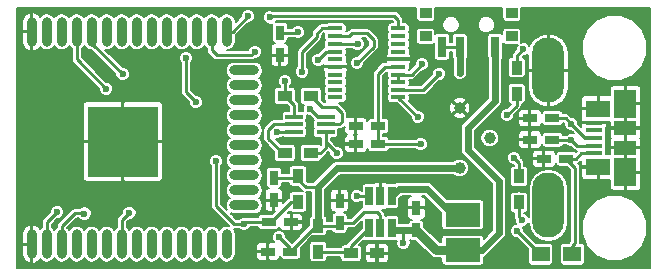
<source format=gtl>
G04 #@! TF.FileFunction,Copper,L1,Top,Signal*
%FSLAX46Y46*%
G04 Gerber Fmt 4.6, Leading zero omitted, Abs format (unit mm)*
G04 Created by KiCad (PCBNEW 4.0.7-e2-6376~58~ubuntu16.04.1) date Thu Oct 19 04:39:58 2017*
%MOMM*%
%LPD*%
G01*
G04 APERTURE LIST*
%ADD10C,0.100000*%
%ADD11C,0.600000*%
%ADD12R,0.750000X1.200000*%
%ADD13R,1.200000X0.750000*%
%ADD14R,1.380000X0.450000*%
%ADD15R,2.100000X1.475000*%
%ADD16R,1.900000X2.375000*%
%ADD17R,1.900000X1.175000*%
%ADD18R,3.000000X2.000000*%
%ADD19R,1.500000X1.300000*%
%ADD20O,0.900000X2.500000*%
%ADD21O,2.500000X0.900000*%
%ADD22R,6.000000X6.000000*%
%ADD23R,0.900000X1.200000*%
%ADD24R,1.200000X0.900000*%
%ADD25C,1.000000*%
%ADD26R,0.650000X1.560000*%
%ADD27R,1.270000X0.406400*%
%ADD28O,2.720000X5.510000*%
%ADD29R,1.500000X0.400000*%
%ADD30R,0.990600X0.812800*%
%ADD31R,0.711200X1.752600*%
%ADD32C,0.250000*%
%ADD33C,0.600000*%
%ADD34C,0.800000*%
%ADD35C,0.200000*%
G04 APERTURE END LIST*
D10*
D11*
X168315300Y-111143300D03*
X173847000Y-92871000D03*
X172747000Y-91746000D03*
X171147000Y-91421000D03*
X141147000Y-105346000D03*
X130347000Y-95846000D03*
X130647000Y-97946000D03*
X160515300Y-111493300D03*
X139446000Y-107569000D03*
X140652500Y-101447600D03*
X131047000Y-105946000D03*
X130708400Y-104013000D03*
X131047000Y-101946000D03*
X129147000Y-99746000D03*
X128247000Y-97146000D03*
X136817100Y-100711000D03*
X136791700Y-102768400D03*
X137896600Y-103797100D03*
X135699500Y-103771700D03*
X137858500Y-101676200D03*
X137833100Y-99606100D03*
X135686800Y-101650800D03*
X135661400Y-99606100D03*
D12*
X160528000Y-109154000D03*
X160528000Y-107254000D03*
D13*
X173212800Y-103098600D03*
X171312800Y-103098600D03*
D12*
X154025600Y-108544400D03*
X154025600Y-106644400D03*
D13*
X172031700Y-99669600D03*
X170131700Y-99669600D03*
X172031700Y-101485700D03*
X170131700Y-101485700D03*
X157287000Y-100330000D03*
X155387000Y-100330000D03*
X157287000Y-101854000D03*
X155387000Y-101854000D03*
D12*
X148957000Y-92436000D03*
X148957000Y-94336000D03*
D13*
X148021000Y-108458000D03*
X149921000Y-108458000D03*
D12*
X148463000Y-104714000D03*
X148463000Y-106614000D03*
D13*
X149844800Y-110959900D03*
X147944800Y-110959900D03*
D14*
X175571800Y-102646000D03*
X175571800Y-101996000D03*
X175571800Y-101346000D03*
X175571800Y-100696000D03*
X175571800Y-100046000D03*
D15*
X175931800Y-103808500D03*
X175931800Y-98883500D03*
D16*
X178231800Y-104256000D03*
X178231800Y-98436000D03*
D17*
X178231800Y-102186000D03*
X178231800Y-100506000D03*
D18*
X164447000Y-110846000D03*
X164447000Y-107846000D03*
D19*
X173739800Y-111188500D03*
X171039800Y-111188500D03*
D20*
X127973000Y-92346000D03*
X129243000Y-92346000D03*
X130513000Y-92346000D03*
X131783000Y-92346000D03*
X133053000Y-92346000D03*
X134323000Y-92346000D03*
X135593000Y-92346000D03*
X136863000Y-92346000D03*
X138133000Y-92346000D03*
X139403000Y-92346000D03*
X140673000Y-92346000D03*
X141943000Y-92346000D03*
X143213000Y-92346000D03*
X144483000Y-92346000D03*
D21*
X145973000Y-95631000D03*
X145973000Y-96901000D03*
X145973000Y-98171000D03*
X145973000Y-99441000D03*
X145973000Y-100711000D03*
X145973000Y-101981000D03*
X145973000Y-103251000D03*
X145973000Y-104521000D03*
X145973000Y-105791000D03*
X145973000Y-107061000D03*
D20*
X144483000Y-110346000D03*
X143213000Y-110346000D03*
X141943000Y-110346000D03*
X140673000Y-110346000D03*
X139403000Y-110346000D03*
X138133000Y-110346000D03*
X136863000Y-110346000D03*
X135593000Y-110346000D03*
X134323000Y-110346000D03*
X133053000Y-110346000D03*
X131783000Y-110346000D03*
X130513000Y-110346000D03*
X129243000Y-110346000D03*
X127973000Y-110346000D03*
D22*
X135673000Y-101646000D03*
D23*
X150495000Y-104564000D03*
X150495000Y-106764000D03*
X169011600Y-95394600D03*
X169011600Y-97594600D03*
X169214800Y-106789400D03*
X169214800Y-104589400D03*
D24*
X149395000Y-102616000D03*
X151595000Y-102616000D03*
X151595000Y-97790000D03*
X149395000Y-97790000D03*
D23*
X152222200Y-108780400D03*
X152222200Y-110980400D03*
D24*
X154997000Y-111121000D03*
X157197000Y-111121000D03*
D25*
X164195760Y-98806000D03*
X164195760Y-103886000D03*
X166735760Y-101346000D03*
D26*
X158422000Y-106271000D03*
X157472000Y-106271000D03*
X156522000Y-106271000D03*
X156522000Y-108971000D03*
X158422000Y-108971000D03*
X157472000Y-108971000D03*
D27*
X153670000Y-92075000D03*
X153670000Y-92710000D03*
X153670000Y-93370400D03*
X153670000Y-94030800D03*
X153670000Y-94665800D03*
X153670000Y-95326200D03*
X153670000Y-95986600D03*
X153670000Y-96621600D03*
X153670000Y-97282000D03*
X153670000Y-97917000D03*
X159004000Y-97917000D03*
X159004000Y-97282000D03*
X159004000Y-96621600D03*
X159004000Y-95986600D03*
X159004000Y-95326200D03*
X159004000Y-94665800D03*
X159004000Y-94030800D03*
X159004000Y-93370400D03*
X159004000Y-92710000D03*
X159004000Y-92075000D03*
D28*
X171704000Y-107061000D03*
X171704000Y-95631000D03*
D11*
X158750000Y-111252000D03*
D29*
X152847000Y-100836000D03*
X152847000Y-100186000D03*
X152847000Y-99536000D03*
X150187000Y-99536000D03*
X150187000Y-100186000D03*
X150187000Y-100836000D03*
D30*
X161312100Y-90778100D03*
X161312100Y-92733900D03*
X168601900Y-90778100D03*
X168601900Y-92733900D03*
D31*
X167192200Y-93622900D03*
X162696400Y-93622900D03*
X164195000Y-93622900D03*
D11*
X136232900Y-107670600D03*
X159435800Y-110210600D03*
X155473400Y-106273600D03*
X130124200Y-107619800D03*
X148894800Y-109753400D03*
X173647100Y-100152200D03*
X168198800Y-99415600D03*
X173647100Y-101523800D03*
X168795700Y-103035100D03*
X160887000Y-101876000D03*
X169037000Y-109220000D03*
X160997000Y-95106000D03*
X150507000Y-92386000D03*
X155557000Y-93386000D03*
X143557000Y-103316000D03*
X148727000Y-100856000D03*
X132427000Y-107746000D03*
X145937000Y-108626000D03*
X134277000Y-97166000D03*
X152217000Y-94726000D03*
X135647000Y-95946000D03*
X148137000Y-91146000D03*
X146857000Y-94046000D03*
X141027000Y-94576000D03*
X146277000Y-91046000D03*
X151537000Y-98856000D03*
X141857000Y-98326000D03*
X149397000Y-96546000D03*
X150857000Y-95736000D03*
X155507000Y-95006000D03*
X153767000Y-102646000D03*
X169577000Y-93846000D03*
X162467000Y-95906000D03*
X160647000Y-99576000D03*
X169497000Y-108316000D03*
X164197000Y-95856000D03*
D32*
X177784300Y-103808500D02*
X178231800Y-103361000D01*
X178231800Y-98436000D02*
X177784300Y-98883500D01*
D33*
X167192200Y-93622900D02*
X167192200Y-98180800D01*
X166117000Y-110846000D02*
X164447000Y-110846000D01*
X167537000Y-109426000D02*
X166117000Y-110846000D01*
X167537000Y-105006000D02*
X167537000Y-109426000D01*
X164897000Y-102366000D02*
X167537000Y-105006000D01*
X164897000Y-100476000D02*
X164897000Y-102366000D01*
X167192200Y-98180800D02*
X164897000Y-100476000D01*
D32*
X135593000Y-108310500D02*
X135593000Y-110346000D01*
X136232900Y-107670600D02*
X135593000Y-108310500D01*
X156522000Y-106271000D02*
X155476000Y-106271000D01*
X159410400Y-110185200D02*
X159410400Y-109154000D01*
X159435800Y-110210600D02*
X159410400Y-110185200D01*
X155476000Y-106271000D02*
X155473400Y-106273600D01*
X160394000Y-109154000D02*
X160528000Y-109154000D01*
D33*
X160528000Y-109154000D02*
X159410400Y-109154000D01*
X159410400Y-109154000D02*
X158605000Y-109154000D01*
X158605000Y-109154000D02*
X158422000Y-108971000D01*
D34*
X164447000Y-110846000D02*
X162220000Y-110846000D01*
X162220000Y-110846000D02*
X160528000Y-109154000D01*
D32*
X173739800Y-111188500D02*
X173739800Y-110498900D01*
X173990000Y-103875800D02*
X173212800Y-103098600D01*
X173990000Y-110248700D02*
X173990000Y-103875800D01*
X173739800Y-110498900D02*
X173990000Y-110248700D01*
X173212800Y-103098600D02*
X174053500Y-103098600D01*
X174506100Y-102646000D02*
X175571800Y-102646000D01*
X174053500Y-103098600D02*
X174506100Y-102646000D01*
X173512800Y-102873600D02*
X173212800Y-103098600D01*
X148463000Y-104714000D02*
X150345000Y-104714000D01*
X150345000Y-104714000D02*
X151142600Y-105511600D01*
X151142600Y-105511600D02*
X152222200Y-105511600D01*
X149844800Y-110959900D02*
X149844800Y-110703400D01*
X149844800Y-110703400D02*
X148894800Y-109753400D01*
X129243000Y-108501000D02*
X129243000Y-110346000D01*
X130124200Y-107619800D02*
X129243000Y-108501000D01*
X152222200Y-108780400D02*
X152024300Y-108780400D01*
X152024300Y-108780400D02*
X149844800Y-110959900D01*
D33*
X164195760Y-103886000D02*
X153847800Y-103886000D01*
X153847800Y-103886000D02*
X153225500Y-104508300D01*
X153225500Y-104508300D02*
X152222200Y-105511600D01*
X152222200Y-105511600D02*
X152222200Y-108780400D01*
D32*
X152222200Y-108780400D02*
X153789600Y-108780400D01*
X153789600Y-108780400D02*
X154025600Y-108544400D01*
X154025600Y-108544400D02*
X155133000Y-108544400D01*
X157472000Y-107891200D02*
X157472000Y-108971000D01*
X157200600Y-107619800D02*
X157472000Y-107891200D01*
X156057600Y-107619800D02*
X157200600Y-107619800D01*
X155133000Y-108544400D02*
X156057600Y-107619800D01*
X172031700Y-99669600D02*
X173164500Y-99669600D01*
X173164500Y-99669600D02*
X173647100Y-100152200D01*
X169011600Y-97594600D02*
X169011600Y-98602800D01*
X174840900Y-101346000D02*
X175571800Y-101346000D01*
X173647100Y-100152200D02*
X174840900Y-101346000D01*
X169011600Y-98602800D02*
X168198800Y-99415600D01*
X169011600Y-97594600D02*
X168752700Y-97594600D01*
X172031700Y-101485700D02*
X173609000Y-101485700D01*
X173609000Y-101485700D02*
X173647100Y-101523800D01*
X169214800Y-104589400D02*
X169214800Y-103454200D01*
X169214800Y-103454200D02*
X168795700Y-103035100D01*
X174119300Y-101996000D02*
X175571800Y-101996000D01*
X173647100Y-101523800D02*
X174119300Y-101996000D01*
X172031700Y-101485700D02*
X172031700Y-101564400D01*
X169214800Y-104000300D02*
X169214800Y-104589400D01*
X157287000Y-101854000D02*
X160865000Y-101854000D01*
X160865000Y-101854000D02*
X160887000Y-101876000D01*
X157287000Y-100330000D02*
X157287000Y-95906000D01*
X157866800Y-95326200D02*
X159004000Y-95326200D01*
X157287000Y-95906000D02*
X157866800Y-95326200D01*
X157287000Y-101854000D02*
X157287000Y-100330000D01*
X171039800Y-111188500D02*
X171005500Y-111188500D01*
X171005500Y-111188500D02*
X169037000Y-109220000D01*
X159172400Y-95270600D02*
X159147000Y-95296000D01*
X159004000Y-95986600D02*
X160116400Y-95986600D01*
X160116400Y-95986600D02*
X160997000Y-95106000D01*
X148957000Y-92436000D02*
X150457000Y-92436000D01*
X150457000Y-92436000D02*
X150507000Y-92386000D01*
X155541400Y-93370400D02*
X153670000Y-93370400D01*
X155557000Y-93386000D02*
X155541400Y-93370400D01*
X159004000Y-96621600D02*
X159004000Y-95986600D01*
X145937000Y-108626000D02*
X145107000Y-108626000D01*
X143557000Y-107076000D02*
X143557000Y-103316000D01*
X145107000Y-108626000D02*
X143557000Y-107076000D01*
X148747000Y-100836000D02*
X150187000Y-100836000D01*
X148727000Y-100856000D02*
X148747000Y-100836000D01*
X148021000Y-108458000D02*
X146105000Y-108458000D01*
X130513000Y-108810000D02*
X130513000Y-110346000D01*
X131597000Y-107726000D02*
X130513000Y-108810000D01*
X132407000Y-107726000D02*
X131597000Y-107726000D01*
X132427000Y-107746000D02*
X132407000Y-107726000D01*
X146105000Y-108458000D02*
X145937000Y-108626000D01*
X150495000Y-106764000D02*
X149949000Y-106764000D01*
X149949000Y-106764000D02*
X148255000Y-108458000D01*
X148255000Y-108458000D02*
X148021000Y-108458000D01*
D34*
X164447000Y-107846000D02*
X163599000Y-107846000D01*
D33*
X163599000Y-107846000D02*
X161417000Y-105664000D01*
X159029000Y-105664000D02*
X158422000Y-106271000D01*
X161417000Y-105664000D02*
X159029000Y-105664000D01*
D32*
X164447000Y-107846000D02*
X163345000Y-107846000D01*
X134277000Y-97166000D02*
X131783000Y-94672000D01*
X131783000Y-94672000D02*
X131783000Y-92346000D01*
X152217000Y-94726000D02*
X152912200Y-94030800D01*
X153670000Y-94030800D02*
X152912200Y-94030800D01*
X135647000Y-95946000D02*
X133053000Y-93352000D01*
X148287000Y-90996000D02*
X148137000Y-91146000D01*
X158637000Y-90996000D02*
X148287000Y-90996000D01*
X133053000Y-93352000D02*
X133053000Y-92346000D01*
X133053000Y-93441700D02*
X133053000Y-92346000D01*
X133053000Y-93263900D02*
X133053000Y-92346000D01*
X159004000Y-92075000D02*
X159004000Y-91363000D01*
X159004000Y-91363000D02*
X158637000Y-90996000D01*
X146857000Y-94046000D02*
X146557000Y-94346000D01*
X146557000Y-94346000D02*
X143647000Y-94346000D01*
X143647000Y-94346000D02*
X143213000Y-93912000D01*
X143213000Y-92346000D02*
X143213000Y-93912000D01*
X141027000Y-97496000D02*
X141027000Y-94576000D01*
X146277000Y-91046000D02*
X144977000Y-92346000D01*
X144977000Y-92346000D02*
X144483000Y-92346000D01*
X144501400Y-92327600D02*
X144483000Y-92346000D01*
X152847000Y-99536000D02*
X152217000Y-99536000D01*
X152217000Y-99536000D02*
X151537000Y-98856000D01*
X141857000Y-98326000D02*
X141027000Y-97496000D01*
X149395000Y-97790000D02*
X149395000Y-96548000D01*
X149395000Y-96548000D02*
X149397000Y-96546000D01*
X152528000Y-92075000D02*
X153670000Y-92075000D01*
X152077000Y-92526000D02*
X152528000Y-92075000D01*
X152077000Y-92826000D02*
X152077000Y-92526000D01*
X150877000Y-94026000D02*
X152077000Y-92826000D01*
X150877000Y-95716000D02*
X150877000Y-94026000D01*
X150857000Y-95736000D02*
X150877000Y-95716000D01*
X150187000Y-99536000D02*
X150187000Y-98582000D01*
X150187000Y-98582000D02*
X149395000Y-97790000D01*
X149395000Y-97790000D02*
X149533000Y-97790000D01*
X149395000Y-97790000D02*
X149463000Y-97790000D01*
X152847000Y-100836000D02*
X152847000Y-101726000D01*
X154863000Y-92710000D02*
X153670000Y-92710000D01*
X155097000Y-92476000D02*
X154863000Y-92710000D01*
X156357000Y-92476000D02*
X155097000Y-92476000D01*
X156897000Y-93016000D02*
X156357000Y-92476000D01*
X156897000Y-93616000D02*
X156897000Y-93016000D01*
X155507000Y-95006000D02*
X156897000Y-93616000D01*
X152847000Y-101726000D02*
X153767000Y-102646000D01*
X151595000Y-102616000D02*
X152397000Y-102616000D01*
X152847000Y-102166000D02*
X152847000Y-100836000D01*
X152397000Y-102616000D02*
X152847000Y-102166000D01*
X169011600Y-94411400D02*
X169577000Y-93846000D01*
X169011600Y-95394600D02*
X169011600Y-94411400D01*
X161091000Y-97282000D02*
X162467000Y-95906000D01*
X160221000Y-97282000D02*
X159004000Y-97282000D01*
X160221000Y-97282000D02*
X161091000Y-97282000D01*
X169011600Y-95394600D02*
X169118100Y-95394600D01*
X169214800Y-106789400D02*
X169214800Y-108033800D01*
X160647000Y-99576000D02*
X159004000Y-97933000D01*
X169214800Y-108033800D02*
X169497000Y-108316000D01*
X159004000Y-97933000D02*
X159004000Y-97917000D01*
X169214800Y-106789400D02*
X169146400Y-106789400D01*
X169214800Y-106789400D02*
X169214800Y-106260900D01*
X152222200Y-110980400D02*
X154856400Y-110980400D01*
X154856400Y-110980400D02*
X154997000Y-111121000D01*
X154997000Y-111121000D02*
X154997000Y-110496000D01*
X154997000Y-110496000D02*
X156522000Y-108971000D01*
X148447000Y-100186000D02*
X150187000Y-100186000D01*
X147977000Y-100656000D02*
X148447000Y-100186000D01*
X149197000Y-102616000D02*
X147977000Y-101396000D01*
X147977000Y-101396000D02*
X147977000Y-100656000D01*
X149395000Y-102616000D02*
X149197000Y-102616000D01*
X149395000Y-102616000D02*
X149395000Y-102268000D01*
X149395000Y-102616000D02*
X149395000Y-102508000D01*
X152847000Y-100186000D02*
X154017000Y-100186000D01*
X152541000Y-98736000D02*
X151595000Y-97790000D01*
X153727000Y-98736000D02*
X152541000Y-98736000D01*
X154187000Y-99196000D02*
X153727000Y-98736000D01*
X154187000Y-100016000D02*
X154187000Y-99196000D01*
X154017000Y-100186000D02*
X154187000Y-100016000D01*
X151595000Y-97790000D02*
X151811000Y-97790000D01*
D33*
X164195000Y-95854000D02*
X164195000Y-93622900D01*
X164197000Y-95856000D02*
X164195000Y-95854000D01*
D32*
X162696400Y-93622900D02*
X164195000Y-93622900D01*
X171704000Y-107061000D02*
X171704000Y-106934000D01*
D35*
G36*
X160510923Y-90371700D02*
X160510923Y-91184500D01*
X160531842Y-91295673D01*
X160597545Y-91397779D01*
X160697797Y-91466278D01*
X160816800Y-91490377D01*
X161807400Y-91490377D01*
X161918573Y-91469458D01*
X162020679Y-91403755D01*
X162089178Y-91303503D01*
X162113277Y-91184500D01*
X162113277Y-90371700D01*
X162102796Y-90316000D01*
X167812003Y-90316000D01*
X167800723Y-90371700D01*
X167800723Y-91184500D01*
X167821642Y-91295673D01*
X167887345Y-91397779D01*
X167987597Y-91466278D01*
X168106600Y-91490377D01*
X169097200Y-91490377D01*
X169208373Y-91469458D01*
X169310479Y-91403755D01*
X169378978Y-91303503D01*
X169403077Y-91184500D01*
X169403077Y-90371700D01*
X169392596Y-90316000D01*
X180321000Y-90316000D01*
X180321000Y-112376000D01*
X126719000Y-112376000D01*
X126719000Y-110396000D01*
X127123000Y-110396000D01*
X127123000Y-111196000D01*
X127206837Y-111517475D01*
X127407315Y-111782396D01*
X127693913Y-111950432D01*
X127790877Y-111976259D01*
X127923000Y-111894331D01*
X127923000Y-110396000D01*
X127123000Y-110396000D01*
X126719000Y-110396000D01*
X126719000Y-109496000D01*
X127123000Y-109496000D01*
X127123000Y-110296000D01*
X127923000Y-110296000D01*
X127923000Y-108797669D01*
X128023000Y-108797669D01*
X128023000Y-110296000D01*
X128043000Y-110296000D01*
X128043000Y-110396000D01*
X128023000Y-110396000D01*
X128023000Y-111894331D01*
X128155123Y-111976259D01*
X128252087Y-111950432D01*
X128538685Y-111782396D01*
X128657947Y-111624798D01*
X128712670Y-111706696D01*
X128955987Y-111869276D01*
X129243000Y-111926366D01*
X129530013Y-111869276D01*
X129773330Y-111706696D01*
X129878000Y-111550047D01*
X129982670Y-111706696D01*
X130225987Y-111869276D01*
X130513000Y-111926366D01*
X130800013Y-111869276D01*
X131043330Y-111706696D01*
X131148000Y-111550047D01*
X131252670Y-111706696D01*
X131495987Y-111869276D01*
X131783000Y-111926366D01*
X132070013Y-111869276D01*
X132313330Y-111706696D01*
X132418000Y-111550047D01*
X132522670Y-111706696D01*
X132765987Y-111869276D01*
X133053000Y-111926366D01*
X133340013Y-111869276D01*
X133583330Y-111706696D01*
X133688000Y-111550047D01*
X133792670Y-111706696D01*
X134035987Y-111869276D01*
X134323000Y-111926366D01*
X134610013Y-111869276D01*
X134853330Y-111706696D01*
X134958000Y-111550047D01*
X135062670Y-111706696D01*
X135305987Y-111869276D01*
X135593000Y-111926366D01*
X135880013Y-111869276D01*
X136123330Y-111706696D01*
X136228000Y-111550047D01*
X136332670Y-111706696D01*
X136575987Y-111869276D01*
X136863000Y-111926366D01*
X137150013Y-111869276D01*
X137393330Y-111706696D01*
X137498000Y-111550047D01*
X137602670Y-111706696D01*
X137845987Y-111869276D01*
X138133000Y-111926366D01*
X138420013Y-111869276D01*
X138663330Y-111706696D01*
X138768000Y-111550047D01*
X138872670Y-111706696D01*
X139115987Y-111869276D01*
X139403000Y-111926366D01*
X139690013Y-111869276D01*
X139933330Y-111706696D01*
X140038000Y-111550047D01*
X140142670Y-111706696D01*
X140385987Y-111869276D01*
X140673000Y-111926366D01*
X140960013Y-111869276D01*
X141203330Y-111706696D01*
X141308000Y-111550047D01*
X141412670Y-111706696D01*
X141655987Y-111869276D01*
X141943000Y-111926366D01*
X142230013Y-111869276D01*
X142473330Y-111706696D01*
X142578000Y-111550047D01*
X142682670Y-111706696D01*
X142925987Y-111869276D01*
X143213000Y-111926366D01*
X143500013Y-111869276D01*
X143743330Y-111706696D01*
X143848000Y-111550047D01*
X143952670Y-111706696D01*
X144195987Y-111869276D01*
X144483000Y-111926366D01*
X144770013Y-111869276D01*
X145013330Y-111706696D01*
X145175910Y-111463379D01*
X145233000Y-111176366D01*
X145233000Y-111109900D01*
X146944800Y-111109900D01*
X146944800Y-111414465D01*
X147005696Y-111561482D01*
X147118218Y-111674004D01*
X147265235Y-111734900D01*
X147794800Y-111734900D01*
X147894800Y-111634900D01*
X147894800Y-111009900D01*
X147044800Y-111009900D01*
X146944800Y-111109900D01*
X145233000Y-111109900D01*
X145233000Y-110505335D01*
X146944800Y-110505335D01*
X146944800Y-110809900D01*
X147044800Y-110909900D01*
X147894800Y-110909900D01*
X147894800Y-110284900D01*
X147794800Y-110184900D01*
X147265235Y-110184900D01*
X147118218Y-110245796D01*
X147005696Y-110358318D01*
X146944800Y-110505335D01*
X145233000Y-110505335D01*
X145233000Y-109515634D01*
X145175910Y-109228621D01*
X145049598Y-109039582D01*
X145107000Y-109051000D01*
X145513470Y-109051000D01*
X145596683Y-109134359D01*
X145817129Y-109225896D01*
X146055824Y-109226104D01*
X146276429Y-109134952D01*
X146445359Y-108966317D01*
X146479955Y-108883000D01*
X147124531Y-108883000D01*
X147136042Y-108944173D01*
X147201745Y-109046279D01*
X147301997Y-109114778D01*
X147421000Y-109138877D01*
X148621000Y-109138877D01*
X148732173Y-109117958D01*
X148834279Y-109052255D01*
X148902778Y-108952003D01*
X148921000Y-108862021D01*
X148921000Y-108912565D01*
X148981896Y-109059582D01*
X149094418Y-109172104D01*
X149241435Y-109233000D01*
X149771000Y-109233000D01*
X149871000Y-109133000D01*
X149871000Y-108508000D01*
X149971000Y-108508000D01*
X149971000Y-109133000D01*
X150071000Y-109233000D01*
X150600565Y-109233000D01*
X150747582Y-109172104D01*
X150860104Y-109059582D01*
X150921000Y-108912565D01*
X150921000Y-108608000D01*
X150821000Y-108508000D01*
X149971000Y-108508000D01*
X149871000Y-108508000D01*
X149851000Y-108508000D01*
X149851000Y-108408000D01*
X149871000Y-108408000D01*
X149871000Y-107783000D01*
X149971000Y-107783000D01*
X149971000Y-108408000D01*
X150821000Y-108408000D01*
X150921000Y-108308000D01*
X150921000Y-108003435D01*
X150860104Y-107856418D01*
X150747582Y-107743896D01*
X150600565Y-107683000D01*
X150071000Y-107683000D01*
X149971000Y-107783000D01*
X149871000Y-107783000D01*
X149771000Y-107683000D01*
X149631041Y-107683000D01*
X149790905Y-107523136D01*
X149825745Y-107577279D01*
X149925997Y-107645778D01*
X150045000Y-107669877D01*
X150945000Y-107669877D01*
X151056173Y-107648958D01*
X151158279Y-107583255D01*
X151226778Y-107483003D01*
X151250877Y-107364000D01*
X151250877Y-106164000D01*
X151229958Y-106052827D01*
X151164255Y-105950721D01*
X151143588Y-105936600D01*
X151622200Y-105936600D01*
X151622200Y-107920426D01*
X151558921Y-107961145D01*
X151490422Y-108061397D01*
X151466323Y-108180400D01*
X151466323Y-108737336D01*
X149973050Y-110230610D01*
X149494801Y-109752361D01*
X149494904Y-109634576D01*
X149403752Y-109413971D01*
X149235117Y-109245041D01*
X149014671Y-109153504D01*
X148775976Y-109153296D01*
X148555371Y-109244448D01*
X148386441Y-109413083D01*
X148294904Y-109633529D01*
X148294696Y-109872224D01*
X148385848Y-110092829D01*
X148477758Y-110184900D01*
X148094800Y-110184900D01*
X147994800Y-110284900D01*
X147994800Y-110909900D01*
X148014800Y-110909900D01*
X148014800Y-111009900D01*
X147994800Y-111009900D01*
X147994800Y-111634900D01*
X148094800Y-111734900D01*
X148624365Y-111734900D01*
X148771382Y-111674004D01*
X148883904Y-111561482D01*
X148944800Y-111414465D01*
X148944800Y-111366133D01*
X148959842Y-111446073D01*
X149025545Y-111548179D01*
X149125797Y-111616678D01*
X149244800Y-111640777D01*
X150444800Y-111640777D01*
X150555973Y-111619858D01*
X150658079Y-111554155D01*
X150726578Y-111453903D01*
X150750677Y-111334900D01*
X150750677Y-110655063D01*
X151728345Y-109677396D01*
X151772200Y-109686277D01*
X152672200Y-109686277D01*
X152783373Y-109665358D01*
X152885479Y-109599655D01*
X152953978Y-109499403D01*
X152978077Y-109380400D01*
X152978077Y-109205400D01*
X153356201Y-109205400D01*
X153365642Y-109255573D01*
X153431345Y-109357679D01*
X153531597Y-109426178D01*
X153650600Y-109450277D01*
X154400600Y-109450277D01*
X154511773Y-109429358D01*
X154613879Y-109363655D01*
X154682378Y-109263403D01*
X154706477Y-109144400D01*
X154706477Y-108969400D01*
X155133000Y-108969400D01*
X155268657Y-108942416D01*
X155295641Y-108937049D01*
X155433520Y-108844920D01*
X155891123Y-108387317D01*
X155891123Y-109000836D01*
X154696480Y-110195480D01*
X154604351Y-110333359D01*
X154600837Y-110351025D01*
X154598033Y-110365123D01*
X154397000Y-110365123D01*
X154285827Y-110386042D01*
X154183721Y-110451745D01*
X154115222Y-110551997D01*
X154114533Y-110555400D01*
X152978077Y-110555400D01*
X152978077Y-110380400D01*
X152957158Y-110269227D01*
X152891455Y-110167121D01*
X152791203Y-110098622D01*
X152672200Y-110074523D01*
X151772200Y-110074523D01*
X151661027Y-110095442D01*
X151558921Y-110161145D01*
X151490422Y-110261397D01*
X151466323Y-110380400D01*
X151466323Y-111580400D01*
X151487242Y-111691573D01*
X151552945Y-111793679D01*
X151653197Y-111862178D01*
X151772200Y-111886277D01*
X152672200Y-111886277D01*
X152783373Y-111865358D01*
X152885479Y-111799655D01*
X152953978Y-111699403D01*
X152978077Y-111580400D01*
X152978077Y-111405400D01*
X154091123Y-111405400D01*
X154091123Y-111571000D01*
X154112042Y-111682173D01*
X154177745Y-111784279D01*
X154277997Y-111852778D01*
X154397000Y-111876877D01*
X155597000Y-111876877D01*
X155708173Y-111855958D01*
X155810279Y-111790255D01*
X155878778Y-111690003D01*
X155902877Y-111571000D01*
X155902877Y-111271000D01*
X156197000Y-111271000D01*
X156197000Y-111650565D01*
X156257896Y-111797582D01*
X156370418Y-111910104D01*
X156517435Y-111971000D01*
X157047000Y-111971000D01*
X157147000Y-111871000D01*
X157147000Y-111171000D01*
X157247000Y-111171000D01*
X157247000Y-111871000D01*
X157347000Y-111971000D01*
X157876565Y-111971000D01*
X158023582Y-111910104D01*
X158136104Y-111797582D01*
X158197000Y-111650565D01*
X158197000Y-111271000D01*
X158097000Y-111171000D01*
X157247000Y-111171000D01*
X157147000Y-111171000D01*
X156297000Y-111171000D01*
X156197000Y-111271000D01*
X155902877Y-111271000D01*
X155902877Y-110671000D01*
X155887906Y-110591435D01*
X156197000Y-110591435D01*
X156197000Y-110971000D01*
X156297000Y-111071000D01*
X157147000Y-111071000D01*
X157147000Y-110371000D01*
X157247000Y-110371000D01*
X157247000Y-111071000D01*
X158097000Y-111071000D01*
X158197000Y-110971000D01*
X158197000Y-110591435D01*
X158136104Y-110444418D01*
X158023582Y-110331896D01*
X157876565Y-110271000D01*
X157347000Y-110271000D01*
X157247000Y-110371000D01*
X157147000Y-110371000D01*
X157047000Y-110271000D01*
X156517435Y-110271000D01*
X156370418Y-110331896D01*
X156257896Y-110444418D01*
X156197000Y-110591435D01*
X155887906Y-110591435D01*
X155881958Y-110559827D01*
X155816255Y-110457721D01*
X155716003Y-110389222D01*
X155706702Y-110387338D01*
X156068055Y-110025985D01*
X156077997Y-110032778D01*
X156197000Y-110056877D01*
X156847000Y-110056877D01*
X156958173Y-110035958D01*
X156996529Y-110011277D01*
X157027997Y-110032778D01*
X157147000Y-110056877D01*
X157797000Y-110056877D01*
X157908173Y-110035958D01*
X157946529Y-110011277D01*
X157977997Y-110032778D01*
X158097000Y-110056877D01*
X158747000Y-110056877D01*
X158858173Y-110035958D01*
X158858820Y-110035542D01*
X158835904Y-110090729D01*
X158835696Y-110329424D01*
X158926848Y-110550029D01*
X159095483Y-110718959D01*
X159315929Y-110810496D01*
X159554624Y-110810704D01*
X159775229Y-110719552D01*
X159944159Y-110550917D01*
X160035696Y-110330471D01*
X160035904Y-110091776D01*
X160004414Y-110015565D01*
X160033997Y-110035778D01*
X160153000Y-110059877D01*
X160443927Y-110059877D01*
X161725025Y-111340975D01*
X161952122Y-111492716D01*
X162220000Y-111546000D01*
X162641123Y-111546000D01*
X162641123Y-111846000D01*
X162662042Y-111957173D01*
X162727745Y-112059279D01*
X162827997Y-112127778D01*
X162947000Y-112151877D01*
X165947000Y-112151877D01*
X166058173Y-112130958D01*
X166160279Y-112065255D01*
X166228778Y-111965003D01*
X166252877Y-111846000D01*
X166252877Y-111418973D01*
X166346610Y-111400328D01*
X166541264Y-111270264D01*
X167961264Y-109850264D01*
X168091328Y-109655610D01*
X168137000Y-109426000D01*
X168137000Y-109338824D01*
X168436896Y-109338824D01*
X168528048Y-109559429D01*
X168696683Y-109728359D01*
X168917129Y-109819896D01*
X169035959Y-109820000D01*
X169983923Y-110767964D01*
X169983923Y-111838500D01*
X170004842Y-111949673D01*
X170070545Y-112051779D01*
X170170797Y-112120278D01*
X170289800Y-112144377D01*
X171789800Y-112144377D01*
X171900973Y-112123458D01*
X172003079Y-112057755D01*
X172071578Y-111957503D01*
X172095677Y-111838500D01*
X172095677Y-110538500D01*
X172074758Y-110427327D01*
X172009055Y-110325221D01*
X171908803Y-110256722D01*
X171789800Y-110232623D01*
X170650664Y-110232623D01*
X169637001Y-109218961D01*
X169637104Y-109101176D01*
X169560614Y-108916056D01*
X169615824Y-108916104D01*
X169836429Y-108824952D01*
X170005359Y-108656317D01*
X170050376Y-108547904D01*
X170170360Y-109151105D01*
X170530203Y-109689648D01*
X171068746Y-110049491D01*
X171704000Y-110175851D01*
X172339254Y-110049491D01*
X172877797Y-109689648D01*
X173237640Y-109151105D01*
X173364000Y-108515851D01*
X173364000Y-105606149D01*
X173237640Y-104970895D01*
X172877797Y-104432352D01*
X172339254Y-104072509D01*
X171704000Y-103946149D01*
X171068746Y-104072509D01*
X170530203Y-104432352D01*
X170170360Y-104970895D01*
X170044000Y-105606149D01*
X170044000Y-108068654D01*
X170005952Y-107976571D01*
X169837317Y-107807641D01*
X169639800Y-107725625D01*
X169639800Y-107695277D01*
X169664800Y-107695277D01*
X169775973Y-107674358D01*
X169878079Y-107608655D01*
X169946578Y-107508403D01*
X169970677Y-107389400D01*
X169970677Y-106189400D01*
X169949758Y-106078227D01*
X169884055Y-105976121D01*
X169783803Y-105907622D01*
X169664800Y-105883523D01*
X169400296Y-105883523D01*
X169377440Y-105868251D01*
X169214800Y-105835900D01*
X169052160Y-105868251D01*
X169029304Y-105883523D01*
X168764800Y-105883523D01*
X168653627Y-105904442D01*
X168551521Y-105970145D01*
X168483022Y-106070397D01*
X168458923Y-106189400D01*
X168458923Y-107389400D01*
X168479842Y-107500573D01*
X168545545Y-107602679D01*
X168645797Y-107671178D01*
X168764800Y-107695277D01*
X168789800Y-107695277D01*
X168789800Y-108033800D01*
X168813262Y-108151751D01*
X168822151Y-108196441D01*
X168897006Y-108308468D01*
X168896896Y-108434824D01*
X168973386Y-108619944D01*
X168918176Y-108619896D01*
X168697571Y-108711048D01*
X168528641Y-108879683D01*
X168437104Y-109100129D01*
X168436896Y-109338824D01*
X168137000Y-109338824D01*
X168137000Y-105006000D01*
X168091328Y-104776390D01*
X167961264Y-104581736D01*
X166533452Y-103153924D01*
X168195596Y-103153924D01*
X168286748Y-103374529D01*
X168455383Y-103543459D01*
X168675829Y-103634996D01*
X168789800Y-103635095D01*
X168789800Y-103683523D01*
X168764800Y-103683523D01*
X168653627Y-103704442D01*
X168551521Y-103770145D01*
X168483022Y-103870397D01*
X168458923Y-103989400D01*
X168458923Y-105189400D01*
X168479842Y-105300573D01*
X168545545Y-105402679D01*
X168645797Y-105471178D01*
X168764800Y-105495277D01*
X169664800Y-105495277D01*
X169775973Y-105474358D01*
X169878079Y-105408655D01*
X169946578Y-105308403D01*
X169970677Y-105189400D01*
X169970677Y-103989400D01*
X169949758Y-103878227D01*
X169884055Y-103776121D01*
X169783803Y-103707622D01*
X169664800Y-103683523D01*
X169639800Y-103683523D01*
X169639800Y-103454200D01*
X169623425Y-103371877D01*
X169607449Y-103291559D01*
X169578745Y-103248600D01*
X170312800Y-103248600D01*
X170312800Y-103553165D01*
X170373696Y-103700182D01*
X170486218Y-103812704D01*
X170633235Y-103873600D01*
X171162800Y-103873600D01*
X171262800Y-103773600D01*
X171262800Y-103148600D01*
X170412800Y-103148600D01*
X170312800Y-103248600D01*
X169578745Y-103248600D01*
X169515320Y-103153680D01*
X169395701Y-103034061D01*
X169395804Y-102916276D01*
X169304652Y-102695671D01*
X169253107Y-102644035D01*
X170312800Y-102644035D01*
X170312800Y-102948600D01*
X170412800Y-103048600D01*
X171262800Y-103048600D01*
X171262800Y-102423600D01*
X171162800Y-102323600D01*
X170633235Y-102323600D01*
X170486218Y-102384496D01*
X170373696Y-102497018D01*
X170312800Y-102644035D01*
X169253107Y-102644035D01*
X169136017Y-102526741D01*
X168915571Y-102435204D01*
X168676876Y-102434996D01*
X168456271Y-102526148D01*
X168287341Y-102694783D01*
X168195804Y-102915229D01*
X168195596Y-103153924D01*
X166533452Y-103153924D01*
X165497000Y-102117472D01*
X165497000Y-101504432D01*
X165935621Y-101504432D01*
X166057157Y-101798572D01*
X166282005Y-102023812D01*
X166575932Y-102145861D01*
X166894192Y-102146139D01*
X167188332Y-102024603D01*
X167413572Y-101799755D01*
X167481693Y-101635700D01*
X169131700Y-101635700D01*
X169131700Y-101940265D01*
X169192596Y-102087282D01*
X169305118Y-102199804D01*
X169452135Y-102260700D01*
X169981700Y-102260700D01*
X170081700Y-102160700D01*
X170081700Y-101535700D01*
X169231700Y-101535700D01*
X169131700Y-101635700D01*
X167481693Y-101635700D01*
X167535621Y-101505828D01*
X167535899Y-101187568D01*
X167471263Y-101031135D01*
X169131700Y-101031135D01*
X169131700Y-101335700D01*
X169231700Y-101435700D01*
X170081700Y-101435700D01*
X170081700Y-100810700D01*
X169981700Y-100710700D01*
X169452135Y-100710700D01*
X169305118Y-100771596D01*
X169192596Y-100884118D01*
X169131700Y-101031135D01*
X167471263Y-101031135D01*
X167414363Y-100893428D01*
X167189515Y-100668188D01*
X166895588Y-100546139D01*
X166577328Y-100545861D01*
X166283188Y-100667397D01*
X166057948Y-100892245D01*
X165935899Y-101186172D01*
X165935621Y-101504432D01*
X165497000Y-101504432D01*
X165497000Y-100724528D01*
X166687104Y-99534424D01*
X167598696Y-99534424D01*
X167689848Y-99755029D01*
X167858483Y-99923959D01*
X168078929Y-100015496D01*
X168317624Y-100015704D01*
X168538229Y-99924552D01*
X168643364Y-99819600D01*
X169131700Y-99819600D01*
X169131700Y-100124165D01*
X169192596Y-100271182D01*
X169305118Y-100383704D01*
X169452135Y-100444600D01*
X169981700Y-100444600D01*
X170081700Y-100344600D01*
X170081700Y-99719600D01*
X169231700Y-99719600D01*
X169131700Y-99819600D01*
X168643364Y-99819600D01*
X168707159Y-99755917D01*
X168798696Y-99535471D01*
X168798800Y-99416641D01*
X169000406Y-99215035D01*
X169131700Y-99215035D01*
X169131700Y-99519600D01*
X169231700Y-99619600D01*
X170081700Y-99619600D01*
X170081700Y-98994600D01*
X170181700Y-98994600D01*
X170181700Y-99619600D01*
X170201700Y-99619600D01*
X170201700Y-99719600D01*
X170181700Y-99719600D01*
X170181700Y-100344600D01*
X170281700Y-100444600D01*
X170811265Y-100444600D01*
X170958282Y-100383704D01*
X171070804Y-100271182D01*
X171131700Y-100124165D01*
X171131700Y-100075833D01*
X171146742Y-100155773D01*
X171212445Y-100257879D01*
X171312697Y-100326378D01*
X171431700Y-100350477D01*
X172631700Y-100350477D01*
X172742873Y-100329558D01*
X172844979Y-100263855D01*
X172913478Y-100163603D01*
X172927452Y-100094600D01*
X172988460Y-100094600D01*
X173047099Y-100153239D01*
X173046996Y-100271024D01*
X173138148Y-100491629D01*
X173306783Y-100660559D01*
X173527229Y-100752096D01*
X173646060Y-100752200D01*
X173853832Y-100959972D01*
X173766971Y-100923904D01*
X173528276Y-100923696D01*
X173307671Y-101014848D01*
X173261739Y-101060700D01*
X172928169Y-101060700D01*
X172916658Y-100999527D01*
X172850955Y-100897421D01*
X172750703Y-100828922D01*
X172631700Y-100804823D01*
X171431700Y-100804823D01*
X171320527Y-100825742D01*
X171218421Y-100891445D01*
X171149922Y-100991697D01*
X171131700Y-101081679D01*
X171131700Y-101031135D01*
X171070804Y-100884118D01*
X170958282Y-100771596D01*
X170811265Y-100710700D01*
X170281700Y-100710700D01*
X170181700Y-100810700D01*
X170181700Y-101435700D01*
X170201700Y-101435700D01*
X170201700Y-101535700D01*
X170181700Y-101535700D01*
X170181700Y-102160700D01*
X170281700Y-102260700D01*
X170811265Y-102260700D01*
X170958282Y-102199804D01*
X171070804Y-102087282D01*
X171131700Y-101940265D01*
X171131700Y-101891933D01*
X171146742Y-101971873D01*
X171212445Y-102073979D01*
X171312697Y-102142478D01*
X171431700Y-102166577D01*
X172631700Y-102166577D01*
X172742873Y-102145658D01*
X172844979Y-102079955D01*
X172913478Y-101979703D01*
X172927452Y-101910700D01*
X173185536Y-101910700D01*
X173306783Y-102032159D01*
X173527229Y-102123696D01*
X173646059Y-102123800D01*
X173818780Y-102296521D01*
X173956659Y-102388649D01*
X174119300Y-102421000D01*
X174130060Y-102421000D01*
X174035455Y-102515605D01*
X174032055Y-102510321D01*
X173931803Y-102441822D01*
X173812800Y-102417723D01*
X172612800Y-102417723D01*
X172501627Y-102438642D01*
X172399521Y-102504345D01*
X172331022Y-102604597D01*
X172312800Y-102694579D01*
X172312800Y-102644035D01*
X172251904Y-102497018D01*
X172139382Y-102384496D01*
X171992365Y-102323600D01*
X171462800Y-102323600D01*
X171362800Y-102423600D01*
X171362800Y-103048600D01*
X171382800Y-103048600D01*
X171382800Y-103148600D01*
X171362800Y-103148600D01*
X171362800Y-103773600D01*
X171462800Y-103873600D01*
X171992365Y-103873600D01*
X172139382Y-103812704D01*
X172251904Y-103700182D01*
X172312800Y-103553165D01*
X172312800Y-103504833D01*
X172327842Y-103584773D01*
X172393545Y-103686879D01*
X172493797Y-103755378D01*
X172612800Y-103779477D01*
X173292637Y-103779477D01*
X173565000Y-104051841D01*
X173565000Y-110072659D01*
X173439280Y-110198380D01*
X173416399Y-110232623D01*
X172989800Y-110232623D01*
X172878627Y-110253542D01*
X172776521Y-110319245D01*
X172708022Y-110419497D01*
X172683923Y-110538500D01*
X172683923Y-111838500D01*
X172704842Y-111949673D01*
X172770545Y-112051779D01*
X172870797Y-112120278D01*
X172989800Y-112144377D01*
X174489800Y-112144377D01*
X174600973Y-112123458D01*
X174703079Y-112057755D01*
X174771578Y-111957503D01*
X174795677Y-111838500D01*
X174795677Y-110538500D01*
X174774758Y-110427327D01*
X174709055Y-110325221D01*
X174608803Y-110256722D01*
X174489800Y-110232623D01*
X174415000Y-110232623D01*
X174415000Y-109516550D01*
X174511519Y-109516550D01*
X174933857Y-110538686D01*
X175715201Y-111321395D01*
X176736598Y-111745516D01*
X177842550Y-111746481D01*
X178864686Y-111324143D01*
X179647395Y-110542799D01*
X180071516Y-109521402D01*
X180072481Y-108415450D01*
X179650143Y-107393314D01*
X178868799Y-106610605D01*
X177847402Y-106186484D01*
X176741450Y-106185519D01*
X175719314Y-106607857D01*
X174936605Y-107389201D01*
X174512484Y-108410598D01*
X174511519Y-109516550D01*
X174415000Y-109516550D01*
X174415000Y-103958500D01*
X174481800Y-103958500D01*
X174481800Y-104625565D01*
X174542696Y-104772582D01*
X174655218Y-104885104D01*
X174802235Y-104946000D01*
X175781800Y-104946000D01*
X175881800Y-104846000D01*
X175881800Y-103858500D01*
X174581800Y-103858500D01*
X174481800Y-103958500D01*
X174415000Y-103958500D01*
X174415000Y-103875800D01*
X174404768Y-103824359D01*
X174382649Y-103713159D01*
X174290521Y-103575280D01*
X174208091Y-103492850D01*
X174216141Y-103491249D01*
X174354020Y-103399120D01*
X174481800Y-103271340D01*
X174481800Y-103658500D01*
X174581800Y-103758500D01*
X175881800Y-103758500D01*
X175881800Y-103738500D01*
X175981800Y-103738500D01*
X175981800Y-103758500D01*
X176001800Y-103758500D01*
X176001800Y-103858500D01*
X175981800Y-103858500D01*
X175981800Y-104846000D01*
X176081800Y-104946000D01*
X176881800Y-104946000D01*
X176881800Y-105523065D01*
X176942696Y-105670082D01*
X177055218Y-105782604D01*
X177202235Y-105843500D01*
X178081800Y-105843500D01*
X178181800Y-105743500D01*
X178181800Y-104306000D01*
X178281800Y-104306000D01*
X178281800Y-105743500D01*
X178381800Y-105843500D01*
X179261365Y-105843500D01*
X179408382Y-105782604D01*
X179520904Y-105670082D01*
X179581800Y-105523065D01*
X179581800Y-104406000D01*
X179481800Y-104306000D01*
X178281800Y-104306000D01*
X178181800Y-104306000D01*
X178161800Y-104306000D01*
X178161800Y-104206000D01*
X178181800Y-104206000D01*
X178181800Y-102236000D01*
X178281800Y-102236000D01*
X178281800Y-104206000D01*
X179481800Y-104206000D01*
X179581800Y-104106000D01*
X179581800Y-102988935D01*
X179553661Y-102921000D01*
X179581800Y-102853065D01*
X179581800Y-102336000D01*
X179481800Y-102236000D01*
X178281800Y-102236000D01*
X178181800Y-102236000D01*
X176981800Y-102236000D01*
X176881800Y-102336000D01*
X176881800Y-102671000D01*
X176567677Y-102671000D01*
X176567677Y-102421000D01*
X176548170Y-102317329D01*
X176567677Y-102221000D01*
X176567677Y-101771000D01*
X176548170Y-101667329D01*
X176567677Y-101571000D01*
X176567677Y-101121000D01*
X176548170Y-101017329D01*
X176567677Y-100921000D01*
X176567677Y-100656000D01*
X176881800Y-100656000D01*
X176881800Y-101173065D01*
X176942696Y-101320082D01*
X176968614Y-101346000D01*
X176942696Y-101371918D01*
X176881800Y-101518935D01*
X176881800Y-102036000D01*
X176981800Y-102136000D01*
X178181800Y-102136000D01*
X178181800Y-100556000D01*
X178281800Y-100556000D01*
X178281800Y-102136000D01*
X179481800Y-102136000D01*
X179581800Y-102036000D01*
X179581800Y-101518935D01*
X179520904Y-101371918D01*
X179494986Y-101346000D01*
X179520904Y-101320082D01*
X179581800Y-101173065D01*
X179581800Y-100656000D01*
X179481800Y-100556000D01*
X178281800Y-100556000D01*
X178181800Y-100556000D01*
X176981800Y-100556000D01*
X176881800Y-100656000D01*
X176567677Y-100656000D01*
X176567677Y-100530809D01*
X176600904Y-100497582D01*
X176661800Y-100350565D01*
X176661800Y-100196000D01*
X176561800Y-100096000D01*
X175621800Y-100096000D01*
X175621800Y-100116000D01*
X175521800Y-100116000D01*
X175521800Y-100096000D01*
X174581800Y-100096000D01*
X174481800Y-100196000D01*
X174481800Y-100350565D01*
X174506757Y-100410817D01*
X174247101Y-100151161D01*
X174247204Y-100033376D01*
X174156052Y-99812771D01*
X173987417Y-99643841D01*
X173766971Y-99552304D01*
X173648141Y-99552200D01*
X173465020Y-99369080D01*
X173327141Y-99276951D01*
X173300157Y-99271584D01*
X173164500Y-99244600D01*
X172928169Y-99244600D01*
X172916658Y-99183427D01*
X172850955Y-99081321D01*
X172780967Y-99033500D01*
X174481800Y-99033500D01*
X174481800Y-99700565D01*
X174490264Y-99721000D01*
X174481800Y-99741435D01*
X174481800Y-99896000D01*
X174581800Y-99996000D01*
X174741879Y-99996000D01*
X174802235Y-100021000D01*
X175781800Y-100021000D01*
X175806800Y-99996000D01*
X176056800Y-99996000D01*
X176081800Y-100021000D01*
X176881800Y-100021000D01*
X176881800Y-100356000D01*
X176981800Y-100456000D01*
X178181800Y-100456000D01*
X178181800Y-98486000D01*
X178281800Y-98486000D01*
X178281800Y-100456000D01*
X179481800Y-100456000D01*
X179581800Y-100356000D01*
X179581800Y-99838935D01*
X179553661Y-99771000D01*
X179581800Y-99703065D01*
X179581800Y-98586000D01*
X179481800Y-98486000D01*
X178281800Y-98486000D01*
X178181800Y-98486000D01*
X178161800Y-98486000D01*
X178161800Y-98386000D01*
X178181800Y-98386000D01*
X178181800Y-96948500D01*
X178281800Y-96948500D01*
X178281800Y-98386000D01*
X179481800Y-98386000D01*
X179581800Y-98286000D01*
X179581800Y-97168935D01*
X179520904Y-97021918D01*
X179408382Y-96909396D01*
X179261365Y-96848500D01*
X178381800Y-96848500D01*
X178281800Y-96948500D01*
X178181800Y-96948500D01*
X178081800Y-96848500D01*
X177202235Y-96848500D01*
X177055218Y-96909396D01*
X176942696Y-97021918D01*
X176881800Y-97168935D01*
X176881800Y-97746000D01*
X176081800Y-97746000D01*
X175981800Y-97846000D01*
X175981800Y-98833500D01*
X176001800Y-98833500D01*
X176001800Y-98933500D01*
X175981800Y-98933500D01*
X175981800Y-99421000D01*
X175881800Y-99421000D01*
X175881800Y-98933500D01*
X174581800Y-98933500D01*
X174481800Y-99033500D01*
X172780967Y-99033500D01*
X172750703Y-99012822D01*
X172631700Y-98988723D01*
X171431700Y-98988723D01*
X171320527Y-99009642D01*
X171218421Y-99075345D01*
X171149922Y-99175597D01*
X171131700Y-99265579D01*
X171131700Y-99215035D01*
X171070804Y-99068018D01*
X170958282Y-98955496D01*
X170811265Y-98894600D01*
X170281700Y-98894600D01*
X170181700Y-98994600D01*
X170081700Y-98994600D01*
X169981700Y-98894600D01*
X169452135Y-98894600D01*
X169305118Y-98955496D01*
X169192596Y-99068018D01*
X169131700Y-99215035D01*
X169000406Y-99215035D01*
X169312121Y-98903320D01*
X169404249Y-98765441D01*
X169436600Y-98602800D01*
X169436600Y-98500477D01*
X169461600Y-98500477D01*
X169572773Y-98479558D01*
X169674879Y-98413855D01*
X169743378Y-98313603D01*
X169767477Y-98194600D01*
X169767477Y-96994600D01*
X169746558Y-96883427D01*
X169680855Y-96781321D01*
X169580603Y-96712822D01*
X169461600Y-96688723D01*
X168561600Y-96688723D01*
X168450427Y-96709642D01*
X168348321Y-96775345D01*
X168279822Y-96875597D01*
X168255723Y-96994600D01*
X168255723Y-98194600D01*
X168276642Y-98305773D01*
X168342345Y-98407879D01*
X168442597Y-98476378D01*
X168521087Y-98492273D01*
X168197761Y-98815599D01*
X168079976Y-98815496D01*
X167859371Y-98906648D01*
X167690441Y-99075283D01*
X167598904Y-99295729D01*
X167598696Y-99534424D01*
X166687104Y-99534424D01*
X167616464Y-98605064D01*
X167746528Y-98410410D01*
X167792200Y-98180800D01*
X167792200Y-94672908D01*
X167829578Y-94618203D01*
X167853677Y-94499200D01*
X167853677Y-93301257D01*
X167887345Y-93353579D01*
X167987597Y-93422078D01*
X168106600Y-93446177D01*
X169097200Y-93446177D01*
X169135464Y-93438977D01*
X169068641Y-93505683D01*
X168977104Y-93726129D01*
X168977000Y-93844959D01*
X168711080Y-94110880D01*
X168618951Y-94248759D01*
X168618951Y-94248760D01*
X168586600Y-94411400D01*
X168586600Y-94488723D01*
X168561600Y-94488723D01*
X168450427Y-94509642D01*
X168348321Y-94575345D01*
X168279822Y-94675597D01*
X168255723Y-94794600D01*
X168255723Y-95994600D01*
X168276642Y-96105773D01*
X168342345Y-96207879D01*
X168442597Y-96276378D01*
X168561600Y-96300477D01*
X169461600Y-96300477D01*
X169572773Y-96279558D01*
X169674879Y-96213855D01*
X169743378Y-96113603D01*
X169767477Y-95994600D01*
X169767477Y-95681000D01*
X169944000Y-95681000D01*
X169944000Y-97076000D01*
X170097106Y-97745717D01*
X170494847Y-98305864D01*
X171076671Y-98671163D01*
X171379402Y-98755808D01*
X171654000Y-98685247D01*
X171654000Y-95681000D01*
X171754000Y-95681000D01*
X171754000Y-98685247D01*
X172028598Y-98755808D01*
X172331329Y-98671163D01*
X172913153Y-98305864D01*
X173083163Y-98066435D01*
X174481800Y-98066435D01*
X174481800Y-98733500D01*
X174581800Y-98833500D01*
X175881800Y-98833500D01*
X175881800Y-97846000D01*
X175781800Y-97746000D01*
X174802235Y-97746000D01*
X174655218Y-97806896D01*
X174542696Y-97919418D01*
X174481800Y-98066435D01*
X173083163Y-98066435D01*
X173310894Y-97745717D01*
X173464000Y-97076000D01*
X173464000Y-95681000D01*
X171754000Y-95681000D01*
X171654000Y-95681000D01*
X169944000Y-95681000D01*
X169767477Y-95681000D01*
X169767477Y-94794600D01*
X169746558Y-94683427D01*
X169680855Y-94581321D01*
X169580603Y-94512822D01*
X169522903Y-94501137D01*
X169578039Y-94446001D01*
X169695824Y-94446104D01*
X169916429Y-94354952D01*
X169944000Y-94327429D01*
X169944000Y-95581000D01*
X171654000Y-95581000D01*
X171654000Y-92576753D01*
X171754000Y-92576753D01*
X171754000Y-95581000D01*
X173464000Y-95581000D01*
X173464000Y-94276550D01*
X174511519Y-94276550D01*
X174933857Y-95298686D01*
X175715201Y-96081395D01*
X176736598Y-96505516D01*
X177842550Y-96506481D01*
X178864686Y-96084143D01*
X179647395Y-95302799D01*
X180071516Y-94281402D01*
X180072481Y-93175450D01*
X179650143Y-92153314D01*
X178868799Y-91370605D01*
X177847402Y-90946484D01*
X176741450Y-90945519D01*
X175719314Y-91367857D01*
X174936605Y-92149201D01*
X174512484Y-93170598D01*
X174511519Y-94276550D01*
X173464000Y-94276550D01*
X173464000Y-94186000D01*
X173310894Y-93516283D01*
X172913153Y-92956136D01*
X172331329Y-92590837D01*
X172028598Y-92506192D01*
X171754000Y-92576753D01*
X171654000Y-92576753D01*
X171379402Y-92506192D01*
X171076671Y-92590837D01*
X170494847Y-92956136D01*
X170097106Y-93516283D01*
X170094562Y-93527410D01*
X170085952Y-93506571D01*
X169917317Y-93337641D01*
X169696871Y-93246104D01*
X169458176Y-93245896D01*
X169360587Y-93286219D01*
X169378978Y-93259303D01*
X169403077Y-93140300D01*
X169403077Y-92327500D01*
X169382158Y-92216327D01*
X169316455Y-92114221D01*
X169216203Y-92045722D01*
X169097200Y-92021623D01*
X168106600Y-92021623D01*
X167995427Y-92042542D01*
X167893321Y-92108245D01*
X167824822Y-92208497D01*
X167800723Y-92327500D01*
X167800723Y-92585643D01*
X167767055Y-92533321D01*
X167666803Y-92464822D01*
X167547800Y-92440723D01*
X166836600Y-92440723D01*
X166725427Y-92461642D01*
X166623321Y-92527345D01*
X166554822Y-92627597D01*
X166530723Y-92746600D01*
X166530723Y-94499200D01*
X166551642Y-94610373D01*
X166592200Y-94673402D01*
X166592200Y-97932272D01*
X164472736Y-100051736D01*
X164342672Y-100246390D01*
X164297000Y-100476000D01*
X164297000Y-102366000D01*
X164342672Y-102595610D01*
X164472736Y-102790264D01*
X166937000Y-105254528D01*
X166937000Y-109177472D01*
X166252877Y-109861595D01*
X166252877Y-109846000D01*
X166231958Y-109734827D01*
X166166255Y-109632721D01*
X166066003Y-109564222D01*
X165947000Y-109540123D01*
X162947000Y-109540123D01*
X162835827Y-109561042D01*
X162733721Y-109626745D01*
X162665222Y-109726997D01*
X162641123Y-109846000D01*
X162641123Y-110146000D01*
X162509950Y-110146000D01*
X161208877Y-108844927D01*
X161208877Y-108554000D01*
X161187958Y-108442827D01*
X161122255Y-108340721D01*
X161022003Y-108272222D01*
X160932021Y-108254000D01*
X160982565Y-108254000D01*
X161129582Y-108193104D01*
X161242104Y-108080582D01*
X161303000Y-107933565D01*
X161303000Y-107404000D01*
X161203000Y-107304000D01*
X160578000Y-107304000D01*
X160578000Y-107324000D01*
X160478000Y-107324000D01*
X160478000Y-107304000D01*
X159853000Y-107304000D01*
X159753000Y-107404000D01*
X159753000Y-107933565D01*
X159813896Y-108080582D01*
X159926418Y-108193104D01*
X160073435Y-108254000D01*
X160121767Y-108254000D01*
X160041827Y-108269042D01*
X159939721Y-108334745D01*
X159871222Y-108434997D01*
X159847123Y-108554000D01*
X159052877Y-108554000D01*
X159052877Y-108191000D01*
X159031958Y-108079827D01*
X158966255Y-107977721D01*
X158866003Y-107909222D01*
X158747000Y-107885123D01*
X158097000Y-107885123D01*
X157985827Y-107906042D01*
X157947471Y-107930723D01*
X157916003Y-107909222D01*
X157897000Y-107905374D01*
X157897000Y-107891200D01*
X157885471Y-107833241D01*
X157864649Y-107728559D01*
X157772521Y-107590680D01*
X157632840Y-107451000D01*
X157876565Y-107451000D01*
X158023582Y-107390104D01*
X158063577Y-107350109D01*
X158097000Y-107356877D01*
X158747000Y-107356877D01*
X158858173Y-107335958D01*
X158960279Y-107270255D01*
X159028778Y-107170003D01*
X159052877Y-107051000D01*
X159052877Y-106488651D01*
X159277528Y-106264000D01*
X160049293Y-106264000D01*
X159926418Y-106314896D01*
X159813896Y-106427418D01*
X159753000Y-106574435D01*
X159753000Y-107104000D01*
X159853000Y-107204000D01*
X160478000Y-107204000D01*
X160478000Y-107184000D01*
X160578000Y-107184000D01*
X160578000Y-107204000D01*
X161203000Y-107204000D01*
X161303000Y-107104000D01*
X161303000Y-106574435D01*
X161242104Y-106427418D01*
X161129582Y-106314896D01*
X161006707Y-106264000D01*
X161168472Y-106264000D01*
X162641123Y-107736651D01*
X162641123Y-108846000D01*
X162662042Y-108957173D01*
X162727745Y-109059279D01*
X162827997Y-109127778D01*
X162947000Y-109151877D01*
X165947000Y-109151877D01*
X166058173Y-109130958D01*
X166160279Y-109065255D01*
X166228778Y-108965003D01*
X166252877Y-108846000D01*
X166252877Y-106846000D01*
X166231958Y-106734827D01*
X166166255Y-106632721D01*
X166066003Y-106564222D01*
X165947000Y-106540123D01*
X163141651Y-106540123D01*
X161841264Y-105239736D01*
X161646610Y-105109672D01*
X161417000Y-105064000D01*
X159029000Y-105064000D01*
X158799390Y-105109672D01*
X158686470Y-105185123D01*
X158097000Y-105185123D01*
X158063174Y-105191488D01*
X158023582Y-105151896D01*
X157876565Y-105091000D01*
X157622000Y-105091000D01*
X157522000Y-105191000D01*
X157522000Y-106221000D01*
X157542000Y-106221000D01*
X157542000Y-106321000D01*
X157522000Y-106321000D01*
X157522000Y-106341000D01*
X157422000Y-106341000D01*
X157422000Y-106321000D01*
X157402000Y-106321000D01*
X157402000Y-106221000D01*
X157422000Y-106221000D01*
X157422000Y-105191000D01*
X157322000Y-105091000D01*
X157067435Y-105091000D01*
X156920418Y-105151896D01*
X156880423Y-105191891D01*
X156847000Y-105185123D01*
X156197000Y-105185123D01*
X156085827Y-105206042D01*
X155983721Y-105271745D01*
X155915222Y-105371997D01*
X155891123Y-105491000D01*
X155891123Y-105842782D01*
X155813717Y-105765241D01*
X155593271Y-105673704D01*
X155354576Y-105673496D01*
X155133971Y-105764648D01*
X154965041Y-105933283D01*
X154873504Y-106153729D01*
X154873296Y-106392424D01*
X154964448Y-106613029D01*
X155133083Y-106781959D01*
X155353529Y-106873496D01*
X155592224Y-106873704D01*
X155812829Y-106782552D01*
X155891123Y-106704395D01*
X155891123Y-107051000D01*
X155912042Y-107162173D01*
X155947171Y-107216765D01*
X155894959Y-107227151D01*
X155757080Y-107319280D01*
X154956960Y-108119400D01*
X154706477Y-108119400D01*
X154706477Y-107944400D01*
X154685558Y-107833227D01*
X154619855Y-107731121D01*
X154519603Y-107662622D01*
X154429621Y-107644400D01*
X154480165Y-107644400D01*
X154627182Y-107583504D01*
X154739704Y-107470982D01*
X154800600Y-107323965D01*
X154800600Y-106794400D01*
X154700600Y-106694400D01*
X154075600Y-106694400D01*
X154075600Y-106714400D01*
X153975600Y-106714400D01*
X153975600Y-106694400D01*
X153350600Y-106694400D01*
X153250600Y-106794400D01*
X153250600Y-107323965D01*
X153311496Y-107470982D01*
X153424018Y-107583504D01*
X153571035Y-107644400D01*
X153619367Y-107644400D01*
X153539427Y-107659442D01*
X153437321Y-107725145D01*
X153368822Y-107825397D01*
X153344723Y-107944400D01*
X153344723Y-108355400D01*
X152978077Y-108355400D01*
X152978077Y-108180400D01*
X152957158Y-108069227D01*
X152891455Y-107967121D01*
X152822200Y-107919801D01*
X152822200Y-105964835D01*
X153250600Y-105964835D01*
X153250600Y-106494400D01*
X153350600Y-106594400D01*
X153975600Y-106594400D01*
X153975600Y-105744400D01*
X154075600Y-105744400D01*
X154075600Y-106594400D01*
X154700600Y-106594400D01*
X154800600Y-106494400D01*
X154800600Y-105964835D01*
X154739704Y-105817818D01*
X154627182Y-105705296D01*
X154480165Y-105644400D01*
X154175600Y-105644400D01*
X154075600Y-105744400D01*
X153975600Y-105744400D01*
X153875600Y-105644400D01*
X153571035Y-105644400D01*
X153424018Y-105705296D01*
X153311496Y-105817818D01*
X153250600Y-105964835D01*
X152822200Y-105964835D01*
X152822200Y-105760128D01*
X154096328Y-104486000D01*
X163664328Y-104486000D01*
X163742005Y-104563812D01*
X164035932Y-104685861D01*
X164354192Y-104686139D01*
X164648332Y-104564603D01*
X164873572Y-104339755D01*
X164995621Y-104045828D01*
X164995899Y-103727568D01*
X164874363Y-103433428D01*
X164649515Y-103208188D01*
X164355588Y-103086139D01*
X164037328Y-103085861D01*
X163743188Y-103207397D01*
X163664448Y-103286000D01*
X153847800Y-103286000D01*
X153618190Y-103331672D01*
X153423536Y-103461736D01*
X151798672Y-105086600D01*
X151318641Y-105086600D01*
X151250877Y-105018836D01*
X151250877Y-103964000D01*
X151229958Y-103852827D01*
X151164255Y-103750721D01*
X151064003Y-103682222D01*
X150945000Y-103658123D01*
X150045000Y-103658123D01*
X149933827Y-103679042D01*
X149831721Y-103744745D01*
X149763222Y-103844997D01*
X149739123Y-103964000D01*
X149739123Y-104289000D01*
X149143877Y-104289000D01*
X149143877Y-104114000D01*
X149122958Y-104002827D01*
X149057255Y-103900721D01*
X148957003Y-103832222D01*
X148838000Y-103808123D01*
X148088000Y-103808123D01*
X147976827Y-103829042D01*
X147874721Y-103894745D01*
X147806222Y-103994997D01*
X147782123Y-104114000D01*
X147782123Y-105314000D01*
X147803042Y-105425173D01*
X147868745Y-105527279D01*
X147968997Y-105595778D01*
X148058979Y-105614000D01*
X148008435Y-105614000D01*
X147861418Y-105674896D01*
X147748896Y-105787418D01*
X147688000Y-105934435D01*
X147688000Y-106464000D01*
X147788000Y-106564000D01*
X148413000Y-106564000D01*
X148413000Y-106544000D01*
X148513000Y-106544000D01*
X148513000Y-106564000D01*
X149138000Y-106564000D01*
X149238000Y-106464000D01*
X149238000Y-105934435D01*
X149177104Y-105787418D01*
X149064582Y-105674896D01*
X148917565Y-105614000D01*
X148869233Y-105614000D01*
X148949173Y-105598958D01*
X149051279Y-105533255D01*
X149119778Y-105433003D01*
X149143877Y-105314000D01*
X149143877Y-105139000D01*
X149739123Y-105139000D01*
X149739123Y-105164000D01*
X149760042Y-105275173D01*
X149825745Y-105377279D01*
X149925997Y-105445778D01*
X150045000Y-105469877D01*
X150499836Y-105469877D01*
X150842080Y-105812121D01*
X150910927Y-105858123D01*
X150045000Y-105858123D01*
X149933827Y-105879042D01*
X149831721Y-105944745D01*
X149763222Y-106044997D01*
X149739123Y-106164000D01*
X149739123Y-106402913D01*
X149648480Y-106463479D01*
X149238000Y-106873959D01*
X149238000Y-106764000D01*
X149138000Y-106664000D01*
X148513000Y-106664000D01*
X148513000Y-107514000D01*
X148555480Y-107556480D01*
X148334837Y-107777123D01*
X147421000Y-107777123D01*
X147309827Y-107798042D01*
X147207721Y-107863745D01*
X147139222Y-107963997D01*
X147125248Y-108033000D01*
X146105000Y-108033000D01*
X146083688Y-108037239D01*
X146056871Y-108026104D01*
X145818176Y-108025896D01*
X145597571Y-108117048D01*
X145513472Y-108201000D01*
X145283040Y-108201000D01*
X144796339Y-107714299D01*
X144855621Y-107753910D01*
X145142634Y-107811000D01*
X146803366Y-107811000D01*
X147090379Y-107753910D01*
X147333696Y-107591330D01*
X147496276Y-107348013D01*
X147553366Y-107061000D01*
X147496276Y-106773987D01*
X147489603Y-106764000D01*
X147688000Y-106764000D01*
X147688000Y-107293565D01*
X147748896Y-107440582D01*
X147861418Y-107553104D01*
X148008435Y-107614000D01*
X148313000Y-107614000D01*
X148413000Y-107514000D01*
X148413000Y-106664000D01*
X147788000Y-106664000D01*
X147688000Y-106764000D01*
X147489603Y-106764000D01*
X147333696Y-106530670D01*
X147177047Y-106426000D01*
X147333696Y-106321330D01*
X147496276Y-106078013D01*
X147553366Y-105791000D01*
X147496276Y-105503987D01*
X147333696Y-105260670D01*
X147177047Y-105156000D01*
X147333696Y-105051330D01*
X147496276Y-104808013D01*
X147553366Y-104521000D01*
X147496276Y-104233987D01*
X147333696Y-103990670D01*
X147177047Y-103886000D01*
X147333696Y-103781330D01*
X147496276Y-103538013D01*
X147553366Y-103251000D01*
X147496276Y-102963987D01*
X147333696Y-102720670D01*
X147177047Y-102616000D01*
X147333696Y-102511330D01*
X147496276Y-102268013D01*
X147553366Y-101981000D01*
X147496276Y-101693987D01*
X147333696Y-101450670D01*
X147177047Y-101346000D01*
X147333696Y-101241330D01*
X147496276Y-100998013D01*
X147552000Y-100717867D01*
X147552000Y-101396000D01*
X147574406Y-101508641D01*
X147584351Y-101558641D01*
X147676480Y-101696520D01*
X148489123Y-102509164D01*
X148489123Y-103066000D01*
X148510042Y-103177173D01*
X148575745Y-103279279D01*
X148675997Y-103347778D01*
X148795000Y-103371877D01*
X149995000Y-103371877D01*
X150106173Y-103350958D01*
X150208279Y-103285255D01*
X150276778Y-103185003D01*
X150300877Y-103066000D01*
X150300877Y-102166000D01*
X150279958Y-102054827D01*
X150214255Y-101952721D01*
X150114003Y-101884222D01*
X149995000Y-101860123D01*
X149481083Y-101860123D01*
X149395000Y-101843000D01*
X149308917Y-101860123D01*
X149042164Y-101860123D01*
X148637963Y-101455923D01*
X148845824Y-101456104D01*
X149066429Y-101364952D01*
X149170563Y-101261000D01*
X149234899Y-101261000D01*
X149317997Y-101317778D01*
X149437000Y-101341877D01*
X150937000Y-101341877D01*
X151048173Y-101320958D01*
X151150279Y-101255255D01*
X151218778Y-101155003D01*
X151242877Y-101036000D01*
X151242877Y-100636000D01*
X151221958Y-100524827D01*
X151213846Y-100512221D01*
X151218778Y-100505003D01*
X151242877Y-100386000D01*
X151242877Y-99986000D01*
X151221958Y-99874827D01*
X151213846Y-99862221D01*
X151218778Y-99855003D01*
X151242877Y-99736000D01*
X151242877Y-99383540D01*
X151417129Y-99455896D01*
X151535959Y-99456000D01*
X151791123Y-99711164D01*
X151791123Y-99736000D01*
X151812042Y-99847173D01*
X151820154Y-99859779D01*
X151815222Y-99866997D01*
X151791123Y-99986000D01*
X151791123Y-100386000D01*
X151812042Y-100497173D01*
X151820154Y-100509779D01*
X151815222Y-100516997D01*
X151791123Y-100636000D01*
X151791123Y-101036000D01*
X151812042Y-101147173D01*
X151877745Y-101249279D01*
X151977997Y-101317778D01*
X152097000Y-101341877D01*
X152422000Y-101341877D01*
X152422000Y-101964757D01*
X152414255Y-101952721D01*
X152314003Y-101884222D01*
X152195000Y-101860123D01*
X150995000Y-101860123D01*
X150883827Y-101881042D01*
X150781721Y-101946745D01*
X150713222Y-102046997D01*
X150689123Y-102166000D01*
X150689123Y-103066000D01*
X150710042Y-103177173D01*
X150775745Y-103279279D01*
X150875997Y-103347778D01*
X150995000Y-103371877D01*
X152195000Y-103371877D01*
X152306173Y-103350958D01*
X152408279Y-103285255D01*
X152476778Y-103185003D01*
X152500877Y-103066000D01*
X152500877Y-103020338D01*
X152532657Y-103014016D01*
X152559641Y-103008649D01*
X152697520Y-102916520D01*
X153067000Y-102547040D01*
X153166999Y-102647039D01*
X153166896Y-102764824D01*
X153258048Y-102985429D01*
X153426683Y-103154359D01*
X153647129Y-103245896D01*
X153885824Y-103246104D01*
X154106429Y-103154952D01*
X154275359Y-102986317D01*
X154366896Y-102765871D01*
X154367104Y-102527176D01*
X154275952Y-102306571D01*
X154107317Y-102137641D01*
X153886871Y-102046104D01*
X153768041Y-102046000D01*
X153726041Y-102004000D01*
X154387000Y-102004000D01*
X154387000Y-102308565D01*
X154447896Y-102455582D01*
X154560418Y-102568104D01*
X154707435Y-102629000D01*
X155237000Y-102629000D01*
X155337000Y-102529000D01*
X155337000Y-101904000D01*
X154487000Y-101904000D01*
X154387000Y-102004000D01*
X153726041Y-102004000D01*
X153272000Y-101549960D01*
X153272000Y-101341877D01*
X153597000Y-101341877D01*
X153708173Y-101320958D01*
X153810279Y-101255255D01*
X153878778Y-101155003D01*
X153902877Y-101036000D01*
X153902877Y-100636000D01*
X153898173Y-100611000D01*
X154017000Y-100611000D01*
X154152657Y-100584016D01*
X154179641Y-100578649D01*
X154317520Y-100486520D01*
X154424039Y-100380002D01*
X154486998Y-100380002D01*
X154387000Y-100480000D01*
X154387000Y-100784565D01*
X154447896Y-100931582D01*
X154560418Y-101044104D01*
X154676050Y-101092000D01*
X154560418Y-101139896D01*
X154447896Y-101252418D01*
X154387000Y-101399435D01*
X154387000Y-101704000D01*
X154487000Y-101804000D01*
X155337000Y-101804000D01*
X155337000Y-101179000D01*
X155250000Y-101092000D01*
X155337000Y-101005000D01*
X155337000Y-100380000D01*
X155317000Y-100380000D01*
X155317000Y-100280000D01*
X155337000Y-100280000D01*
X155337000Y-99655000D01*
X155437000Y-99655000D01*
X155437000Y-100280000D01*
X155457000Y-100280000D01*
X155457000Y-100380000D01*
X155437000Y-100380000D01*
X155437000Y-101005000D01*
X155524000Y-101092000D01*
X155437000Y-101179000D01*
X155437000Y-101804000D01*
X155457000Y-101804000D01*
X155457000Y-101904000D01*
X155437000Y-101904000D01*
X155437000Y-102529000D01*
X155537000Y-102629000D01*
X156066565Y-102629000D01*
X156213582Y-102568104D01*
X156326104Y-102455582D01*
X156387000Y-102308565D01*
X156387000Y-102260233D01*
X156402042Y-102340173D01*
X156467745Y-102442279D01*
X156567997Y-102510778D01*
X156687000Y-102534877D01*
X157887000Y-102534877D01*
X157998173Y-102513958D01*
X158100279Y-102448255D01*
X158168778Y-102348003D01*
X158182752Y-102279000D01*
X160441508Y-102279000D01*
X160546683Y-102384359D01*
X160767129Y-102475896D01*
X161005824Y-102476104D01*
X161226429Y-102384952D01*
X161395359Y-102216317D01*
X161486896Y-101995871D01*
X161487104Y-101757176D01*
X161395952Y-101536571D01*
X161227317Y-101367641D01*
X161006871Y-101276104D01*
X160768176Y-101275896D01*
X160547571Y-101367048D01*
X160485511Y-101429000D01*
X158183469Y-101429000D01*
X158171958Y-101367827D01*
X158106255Y-101265721D01*
X158006003Y-101197222D01*
X157887000Y-101173123D01*
X157712000Y-101173123D01*
X157712000Y-101010877D01*
X157887000Y-101010877D01*
X157998173Y-100989958D01*
X158100279Y-100924255D01*
X158168778Y-100824003D01*
X158192877Y-100705000D01*
X158192877Y-99955000D01*
X158171958Y-99843827D01*
X158106255Y-99741721D01*
X158006003Y-99673222D01*
X157887000Y-99649123D01*
X157712000Y-99649123D01*
X157712000Y-96082040D01*
X158042840Y-95751200D01*
X158069644Y-95751200D01*
X158063123Y-95783400D01*
X158063123Y-96189800D01*
X158084042Y-96300973D01*
X158086218Y-96304355D01*
X158063123Y-96418400D01*
X158063123Y-96824800D01*
X158084042Y-96935973D01*
X158093479Y-96950639D01*
X158087222Y-96959797D01*
X158063123Y-97078800D01*
X158063123Y-97485200D01*
X158084042Y-97596373D01*
X158086218Y-97599755D01*
X158063123Y-97713800D01*
X158063123Y-98120200D01*
X158084042Y-98231373D01*
X158149745Y-98333479D01*
X158249997Y-98401978D01*
X158369000Y-98426077D01*
X158896037Y-98426077D01*
X160046999Y-99577039D01*
X160046896Y-99694824D01*
X160138048Y-99915429D01*
X160306683Y-100084359D01*
X160527129Y-100175896D01*
X160765824Y-100176104D01*
X160986429Y-100084952D01*
X161155359Y-99916317D01*
X161246896Y-99695871D01*
X161247104Y-99457176D01*
X161231094Y-99418427D01*
X163654044Y-99418427D01*
X163697641Y-99576666D01*
X164030479Y-99708625D01*
X164388480Y-99703166D01*
X164693879Y-99576666D01*
X164737476Y-99418427D01*
X164195760Y-98876711D01*
X163654044Y-99418427D01*
X161231094Y-99418427D01*
X161155952Y-99236571D01*
X160987317Y-99067641D01*
X160766871Y-98976104D01*
X160648040Y-98976000D01*
X160312759Y-98640719D01*
X163293135Y-98640719D01*
X163298594Y-98998720D01*
X163425094Y-99304119D01*
X163583333Y-99347716D01*
X164125049Y-98806000D01*
X164266471Y-98806000D01*
X164808187Y-99347716D01*
X164966426Y-99304119D01*
X165098385Y-98971281D01*
X165092926Y-98613280D01*
X164966426Y-98307881D01*
X164808187Y-98264284D01*
X164266471Y-98806000D01*
X164125049Y-98806000D01*
X163583333Y-98264284D01*
X163425094Y-98307881D01*
X163293135Y-98640719D01*
X160312759Y-98640719D01*
X159916908Y-98244868D01*
X159920778Y-98239203D01*
X159930018Y-98193573D01*
X163654044Y-98193573D01*
X164195760Y-98735289D01*
X164737476Y-98193573D01*
X164693879Y-98035334D01*
X164361041Y-97903375D01*
X164003040Y-97908834D01*
X163697641Y-98035334D01*
X163654044Y-98193573D01*
X159930018Y-98193573D01*
X159944877Y-98120200D01*
X159944877Y-97713800D01*
X159943597Y-97707000D01*
X161091000Y-97707000D01*
X161226657Y-97680016D01*
X161253641Y-97674649D01*
X161391520Y-97582520D01*
X162468039Y-96506001D01*
X162585824Y-96506104D01*
X162806429Y-96414952D01*
X162975359Y-96246317D01*
X163066896Y-96025871D01*
X163067104Y-95787176D01*
X162975952Y-95566571D01*
X162807317Y-95397641D01*
X162586871Y-95306104D01*
X162348176Y-95305896D01*
X162127571Y-95397048D01*
X161958641Y-95565683D01*
X161867104Y-95786129D01*
X161867000Y-95904960D01*
X160914960Y-96857000D01*
X159938356Y-96857000D01*
X159944877Y-96824800D01*
X159944877Y-96418400D01*
X159943597Y-96411600D01*
X160116400Y-96411600D01*
X160258378Y-96383359D01*
X160279041Y-96379249D01*
X160416920Y-96287120D01*
X160998039Y-95706001D01*
X161115824Y-95706104D01*
X161336429Y-95614952D01*
X161505359Y-95446317D01*
X161596896Y-95225871D01*
X161597104Y-94987176D01*
X161505952Y-94766571D01*
X161337317Y-94597641D01*
X161116871Y-94506104D01*
X160878176Y-94505896D01*
X160657571Y-94597048D01*
X160488641Y-94765683D01*
X160397104Y-94986129D01*
X160397000Y-95104959D01*
X159940360Y-95561600D01*
X159938356Y-95561600D01*
X159944877Y-95529400D01*
X159944877Y-95128809D01*
X159978104Y-95095582D01*
X160039000Y-94948565D01*
X160039000Y-94815800D01*
X159939000Y-94715800D01*
X159054000Y-94715800D01*
X159054000Y-94735800D01*
X158954000Y-94735800D01*
X158954000Y-94715800D01*
X158069000Y-94715800D01*
X157969000Y-94815800D01*
X157969000Y-94901200D01*
X157866800Y-94901200D01*
X157731143Y-94928184D01*
X157704159Y-94933551D01*
X157566280Y-95025680D01*
X156986480Y-95605480D01*
X156894351Y-95743359D01*
X156891840Y-95755982D01*
X156862000Y-95906000D01*
X156862000Y-99649123D01*
X156687000Y-99649123D01*
X156575827Y-99670042D01*
X156473721Y-99735745D01*
X156405222Y-99835997D01*
X156387000Y-99925979D01*
X156387000Y-99875435D01*
X156326104Y-99728418D01*
X156213582Y-99615896D01*
X156066565Y-99555000D01*
X155537000Y-99555000D01*
X155437000Y-99655000D01*
X155337000Y-99655000D01*
X155237000Y-99555000D01*
X154707435Y-99555000D01*
X154612000Y-99594530D01*
X154612000Y-99196000D01*
X154579649Y-99033360D01*
X154527622Y-98955496D01*
X154487520Y-98895479D01*
X154027520Y-98435480D01*
X154013448Y-98426077D01*
X154305000Y-98426077D01*
X154416173Y-98405158D01*
X154518279Y-98339455D01*
X154586778Y-98239203D01*
X154610877Y-98120200D01*
X154610877Y-97713800D01*
X154589958Y-97602627D01*
X154587782Y-97599245D01*
X154610877Y-97485200D01*
X154610877Y-97078800D01*
X154589958Y-96967627D01*
X154580521Y-96952961D01*
X154586778Y-96943803D01*
X154610877Y-96824800D01*
X154610877Y-96418400D01*
X154589958Y-96307227D01*
X154587782Y-96303845D01*
X154610877Y-96189800D01*
X154610877Y-95789209D01*
X154644104Y-95755982D01*
X154705000Y-95608965D01*
X154705000Y-95476200D01*
X154605000Y-95376200D01*
X153720000Y-95376200D01*
X153720000Y-95396200D01*
X153620000Y-95396200D01*
X153620000Y-95376200D01*
X152735000Y-95376200D01*
X152635000Y-95476200D01*
X152635000Y-95608965D01*
X152695896Y-95755982D01*
X152729123Y-95789209D01*
X152729123Y-96189800D01*
X152750042Y-96300973D01*
X152752218Y-96304355D01*
X152729123Y-96418400D01*
X152729123Y-96824800D01*
X152750042Y-96935973D01*
X152759479Y-96950639D01*
X152753222Y-96959797D01*
X152729123Y-97078800D01*
X152729123Y-97485200D01*
X152750042Y-97596373D01*
X152752218Y-97599755D01*
X152729123Y-97713800D01*
X152729123Y-98120200D01*
X152750042Y-98231373D01*
X152801280Y-98311000D01*
X152717040Y-98311000D01*
X152500877Y-98094837D01*
X152500877Y-97340000D01*
X152479958Y-97228827D01*
X152414255Y-97126721D01*
X152314003Y-97058222D01*
X152195000Y-97034123D01*
X150995000Y-97034123D01*
X150883827Y-97055042D01*
X150781721Y-97120745D01*
X150713222Y-97220997D01*
X150689123Y-97340000D01*
X150689123Y-98240000D01*
X150710042Y-98351173D01*
X150775745Y-98453279D01*
X150875997Y-98521778D01*
X150995000Y-98545877D01*
X151016103Y-98545877D01*
X150937104Y-98736129D01*
X150936896Y-98974824D01*
X150961822Y-99035150D01*
X150937000Y-99030123D01*
X150612000Y-99030123D01*
X150612000Y-98582000D01*
X150583786Y-98440159D01*
X150579649Y-98419359D01*
X150487520Y-98281480D01*
X150300877Y-98094837D01*
X150300877Y-97340000D01*
X150279958Y-97228827D01*
X150214255Y-97126721D01*
X150114003Y-97058222D01*
X149995000Y-97034123D01*
X149820000Y-97034123D01*
X149820000Y-96971527D01*
X149905359Y-96886317D01*
X149996896Y-96665871D01*
X149997104Y-96427176D01*
X149905952Y-96206571D01*
X149737317Y-96037641D01*
X149516871Y-95946104D01*
X149278176Y-95945896D01*
X149057571Y-96037048D01*
X148888641Y-96205683D01*
X148797104Y-96426129D01*
X148796896Y-96664824D01*
X148888048Y-96885429D01*
X148970000Y-96967524D01*
X148970000Y-97034123D01*
X148795000Y-97034123D01*
X148683827Y-97055042D01*
X148581721Y-97120745D01*
X148513222Y-97220997D01*
X148489123Y-97340000D01*
X148489123Y-98240000D01*
X148510042Y-98351173D01*
X148575745Y-98453279D01*
X148675997Y-98521778D01*
X148795000Y-98545877D01*
X149549837Y-98545877D01*
X149762000Y-98758040D01*
X149762000Y-99030123D01*
X149437000Y-99030123D01*
X149325827Y-99051042D01*
X149223721Y-99116745D01*
X149155222Y-99216997D01*
X149131123Y-99336000D01*
X149131123Y-99736000D01*
X149135827Y-99761000D01*
X148447000Y-99761000D01*
X148284360Y-99793351D01*
X148284358Y-99793352D01*
X148284359Y-99793352D01*
X148146479Y-99885480D01*
X147676480Y-100355480D01*
X147584351Y-100493359D01*
X147583511Y-100497582D01*
X147552000Y-100656000D01*
X147552000Y-100704133D01*
X147496276Y-100423987D01*
X147333696Y-100180670D01*
X147177047Y-100076000D01*
X147333696Y-99971330D01*
X147496276Y-99728013D01*
X147553366Y-99441000D01*
X147496276Y-99153987D01*
X147333696Y-98910670D01*
X147177047Y-98806000D01*
X147333696Y-98701330D01*
X147496276Y-98458013D01*
X147553366Y-98171000D01*
X147496276Y-97883987D01*
X147333696Y-97640670D01*
X147177047Y-97536000D01*
X147333696Y-97431330D01*
X147496276Y-97188013D01*
X147553366Y-96901000D01*
X147496276Y-96613987D01*
X147333696Y-96370670D01*
X147177047Y-96266000D01*
X147333696Y-96161330D01*
X147496276Y-95918013D01*
X147508844Y-95854824D01*
X150256896Y-95854824D01*
X150348048Y-96075429D01*
X150516683Y-96244359D01*
X150737129Y-96335896D01*
X150975824Y-96336104D01*
X151196429Y-96244952D01*
X151365359Y-96076317D01*
X151456896Y-95855871D01*
X151457104Y-95617176D01*
X151365952Y-95396571D01*
X151302000Y-95332507D01*
X151302000Y-94202040D01*
X152377520Y-93126521D01*
X152446757Y-93022900D01*
X152469649Y-92988640D01*
X152502000Y-92826000D01*
X152502000Y-92702040D01*
X152704041Y-92500000D01*
X152730500Y-92500000D01*
X152729123Y-92506800D01*
X152729123Y-92913200D01*
X152750042Y-93024373D01*
X152759479Y-93039039D01*
X152753222Y-93048197D01*
X152729123Y-93167200D01*
X152729123Y-93573600D01*
X152742195Y-93643072D01*
X152726812Y-93653351D01*
X152611679Y-93730280D01*
X152215961Y-94125999D01*
X152098176Y-94125896D01*
X151877571Y-94217048D01*
X151708641Y-94385683D01*
X151617104Y-94606129D01*
X151616896Y-94844824D01*
X151708048Y-95065429D01*
X151876683Y-95234359D01*
X152097129Y-95325896D01*
X152335824Y-95326104D01*
X152556429Y-95234952D01*
X152635000Y-95156518D01*
X152635000Y-95176200D01*
X152735000Y-95276200D01*
X153620000Y-95276200D01*
X153620000Y-95256200D01*
X153720000Y-95256200D01*
X153720000Y-95276200D01*
X154605000Y-95276200D01*
X154705000Y-95176200D01*
X154705000Y-95043435D01*
X154644104Y-94896418D01*
X154610877Y-94863191D01*
X154610877Y-94462600D01*
X154589958Y-94351427D01*
X154587782Y-94348045D01*
X154610877Y-94234000D01*
X154610877Y-93827600D01*
X154604818Y-93795400D01*
X155117897Y-93795400D01*
X155216683Y-93894359D01*
X155437129Y-93985896D01*
X155675824Y-93986104D01*
X155896429Y-93894952D01*
X156065359Y-93726317D01*
X156156896Y-93505871D01*
X156157104Y-93267176D01*
X156065952Y-93046571D01*
X155920635Y-92901000D01*
X156180960Y-92901000D01*
X156472000Y-93192041D01*
X156472000Y-93439960D01*
X155505961Y-94405999D01*
X155388176Y-94405896D01*
X155167571Y-94497048D01*
X154998641Y-94665683D01*
X154907104Y-94886129D01*
X154906896Y-95124824D01*
X154998048Y-95345429D01*
X155166683Y-95514359D01*
X155387129Y-95605896D01*
X155625824Y-95606104D01*
X155846429Y-95514952D01*
X156015359Y-95346317D01*
X156106896Y-95125871D01*
X156107000Y-95007040D01*
X157197520Y-93916520D01*
X157289649Y-93778641D01*
X157322000Y-93616000D01*
X157322000Y-93016000D01*
X157289649Y-92853360D01*
X157238306Y-92776520D01*
X157197520Y-92715479D01*
X156657520Y-92175480D01*
X156519641Y-92083351D01*
X156492657Y-92077984D01*
X156357000Y-92051000D01*
X155097000Y-92051000D01*
X154961343Y-92077984D01*
X154934359Y-92083351D01*
X154796480Y-92175480D01*
X154686960Y-92285000D01*
X154609500Y-92285000D01*
X154610877Y-92278200D01*
X154610877Y-91871800D01*
X154589958Y-91760627D01*
X154524255Y-91658521D01*
X154424003Y-91590022D01*
X154305000Y-91565923D01*
X153035000Y-91565923D01*
X152923827Y-91586842D01*
X152825676Y-91650000D01*
X152528000Y-91650000D01*
X152365360Y-91682351D01*
X152365358Y-91682352D01*
X152365359Y-91682352D01*
X152227479Y-91774480D01*
X151776480Y-92225480D01*
X151684351Y-92363359D01*
X151684351Y-92363360D01*
X151652000Y-92526000D01*
X151652000Y-92649959D01*
X150576480Y-93725480D01*
X150484351Y-93863359D01*
X150483396Y-93868159D01*
X150452000Y-94026000D01*
X150452000Y-95292504D01*
X150348641Y-95395683D01*
X150257104Y-95616129D01*
X150256896Y-95854824D01*
X147508844Y-95854824D01*
X147553366Y-95631000D01*
X147496276Y-95343987D01*
X147333696Y-95100670D01*
X147090379Y-94938090D01*
X146803366Y-94881000D01*
X145142634Y-94881000D01*
X144855621Y-94938090D01*
X144612304Y-95100670D01*
X144449724Y-95343987D01*
X144392634Y-95631000D01*
X144449724Y-95918013D01*
X144612304Y-96161330D01*
X144768953Y-96266000D01*
X144612304Y-96370670D01*
X144449724Y-96613987D01*
X144392634Y-96901000D01*
X144449724Y-97188013D01*
X144612304Y-97431330D01*
X144768953Y-97536000D01*
X144612304Y-97640670D01*
X144449724Y-97883987D01*
X144392634Y-98171000D01*
X144449724Y-98458013D01*
X144612304Y-98701330D01*
X144768953Y-98806000D01*
X144612304Y-98910670D01*
X144449724Y-99153987D01*
X144392634Y-99441000D01*
X144449724Y-99728013D01*
X144612304Y-99971330D01*
X144768953Y-100076000D01*
X144612304Y-100180670D01*
X144449724Y-100423987D01*
X144392634Y-100711000D01*
X144449724Y-100998013D01*
X144612304Y-101241330D01*
X144768953Y-101346000D01*
X144612304Y-101450670D01*
X144449724Y-101693987D01*
X144392634Y-101981000D01*
X144449724Y-102268013D01*
X144612304Y-102511330D01*
X144768953Y-102616000D01*
X144612304Y-102720670D01*
X144449724Y-102963987D01*
X144392634Y-103251000D01*
X144449724Y-103538013D01*
X144612304Y-103781330D01*
X144768953Y-103886000D01*
X144612304Y-103990670D01*
X144449724Y-104233987D01*
X144392634Y-104521000D01*
X144449724Y-104808013D01*
X144612304Y-105051330D01*
X144768953Y-105156000D01*
X144612304Y-105260670D01*
X144449724Y-105503987D01*
X144392634Y-105791000D01*
X144449724Y-106078013D01*
X144612304Y-106321330D01*
X144768953Y-106426000D01*
X144612304Y-106530670D01*
X144449724Y-106773987D01*
X144392634Y-107061000D01*
X144449724Y-107348013D01*
X144489335Y-107407295D01*
X143982000Y-106899960D01*
X143982000Y-103739530D01*
X144065359Y-103656317D01*
X144156896Y-103435871D01*
X144157104Y-103197176D01*
X144065952Y-102976571D01*
X143897317Y-102807641D01*
X143676871Y-102716104D01*
X143438176Y-102715896D01*
X143217571Y-102807048D01*
X143048641Y-102975683D01*
X142957104Y-103196129D01*
X142956896Y-103434824D01*
X143048048Y-103655429D01*
X143132000Y-103739528D01*
X143132000Y-107076000D01*
X143154477Y-107189000D01*
X143164351Y-107238641D01*
X143256480Y-107376520D01*
X144685966Y-108806006D01*
X144483000Y-108765634D01*
X144195987Y-108822724D01*
X143952670Y-108985304D01*
X143848000Y-109141953D01*
X143743330Y-108985304D01*
X143500013Y-108822724D01*
X143213000Y-108765634D01*
X142925987Y-108822724D01*
X142682670Y-108985304D01*
X142578000Y-109141953D01*
X142473330Y-108985304D01*
X142230013Y-108822724D01*
X141943000Y-108765634D01*
X141655987Y-108822724D01*
X141412670Y-108985304D01*
X141308000Y-109141953D01*
X141203330Y-108985304D01*
X140960013Y-108822724D01*
X140673000Y-108765634D01*
X140385987Y-108822724D01*
X140142670Y-108985304D01*
X140038000Y-109141953D01*
X139933330Y-108985304D01*
X139690013Y-108822724D01*
X139403000Y-108765634D01*
X139115987Y-108822724D01*
X138872670Y-108985304D01*
X138768000Y-109141953D01*
X138663330Y-108985304D01*
X138420013Y-108822724D01*
X138133000Y-108765634D01*
X137845987Y-108822724D01*
X137602670Y-108985304D01*
X137498000Y-109141953D01*
X137393330Y-108985304D01*
X137150013Y-108822724D01*
X136863000Y-108765634D01*
X136575987Y-108822724D01*
X136332670Y-108985304D01*
X136228000Y-109141953D01*
X136123330Y-108985304D01*
X136018000Y-108914924D01*
X136018000Y-108486540D01*
X136233939Y-108270601D01*
X136351724Y-108270704D01*
X136572329Y-108179552D01*
X136741259Y-108010917D01*
X136832796Y-107790471D01*
X136833004Y-107551776D01*
X136741852Y-107331171D01*
X136573217Y-107162241D01*
X136352771Y-107070704D01*
X136114076Y-107070496D01*
X135893471Y-107161648D01*
X135724541Y-107330283D01*
X135633004Y-107550729D01*
X135632900Y-107669559D01*
X135292480Y-108009980D01*
X135200351Y-108147859D01*
X135200351Y-108147860D01*
X135168000Y-108310500D01*
X135168000Y-108914924D01*
X135062670Y-108985304D01*
X134958000Y-109141953D01*
X134853330Y-108985304D01*
X134610013Y-108822724D01*
X134323000Y-108765634D01*
X134035987Y-108822724D01*
X133792670Y-108985304D01*
X133688000Y-109141953D01*
X133583330Y-108985304D01*
X133340013Y-108822724D01*
X133053000Y-108765634D01*
X132765987Y-108822724D01*
X132522670Y-108985304D01*
X132418000Y-109141953D01*
X132313330Y-108985304D01*
X132070013Y-108822724D01*
X131783000Y-108765634D01*
X131495987Y-108822724D01*
X131252670Y-108985304D01*
X131148000Y-109141953D01*
X131043330Y-108985304D01*
X130980631Y-108943409D01*
X131773041Y-108151000D01*
X131983504Y-108151000D01*
X132086683Y-108254359D01*
X132307129Y-108345896D01*
X132545824Y-108346104D01*
X132766429Y-108254952D01*
X132935359Y-108086317D01*
X133026896Y-107865871D01*
X133027104Y-107627176D01*
X132935952Y-107406571D01*
X132767317Y-107237641D01*
X132546871Y-107146104D01*
X132308176Y-107145896D01*
X132087571Y-107237048D01*
X132023507Y-107301000D01*
X131597000Y-107301000D01*
X131434359Y-107333351D01*
X131296480Y-107425479D01*
X130212480Y-108509480D01*
X130120351Y-108647359D01*
X130115752Y-108670479D01*
X130088000Y-108810000D01*
X130088000Y-108914924D01*
X129982670Y-108985304D01*
X129878000Y-109141953D01*
X129773330Y-108985304D01*
X129668000Y-108914924D01*
X129668000Y-108677040D01*
X130125239Y-108219801D01*
X130243024Y-108219904D01*
X130463629Y-108128752D01*
X130632559Y-107960117D01*
X130724096Y-107739671D01*
X130724304Y-107500976D01*
X130633152Y-107280371D01*
X130464517Y-107111441D01*
X130244071Y-107019904D01*
X130005376Y-107019696D01*
X129784771Y-107110848D01*
X129615841Y-107279483D01*
X129524304Y-107499929D01*
X129524200Y-107618760D01*
X128942480Y-108200480D01*
X128850351Y-108338359D01*
X128846961Y-108355401D01*
X128818000Y-108501000D01*
X128818000Y-108914924D01*
X128712670Y-108985304D01*
X128657947Y-109067202D01*
X128538685Y-108909604D01*
X128252087Y-108741568D01*
X128155123Y-108715741D01*
X128023000Y-108797669D01*
X127923000Y-108797669D01*
X127790877Y-108715741D01*
X127693913Y-108741568D01*
X127407315Y-108909604D01*
X127206837Y-109174525D01*
X127123000Y-109496000D01*
X126719000Y-109496000D01*
X126719000Y-101796000D01*
X132273000Y-101796000D01*
X132273000Y-104725565D01*
X132333896Y-104872582D01*
X132446418Y-104985104D01*
X132593435Y-105046000D01*
X135523000Y-105046000D01*
X135623000Y-104946000D01*
X135623000Y-101696000D01*
X135723000Y-101696000D01*
X135723000Y-104946000D01*
X135823000Y-105046000D01*
X138752565Y-105046000D01*
X138899582Y-104985104D01*
X139012104Y-104872582D01*
X139073000Y-104725565D01*
X139073000Y-101796000D01*
X138973000Y-101696000D01*
X135723000Y-101696000D01*
X135623000Y-101696000D01*
X132373000Y-101696000D01*
X132273000Y-101796000D01*
X126719000Y-101796000D01*
X126719000Y-98566435D01*
X132273000Y-98566435D01*
X132273000Y-101496000D01*
X132373000Y-101596000D01*
X135623000Y-101596000D01*
X135623000Y-98346000D01*
X135723000Y-98346000D01*
X135723000Y-101596000D01*
X138973000Y-101596000D01*
X139073000Y-101496000D01*
X139073000Y-98566435D01*
X139012104Y-98419418D01*
X138899582Y-98306896D01*
X138752565Y-98246000D01*
X135823000Y-98246000D01*
X135723000Y-98346000D01*
X135623000Y-98346000D01*
X135523000Y-98246000D01*
X132593435Y-98246000D01*
X132446418Y-98306896D01*
X132333896Y-98419418D01*
X132273000Y-98566435D01*
X126719000Y-98566435D01*
X126719000Y-92396000D01*
X127123000Y-92396000D01*
X127123000Y-93196000D01*
X127206837Y-93517475D01*
X127407315Y-93782396D01*
X127693913Y-93950432D01*
X127790877Y-93976259D01*
X127923000Y-93894331D01*
X127923000Y-92396000D01*
X127123000Y-92396000D01*
X126719000Y-92396000D01*
X126719000Y-91496000D01*
X127123000Y-91496000D01*
X127123000Y-92296000D01*
X127923000Y-92296000D01*
X127923000Y-90797669D01*
X128023000Y-90797669D01*
X128023000Y-92296000D01*
X128043000Y-92296000D01*
X128043000Y-92396000D01*
X128023000Y-92396000D01*
X128023000Y-93894331D01*
X128155123Y-93976259D01*
X128252087Y-93950432D01*
X128538685Y-93782396D01*
X128657947Y-93624798D01*
X128712670Y-93706696D01*
X128955987Y-93869276D01*
X129243000Y-93926366D01*
X129530013Y-93869276D01*
X129773330Y-93706696D01*
X129878000Y-93550047D01*
X129982670Y-93706696D01*
X130225987Y-93869276D01*
X130513000Y-93926366D01*
X130800013Y-93869276D01*
X131043330Y-93706696D01*
X131148000Y-93550047D01*
X131252670Y-93706696D01*
X131358000Y-93777076D01*
X131358000Y-94672000D01*
X131380310Y-94784158D01*
X131390351Y-94834641D01*
X131482480Y-94972520D01*
X133676999Y-97167040D01*
X133676896Y-97284824D01*
X133768048Y-97505429D01*
X133936683Y-97674359D01*
X134157129Y-97765896D01*
X134395824Y-97766104D01*
X134616429Y-97674952D01*
X134785359Y-97506317D01*
X134876896Y-97285871D01*
X134877104Y-97047176D01*
X134785952Y-96826571D01*
X134617317Y-96657641D01*
X134396871Y-96566104D01*
X134278041Y-96566000D01*
X132208000Y-94495960D01*
X132208000Y-93777076D01*
X132313330Y-93706696D01*
X132418000Y-93550047D01*
X132522670Y-93706696D01*
X132765987Y-93869276D01*
X133019703Y-93919743D01*
X135046999Y-95947039D01*
X135046896Y-96064824D01*
X135138048Y-96285429D01*
X135306683Y-96454359D01*
X135527129Y-96545896D01*
X135765824Y-96546104D01*
X135986429Y-96454952D01*
X136155359Y-96286317D01*
X136246896Y-96065871D01*
X136247104Y-95827176D01*
X136155952Y-95606571D01*
X135987317Y-95437641D01*
X135766871Y-95346104D01*
X135648040Y-95346000D01*
X134996864Y-94694824D01*
X140426896Y-94694824D01*
X140518048Y-94915429D01*
X140602000Y-94999528D01*
X140602000Y-97496000D01*
X140623523Y-97604203D01*
X140634351Y-97658641D01*
X140726480Y-97796520D01*
X141256999Y-98327039D01*
X141256896Y-98444824D01*
X141348048Y-98665429D01*
X141516683Y-98834359D01*
X141737129Y-98925896D01*
X141975824Y-98926104D01*
X142196429Y-98834952D01*
X142365359Y-98666317D01*
X142456896Y-98445871D01*
X142457104Y-98207176D01*
X142365952Y-97986571D01*
X142197317Y-97817641D01*
X141976871Y-97726104D01*
X141858041Y-97726000D01*
X141452000Y-97319960D01*
X141452000Y-94999530D01*
X141535359Y-94916317D01*
X141626896Y-94695871D01*
X141627104Y-94457176D01*
X141535952Y-94236571D01*
X141367317Y-94067641D01*
X141146871Y-93976104D01*
X140908176Y-93975896D01*
X140687571Y-94067048D01*
X140518641Y-94235683D01*
X140427104Y-94456129D01*
X140426896Y-94694824D01*
X134996864Y-94694824D01*
X134204918Y-93902878D01*
X134323000Y-93926366D01*
X134610013Y-93869276D01*
X134853330Y-93706696D01*
X134958000Y-93550047D01*
X135062670Y-93706696D01*
X135305987Y-93869276D01*
X135593000Y-93926366D01*
X135880013Y-93869276D01*
X136123330Y-93706696D01*
X136228000Y-93550047D01*
X136332670Y-93706696D01*
X136575987Y-93869276D01*
X136863000Y-93926366D01*
X137150013Y-93869276D01*
X137393330Y-93706696D01*
X137498000Y-93550047D01*
X137602670Y-93706696D01*
X137845987Y-93869276D01*
X138133000Y-93926366D01*
X138420013Y-93869276D01*
X138663330Y-93706696D01*
X138768000Y-93550047D01*
X138872670Y-93706696D01*
X139115987Y-93869276D01*
X139403000Y-93926366D01*
X139690013Y-93869276D01*
X139933330Y-93706696D01*
X140038000Y-93550047D01*
X140142670Y-93706696D01*
X140385987Y-93869276D01*
X140673000Y-93926366D01*
X140960013Y-93869276D01*
X141203330Y-93706696D01*
X141308000Y-93550047D01*
X141412670Y-93706696D01*
X141655987Y-93869276D01*
X141943000Y-93926366D01*
X142230013Y-93869276D01*
X142473330Y-93706696D01*
X142578000Y-93550047D01*
X142682670Y-93706696D01*
X142788000Y-93777076D01*
X142788000Y-93912000D01*
X142802799Y-93986400D01*
X142820351Y-94074641D01*
X142912480Y-94212520D01*
X143346480Y-94646521D01*
X143484359Y-94738649D01*
X143647000Y-94771000D01*
X146557000Y-94771000D01*
X146692657Y-94744016D01*
X146719641Y-94738649D01*
X146857520Y-94646520D01*
X146858039Y-94646001D01*
X146975824Y-94646104D01*
X147196429Y-94554952D01*
X147265501Y-94486000D01*
X148182000Y-94486000D01*
X148182000Y-95015565D01*
X148242896Y-95162582D01*
X148355418Y-95275104D01*
X148502435Y-95336000D01*
X148807000Y-95336000D01*
X148907000Y-95236000D01*
X148907000Y-94386000D01*
X149007000Y-94386000D01*
X149007000Y-95236000D01*
X149107000Y-95336000D01*
X149411565Y-95336000D01*
X149558582Y-95275104D01*
X149671104Y-95162582D01*
X149732000Y-95015565D01*
X149732000Y-94486000D01*
X149632000Y-94386000D01*
X149007000Y-94386000D01*
X148907000Y-94386000D01*
X148282000Y-94386000D01*
X148182000Y-94486000D01*
X147265501Y-94486000D01*
X147365359Y-94386317D01*
X147456896Y-94165871D01*
X147457104Y-93927176D01*
X147365952Y-93706571D01*
X147197317Y-93537641D01*
X146976871Y-93446104D01*
X146738176Y-93445896D01*
X146517571Y-93537048D01*
X146348641Y-93705683D01*
X146259234Y-93921000D01*
X144509977Y-93921000D01*
X144770013Y-93869276D01*
X145013330Y-93706696D01*
X145175910Y-93463379D01*
X145233000Y-93176366D01*
X145233000Y-92676268D01*
X145277520Y-92646520D01*
X146278039Y-91646001D01*
X146395824Y-91646104D01*
X146616429Y-91554952D01*
X146785359Y-91386317D01*
X146835807Y-91264824D01*
X147536896Y-91264824D01*
X147628048Y-91485429D01*
X147796683Y-91654359D01*
X148017129Y-91745896D01*
X148255824Y-91746104D01*
X148297844Y-91728742D01*
X148276123Y-91836000D01*
X148276123Y-93036000D01*
X148297042Y-93147173D01*
X148362745Y-93249279D01*
X148462997Y-93317778D01*
X148552979Y-93336000D01*
X148502435Y-93336000D01*
X148355418Y-93396896D01*
X148242896Y-93509418D01*
X148182000Y-93656435D01*
X148182000Y-94186000D01*
X148282000Y-94286000D01*
X148907000Y-94286000D01*
X148907000Y-94266000D01*
X149007000Y-94266000D01*
X149007000Y-94286000D01*
X149632000Y-94286000D01*
X149732000Y-94186000D01*
X149732000Y-93656435D01*
X149671104Y-93509418D01*
X149558582Y-93396896D01*
X149411565Y-93336000D01*
X149363233Y-93336000D01*
X149443173Y-93320958D01*
X149545279Y-93255255D01*
X149613778Y-93155003D01*
X149637877Y-93036000D01*
X149637877Y-92861000D01*
X150133382Y-92861000D01*
X150166683Y-92894359D01*
X150387129Y-92985896D01*
X150625824Y-92986104D01*
X150846429Y-92894952D01*
X151015359Y-92726317D01*
X151106896Y-92505871D01*
X151107104Y-92267176D01*
X151015952Y-92046571D01*
X150847317Y-91877641D01*
X150626871Y-91786104D01*
X150388176Y-91785896D01*
X150167571Y-91877048D01*
X150033385Y-92011000D01*
X149637877Y-92011000D01*
X149637877Y-91836000D01*
X149616958Y-91724827D01*
X149551255Y-91622721D01*
X149451003Y-91554222D01*
X149332000Y-91530123D01*
X148601476Y-91530123D01*
X148645359Y-91486317D01*
X148672481Y-91421000D01*
X158460960Y-91421000D01*
X158579000Y-91539041D01*
X158579000Y-91565923D01*
X158369000Y-91565923D01*
X158257827Y-91586842D01*
X158155721Y-91652545D01*
X158087222Y-91752797D01*
X158063123Y-91871800D01*
X158063123Y-92278200D01*
X158084042Y-92389373D01*
X158086218Y-92392755D01*
X158063123Y-92506800D01*
X158063123Y-92913200D01*
X158084042Y-93024373D01*
X158093479Y-93039039D01*
X158087222Y-93048197D01*
X158063123Y-93167200D01*
X158063123Y-93573600D01*
X158084042Y-93684773D01*
X158093479Y-93699439D01*
X158087222Y-93708597D01*
X158063123Y-93827600D01*
X158063123Y-94202791D01*
X158029896Y-94236018D01*
X157969000Y-94383035D01*
X157969000Y-94515800D01*
X158069000Y-94615800D01*
X158954000Y-94615800D01*
X158954000Y-94595800D01*
X159054000Y-94595800D01*
X159054000Y-94615800D01*
X159939000Y-94615800D01*
X160039000Y-94515800D01*
X160039000Y-94383035D01*
X159978104Y-94236018D01*
X159944877Y-94202791D01*
X159944877Y-93827600D01*
X159923958Y-93716427D01*
X159914521Y-93701761D01*
X159920778Y-93692603D01*
X159944877Y-93573600D01*
X159944877Y-93167200D01*
X159923958Y-93056027D01*
X159914521Y-93041361D01*
X159920778Y-93032203D01*
X159944877Y-92913200D01*
X159944877Y-92506800D01*
X159923958Y-92395627D01*
X159921782Y-92392245D01*
X159934893Y-92327500D01*
X160510923Y-92327500D01*
X160510923Y-93140300D01*
X160531842Y-93251473D01*
X160597545Y-93353579D01*
X160697797Y-93422078D01*
X160816800Y-93446177D01*
X161807400Y-93446177D01*
X161918573Y-93425258D01*
X162020679Y-93359555D01*
X162034923Y-93338708D01*
X162034923Y-94499200D01*
X162055842Y-94610373D01*
X162121545Y-94712479D01*
X162221797Y-94780978D01*
X162340800Y-94805077D01*
X163052000Y-94805077D01*
X163163173Y-94784158D01*
X163265279Y-94718455D01*
X163333778Y-94618203D01*
X163357877Y-94499200D01*
X163357877Y-94047900D01*
X163533523Y-94047900D01*
X163533523Y-94499200D01*
X163554442Y-94610373D01*
X163595000Y-94673402D01*
X163595000Y-95854000D01*
X163596993Y-95864017D01*
X163596896Y-95974824D01*
X163639583Y-96078134D01*
X163640672Y-96083610D01*
X163643747Y-96088212D01*
X163688048Y-96195429D01*
X163770731Y-96278257D01*
X163770736Y-96278264D01*
X163772030Y-96279558D01*
X163856683Y-96364359D01*
X164077129Y-96455896D01*
X164315824Y-96456104D01*
X164536429Y-96364952D01*
X164705359Y-96196317D01*
X164796896Y-95975871D01*
X164797104Y-95737176D01*
X164795000Y-95732084D01*
X164795000Y-94672908D01*
X164832378Y-94618203D01*
X164856477Y-94499200D01*
X164856477Y-92746600D01*
X164835558Y-92635427D01*
X164769855Y-92533321D01*
X164669603Y-92464822D01*
X164550600Y-92440723D01*
X163839400Y-92440723D01*
X163728227Y-92461642D01*
X163626121Y-92527345D01*
X163557622Y-92627597D01*
X163533523Y-92746600D01*
X163533523Y-93197900D01*
X163357877Y-93197900D01*
X163357877Y-92746600D01*
X163336958Y-92635427D01*
X163271255Y-92533321D01*
X163171003Y-92464822D01*
X163052000Y-92440723D01*
X162340800Y-92440723D01*
X162229627Y-92461642D01*
X162127521Y-92527345D01*
X162113277Y-92548192D01*
X162113277Y-92327500D01*
X162092358Y-92216327D01*
X162026655Y-92114221D01*
X161926403Y-92045722D01*
X161807400Y-92021623D01*
X160816800Y-92021623D01*
X160705627Y-92042542D01*
X160603521Y-92108245D01*
X160535022Y-92208497D01*
X160510923Y-92327500D01*
X159934893Y-92327500D01*
X159944877Y-92278200D01*
X159944877Y-91903441D01*
X162713771Y-91903441D01*
X162826875Y-92177175D01*
X163036124Y-92386789D01*
X163309660Y-92500371D01*
X163605841Y-92500629D01*
X163879575Y-92387525D01*
X164089189Y-92178276D01*
X164202771Y-91904740D01*
X164202772Y-91903441D01*
X165710971Y-91903441D01*
X165824075Y-92177175D01*
X166033324Y-92386789D01*
X166306860Y-92500371D01*
X166603041Y-92500629D01*
X166876775Y-92387525D01*
X167086389Y-92178276D01*
X167199971Y-91904740D01*
X167200229Y-91608559D01*
X167087125Y-91334825D01*
X166877876Y-91125211D01*
X166604340Y-91011629D01*
X166308159Y-91011371D01*
X166034425Y-91124475D01*
X165824811Y-91333724D01*
X165711229Y-91607260D01*
X165710971Y-91903441D01*
X164202772Y-91903441D01*
X164203029Y-91608559D01*
X164089925Y-91334825D01*
X163880676Y-91125211D01*
X163607140Y-91011629D01*
X163310959Y-91011371D01*
X163037225Y-91124475D01*
X162827611Y-91333724D01*
X162714029Y-91607260D01*
X162713771Y-91903441D01*
X159944877Y-91903441D01*
X159944877Y-91871800D01*
X159923958Y-91760627D01*
X159858255Y-91658521D01*
X159758003Y-91590022D01*
X159639000Y-91565923D01*
X159429000Y-91565923D01*
X159429000Y-91363000D01*
X159396649Y-91200360D01*
X159345944Y-91124475D01*
X159304520Y-91062479D01*
X158937520Y-90695480D01*
X158799641Y-90603351D01*
X158772657Y-90597984D01*
X158637000Y-90571000D01*
X148316827Y-90571000D01*
X148256871Y-90546104D01*
X148018176Y-90545896D01*
X147797571Y-90637048D01*
X147628641Y-90805683D01*
X147537104Y-91026129D01*
X147536896Y-91264824D01*
X146835807Y-91264824D01*
X146876896Y-91165871D01*
X146877104Y-90927176D01*
X146785952Y-90706571D01*
X146617317Y-90537641D01*
X146396871Y-90446104D01*
X146158176Y-90445896D01*
X145937571Y-90537048D01*
X145768641Y-90705683D01*
X145677104Y-90926129D01*
X145677000Y-91044959D01*
X145228574Y-91493385D01*
X145175910Y-91228621D01*
X145013330Y-90985304D01*
X144770013Y-90822724D01*
X144483000Y-90765634D01*
X144195987Y-90822724D01*
X143952670Y-90985304D01*
X143848000Y-91141953D01*
X143743330Y-90985304D01*
X143500013Y-90822724D01*
X143213000Y-90765634D01*
X142925987Y-90822724D01*
X142682670Y-90985304D01*
X142578000Y-91141953D01*
X142473330Y-90985304D01*
X142230013Y-90822724D01*
X141943000Y-90765634D01*
X141655987Y-90822724D01*
X141412670Y-90985304D01*
X141308000Y-91141953D01*
X141203330Y-90985304D01*
X140960013Y-90822724D01*
X140673000Y-90765634D01*
X140385987Y-90822724D01*
X140142670Y-90985304D01*
X140038000Y-91141953D01*
X139933330Y-90985304D01*
X139690013Y-90822724D01*
X139403000Y-90765634D01*
X139115987Y-90822724D01*
X138872670Y-90985304D01*
X138768000Y-91141953D01*
X138663330Y-90985304D01*
X138420013Y-90822724D01*
X138133000Y-90765634D01*
X137845987Y-90822724D01*
X137602670Y-90985304D01*
X137498000Y-91141953D01*
X137393330Y-90985304D01*
X137150013Y-90822724D01*
X136863000Y-90765634D01*
X136575987Y-90822724D01*
X136332670Y-90985304D01*
X136228000Y-91141953D01*
X136123330Y-90985304D01*
X135880013Y-90822724D01*
X135593000Y-90765634D01*
X135305987Y-90822724D01*
X135062670Y-90985304D01*
X134958000Y-91141953D01*
X134853330Y-90985304D01*
X134610013Y-90822724D01*
X134323000Y-90765634D01*
X134035987Y-90822724D01*
X133792670Y-90985304D01*
X133688000Y-91141953D01*
X133583330Y-90985304D01*
X133340013Y-90822724D01*
X133053000Y-90765634D01*
X132765987Y-90822724D01*
X132522670Y-90985304D01*
X132418000Y-91141953D01*
X132313330Y-90985304D01*
X132070013Y-90822724D01*
X131783000Y-90765634D01*
X131495987Y-90822724D01*
X131252670Y-90985304D01*
X131148000Y-91141953D01*
X131043330Y-90985304D01*
X130800013Y-90822724D01*
X130513000Y-90765634D01*
X130225987Y-90822724D01*
X129982670Y-90985304D01*
X129878000Y-91141953D01*
X129773330Y-90985304D01*
X129530013Y-90822724D01*
X129243000Y-90765634D01*
X128955987Y-90822724D01*
X128712670Y-90985304D01*
X128657947Y-91067202D01*
X128538685Y-90909604D01*
X128252087Y-90741568D01*
X128155123Y-90715741D01*
X128023000Y-90797669D01*
X127923000Y-90797669D01*
X127790877Y-90715741D01*
X127693913Y-90741568D01*
X127407315Y-90909604D01*
X127206837Y-91174525D01*
X127123000Y-91496000D01*
X126719000Y-91496000D01*
X126719000Y-90316000D01*
X160522203Y-90316000D01*
X160510923Y-90371700D01*
X160510923Y-90371700D01*
G37*
X160510923Y-90371700D02*
X160510923Y-91184500D01*
X160531842Y-91295673D01*
X160597545Y-91397779D01*
X160697797Y-91466278D01*
X160816800Y-91490377D01*
X161807400Y-91490377D01*
X161918573Y-91469458D01*
X162020679Y-91403755D01*
X162089178Y-91303503D01*
X162113277Y-91184500D01*
X162113277Y-90371700D01*
X162102796Y-90316000D01*
X167812003Y-90316000D01*
X167800723Y-90371700D01*
X167800723Y-91184500D01*
X167821642Y-91295673D01*
X167887345Y-91397779D01*
X167987597Y-91466278D01*
X168106600Y-91490377D01*
X169097200Y-91490377D01*
X169208373Y-91469458D01*
X169310479Y-91403755D01*
X169378978Y-91303503D01*
X169403077Y-91184500D01*
X169403077Y-90371700D01*
X169392596Y-90316000D01*
X180321000Y-90316000D01*
X180321000Y-112376000D01*
X126719000Y-112376000D01*
X126719000Y-110396000D01*
X127123000Y-110396000D01*
X127123000Y-111196000D01*
X127206837Y-111517475D01*
X127407315Y-111782396D01*
X127693913Y-111950432D01*
X127790877Y-111976259D01*
X127923000Y-111894331D01*
X127923000Y-110396000D01*
X127123000Y-110396000D01*
X126719000Y-110396000D01*
X126719000Y-109496000D01*
X127123000Y-109496000D01*
X127123000Y-110296000D01*
X127923000Y-110296000D01*
X127923000Y-108797669D01*
X128023000Y-108797669D01*
X128023000Y-110296000D01*
X128043000Y-110296000D01*
X128043000Y-110396000D01*
X128023000Y-110396000D01*
X128023000Y-111894331D01*
X128155123Y-111976259D01*
X128252087Y-111950432D01*
X128538685Y-111782396D01*
X128657947Y-111624798D01*
X128712670Y-111706696D01*
X128955987Y-111869276D01*
X129243000Y-111926366D01*
X129530013Y-111869276D01*
X129773330Y-111706696D01*
X129878000Y-111550047D01*
X129982670Y-111706696D01*
X130225987Y-111869276D01*
X130513000Y-111926366D01*
X130800013Y-111869276D01*
X131043330Y-111706696D01*
X131148000Y-111550047D01*
X131252670Y-111706696D01*
X131495987Y-111869276D01*
X131783000Y-111926366D01*
X132070013Y-111869276D01*
X132313330Y-111706696D01*
X132418000Y-111550047D01*
X132522670Y-111706696D01*
X132765987Y-111869276D01*
X133053000Y-111926366D01*
X133340013Y-111869276D01*
X133583330Y-111706696D01*
X133688000Y-111550047D01*
X133792670Y-111706696D01*
X134035987Y-111869276D01*
X134323000Y-111926366D01*
X134610013Y-111869276D01*
X134853330Y-111706696D01*
X134958000Y-111550047D01*
X135062670Y-111706696D01*
X135305987Y-111869276D01*
X135593000Y-111926366D01*
X135880013Y-111869276D01*
X136123330Y-111706696D01*
X136228000Y-111550047D01*
X136332670Y-111706696D01*
X136575987Y-111869276D01*
X136863000Y-111926366D01*
X137150013Y-111869276D01*
X137393330Y-111706696D01*
X137498000Y-111550047D01*
X137602670Y-111706696D01*
X137845987Y-111869276D01*
X138133000Y-111926366D01*
X138420013Y-111869276D01*
X138663330Y-111706696D01*
X138768000Y-111550047D01*
X138872670Y-111706696D01*
X139115987Y-111869276D01*
X139403000Y-111926366D01*
X139690013Y-111869276D01*
X139933330Y-111706696D01*
X140038000Y-111550047D01*
X140142670Y-111706696D01*
X140385987Y-111869276D01*
X140673000Y-111926366D01*
X140960013Y-111869276D01*
X141203330Y-111706696D01*
X141308000Y-111550047D01*
X141412670Y-111706696D01*
X141655987Y-111869276D01*
X141943000Y-111926366D01*
X142230013Y-111869276D01*
X142473330Y-111706696D01*
X142578000Y-111550047D01*
X142682670Y-111706696D01*
X142925987Y-111869276D01*
X143213000Y-111926366D01*
X143500013Y-111869276D01*
X143743330Y-111706696D01*
X143848000Y-111550047D01*
X143952670Y-111706696D01*
X144195987Y-111869276D01*
X144483000Y-111926366D01*
X144770013Y-111869276D01*
X145013330Y-111706696D01*
X145175910Y-111463379D01*
X145233000Y-111176366D01*
X145233000Y-111109900D01*
X146944800Y-111109900D01*
X146944800Y-111414465D01*
X147005696Y-111561482D01*
X147118218Y-111674004D01*
X147265235Y-111734900D01*
X147794800Y-111734900D01*
X147894800Y-111634900D01*
X147894800Y-111009900D01*
X147044800Y-111009900D01*
X146944800Y-111109900D01*
X145233000Y-111109900D01*
X145233000Y-110505335D01*
X146944800Y-110505335D01*
X146944800Y-110809900D01*
X147044800Y-110909900D01*
X147894800Y-110909900D01*
X147894800Y-110284900D01*
X147794800Y-110184900D01*
X147265235Y-110184900D01*
X147118218Y-110245796D01*
X147005696Y-110358318D01*
X146944800Y-110505335D01*
X145233000Y-110505335D01*
X145233000Y-109515634D01*
X145175910Y-109228621D01*
X145049598Y-109039582D01*
X145107000Y-109051000D01*
X145513470Y-109051000D01*
X145596683Y-109134359D01*
X145817129Y-109225896D01*
X146055824Y-109226104D01*
X146276429Y-109134952D01*
X146445359Y-108966317D01*
X146479955Y-108883000D01*
X147124531Y-108883000D01*
X147136042Y-108944173D01*
X147201745Y-109046279D01*
X147301997Y-109114778D01*
X147421000Y-109138877D01*
X148621000Y-109138877D01*
X148732173Y-109117958D01*
X148834279Y-109052255D01*
X148902778Y-108952003D01*
X148921000Y-108862021D01*
X148921000Y-108912565D01*
X148981896Y-109059582D01*
X149094418Y-109172104D01*
X149241435Y-109233000D01*
X149771000Y-109233000D01*
X149871000Y-109133000D01*
X149871000Y-108508000D01*
X149971000Y-108508000D01*
X149971000Y-109133000D01*
X150071000Y-109233000D01*
X150600565Y-109233000D01*
X150747582Y-109172104D01*
X150860104Y-109059582D01*
X150921000Y-108912565D01*
X150921000Y-108608000D01*
X150821000Y-108508000D01*
X149971000Y-108508000D01*
X149871000Y-108508000D01*
X149851000Y-108508000D01*
X149851000Y-108408000D01*
X149871000Y-108408000D01*
X149871000Y-107783000D01*
X149971000Y-107783000D01*
X149971000Y-108408000D01*
X150821000Y-108408000D01*
X150921000Y-108308000D01*
X150921000Y-108003435D01*
X150860104Y-107856418D01*
X150747582Y-107743896D01*
X150600565Y-107683000D01*
X150071000Y-107683000D01*
X149971000Y-107783000D01*
X149871000Y-107783000D01*
X149771000Y-107683000D01*
X149631041Y-107683000D01*
X149790905Y-107523136D01*
X149825745Y-107577279D01*
X149925997Y-107645778D01*
X150045000Y-107669877D01*
X150945000Y-107669877D01*
X151056173Y-107648958D01*
X151158279Y-107583255D01*
X151226778Y-107483003D01*
X151250877Y-107364000D01*
X151250877Y-106164000D01*
X151229958Y-106052827D01*
X151164255Y-105950721D01*
X151143588Y-105936600D01*
X151622200Y-105936600D01*
X151622200Y-107920426D01*
X151558921Y-107961145D01*
X151490422Y-108061397D01*
X151466323Y-108180400D01*
X151466323Y-108737336D01*
X149973050Y-110230610D01*
X149494801Y-109752361D01*
X149494904Y-109634576D01*
X149403752Y-109413971D01*
X149235117Y-109245041D01*
X149014671Y-109153504D01*
X148775976Y-109153296D01*
X148555371Y-109244448D01*
X148386441Y-109413083D01*
X148294904Y-109633529D01*
X148294696Y-109872224D01*
X148385848Y-110092829D01*
X148477758Y-110184900D01*
X148094800Y-110184900D01*
X147994800Y-110284900D01*
X147994800Y-110909900D01*
X148014800Y-110909900D01*
X148014800Y-111009900D01*
X147994800Y-111009900D01*
X147994800Y-111634900D01*
X148094800Y-111734900D01*
X148624365Y-111734900D01*
X148771382Y-111674004D01*
X148883904Y-111561482D01*
X148944800Y-111414465D01*
X148944800Y-111366133D01*
X148959842Y-111446073D01*
X149025545Y-111548179D01*
X149125797Y-111616678D01*
X149244800Y-111640777D01*
X150444800Y-111640777D01*
X150555973Y-111619858D01*
X150658079Y-111554155D01*
X150726578Y-111453903D01*
X150750677Y-111334900D01*
X150750677Y-110655063D01*
X151728345Y-109677396D01*
X151772200Y-109686277D01*
X152672200Y-109686277D01*
X152783373Y-109665358D01*
X152885479Y-109599655D01*
X152953978Y-109499403D01*
X152978077Y-109380400D01*
X152978077Y-109205400D01*
X153356201Y-109205400D01*
X153365642Y-109255573D01*
X153431345Y-109357679D01*
X153531597Y-109426178D01*
X153650600Y-109450277D01*
X154400600Y-109450277D01*
X154511773Y-109429358D01*
X154613879Y-109363655D01*
X154682378Y-109263403D01*
X154706477Y-109144400D01*
X154706477Y-108969400D01*
X155133000Y-108969400D01*
X155268657Y-108942416D01*
X155295641Y-108937049D01*
X155433520Y-108844920D01*
X155891123Y-108387317D01*
X155891123Y-109000836D01*
X154696480Y-110195480D01*
X154604351Y-110333359D01*
X154600837Y-110351025D01*
X154598033Y-110365123D01*
X154397000Y-110365123D01*
X154285827Y-110386042D01*
X154183721Y-110451745D01*
X154115222Y-110551997D01*
X154114533Y-110555400D01*
X152978077Y-110555400D01*
X152978077Y-110380400D01*
X152957158Y-110269227D01*
X152891455Y-110167121D01*
X152791203Y-110098622D01*
X152672200Y-110074523D01*
X151772200Y-110074523D01*
X151661027Y-110095442D01*
X151558921Y-110161145D01*
X151490422Y-110261397D01*
X151466323Y-110380400D01*
X151466323Y-111580400D01*
X151487242Y-111691573D01*
X151552945Y-111793679D01*
X151653197Y-111862178D01*
X151772200Y-111886277D01*
X152672200Y-111886277D01*
X152783373Y-111865358D01*
X152885479Y-111799655D01*
X152953978Y-111699403D01*
X152978077Y-111580400D01*
X152978077Y-111405400D01*
X154091123Y-111405400D01*
X154091123Y-111571000D01*
X154112042Y-111682173D01*
X154177745Y-111784279D01*
X154277997Y-111852778D01*
X154397000Y-111876877D01*
X155597000Y-111876877D01*
X155708173Y-111855958D01*
X155810279Y-111790255D01*
X155878778Y-111690003D01*
X155902877Y-111571000D01*
X155902877Y-111271000D01*
X156197000Y-111271000D01*
X156197000Y-111650565D01*
X156257896Y-111797582D01*
X156370418Y-111910104D01*
X156517435Y-111971000D01*
X157047000Y-111971000D01*
X157147000Y-111871000D01*
X157147000Y-111171000D01*
X157247000Y-111171000D01*
X157247000Y-111871000D01*
X157347000Y-111971000D01*
X157876565Y-111971000D01*
X158023582Y-111910104D01*
X158136104Y-111797582D01*
X158197000Y-111650565D01*
X158197000Y-111271000D01*
X158097000Y-111171000D01*
X157247000Y-111171000D01*
X157147000Y-111171000D01*
X156297000Y-111171000D01*
X156197000Y-111271000D01*
X155902877Y-111271000D01*
X155902877Y-110671000D01*
X155887906Y-110591435D01*
X156197000Y-110591435D01*
X156197000Y-110971000D01*
X156297000Y-111071000D01*
X157147000Y-111071000D01*
X157147000Y-110371000D01*
X157247000Y-110371000D01*
X157247000Y-111071000D01*
X158097000Y-111071000D01*
X158197000Y-110971000D01*
X158197000Y-110591435D01*
X158136104Y-110444418D01*
X158023582Y-110331896D01*
X157876565Y-110271000D01*
X157347000Y-110271000D01*
X157247000Y-110371000D01*
X157147000Y-110371000D01*
X157047000Y-110271000D01*
X156517435Y-110271000D01*
X156370418Y-110331896D01*
X156257896Y-110444418D01*
X156197000Y-110591435D01*
X155887906Y-110591435D01*
X155881958Y-110559827D01*
X155816255Y-110457721D01*
X155716003Y-110389222D01*
X155706702Y-110387338D01*
X156068055Y-110025985D01*
X156077997Y-110032778D01*
X156197000Y-110056877D01*
X156847000Y-110056877D01*
X156958173Y-110035958D01*
X156996529Y-110011277D01*
X157027997Y-110032778D01*
X157147000Y-110056877D01*
X157797000Y-110056877D01*
X157908173Y-110035958D01*
X157946529Y-110011277D01*
X157977997Y-110032778D01*
X158097000Y-110056877D01*
X158747000Y-110056877D01*
X158858173Y-110035958D01*
X158858820Y-110035542D01*
X158835904Y-110090729D01*
X158835696Y-110329424D01*
X158926848Y-110550029D01*
X159095483Y-110718959D01*
X159315929Y-110810496D01*
X159554624Y-110810704D01*
X159775229Y-110719552D01*
X159944159Y-110550917D01*
X160035696Y-110330471D01*
X160035904Y-110091776D01*
X160004414Y-110015565D01*
X160033997Y-110035778D01*
X160153000Y-110059877D01*
X160443927Y-110059877D01*
X161725025Y-111340975D01*
X161952122Y-111492716D01*
X162220000Y-111546000D01*
X162641123Y-111546000D01*
X162641123Y-111846000D01*
X162662042Y-111957173D01*
X162727745Y-112059279D01*
X162827997Y-112127778D01*
X162947000Y-112151877D01*
X165947000Y-112151877D01*
X166058173Y-112130958D01*
X166160279Y-112065255D01*
X166228778Y-111965003D01*
X166252877Y-111846000D01*
X166252877Y-111418973D01*
X166346610Y-111400328D01*
X166541264Y-111270264D01*
X167961264Y-109850264D01*
X168091328Y-109655610D01*
X168137000Y-109426000D01*
X168137000Y-109338824D01*
X168436896Y-109338824D01*
X168528048Y-109559429D01*
X168696683Y-109728359D01*
X168917129Y-109819896D01*
X169035959Y-109820000D01*
X169983923Y-110767964D01*
X169983923Y-111838500D01*
X170004842Y-111949673D01*
X170070545Y-112051779D01*
X170170797Y-112120278D01*
X170289800Y-112144377D01*
X171789800Y-112144377D01*
X171900973Y-112123458D01*
X172003079Y-112057755D01*
X172071578Y-111957503D01*
X172095677Y-111838500D01*
X172095677Y-110538500D01*
X172074758Y-110427327D01*
X172009055Y-110325221D01*
X171908803Y-110256722D01*
X171789800Y-110232623D01*
X170650664Y-110232623D01*
X169637001Y-109218961D01*
X169637104Y-109101176D01*
X169560614Y-108916056D01*
X169615824Y-108916104D01*
X169836429Y-108824952D01*
X170005359Y-108656317D01*
X170050376Y-108547904D01*
X170170360Y-109151105D01*
X170530203Y-109689648D01*
X171068746Y-110049491D01*
X171704000Y-110175851D01*
X172339254Y-110049491D01*
X172877797Y-109689648D01*
X173237640Y-109151105D01*
X173364000Y-108515851D01*
X173364000Y-105606149D01*
X173237640Y-104970895D01*
X172877797Y-104432352D01*
X172339254Y-104072509D01*
X171704000Y-103946149D01*
X171068746Y-104072509D01*
X170530203Y-104432352D01*
X170170360Y-104970895D01*
X170044000Y-105606149D01*
X170044000Y-108068654D01*
X170005952Y-107976571D01*
X169837317Y-107807641D01*
X169639800Y-107725625D01*
X169639800Y-107695277D01*
X169664800Y-107695277D01*
X169775973Y-107674358D01*
X169878079Y-107608655D01*
X169946578Y-107508403D01*
X169970677Y-107389400D01*
X169970677Y-106189400D01*
X169949758Y-106078227D01*
X169884055Y-105976121D01*
X169783803Y-105907622D01*
X169664800Y-105883523D01*
X169400296Y-105883523D01*
X169377440Y-105868251D01*
X169214800Y-105835900D01*
X169052160Y-105868251D01*
X169029304Y-105883523D01*
X168764800Y-105883523D01*
X168653627Y-105904442D01*
X168551521Y-105970145D01*
X168483022Y-106070397D01*
X168458923Y-106189400D01*
X168458923Y-107389400D01*
X168479842Y-107500573D01*
X168545545Y-107602679D01*
X168645797Y-107671178D01*
X168764800Y-107695277D01*
X168789800Y-107695277D01*
X168789800Y-108033800D01*
X168813262Y-108151751D01*
X168822151Y-108196441D01*
X168897006Y-108308468D01*
X168896896Y-108434824D01*
X168973386Y-108619944D01*
X168918176Y-108619896D01*
X168697571Y-108711048D01*
X168528641Y-108879683D01*
X168437104Y-109100129D01*
X168436896Y-109338824D01*
X168137000Y-109338824D01*
X168137000Y-105006000D01*
X168091328Y-104776390D01*
X167961264Y-104581736D01*
X166533452Y-103153924D01*
X168195596Y-103153924D01*
X168286748Y-103374529D01*
X168455383Y-103543459D01*
X168675829Y-103634996D01*
X168789800Y-103635095D01*
X168789800Y-103683523D01*
X168764800Y-103683523D01*
X168653627Y-103704442D01*
X168551521Y-103770145D01*
X168483022Y-103870397D01*
X168458923Y-103989400D01*
X168458923Y-105189400D01*
X168479842Y-105300573D01*
X168545545Y-105402679D01*
X168645797Y-105471178D01*
X168764800Y-105495277D01*
X169664800Y-105495277D01*
X169775973Y-105474358D01*
X169878079Y-105408655D01*
X169946578Y-105308403D01*
X169970677Y-105189400D01*
X169970677Y-103989400D01*
X169949758Y-103878227D01*
X169884055Y-103776121D01*
X169783803Y-103707622D01*
X169664800Y-103683523D01*
X169639800Y-103683523D01*
X169639800Y-103454200D01*
X169623425Y-103371877D01*
X169607449Y-103291559D01*
X169578745Y-103248600D01*
X170312800Y-103248600D01*
X170312800Y-103553165D01*
X170373696Y-103700182D01*
X170486218Y-103812704D01*
X170633235Y-103873600D01*
X171162800Y-103873600D01*
X171262800Y-103773600D01*
X171262800Y-103148600D01*
X170412800Y-103148600D01*
X170312800Y-103248600D01*
X169578745Y-103248600D01*
X169515320Y-103153680D01*
X169395701Y-103034061D01*
X169395804Y-102916276D01*
X169304652Y-102695671D01*
X169253107Y-102644035D01*
X170312800Y-102644035D01*
X170312800Y-102948600D01*
X170412800Y-103048600D01*
X171262800Y-103048600D01*
X171262800Y-102423600D01*
X171162800Y-102323600D01*
X170633235Y-102323600D01*
X170486218Y-102384496D01*
X170373696Y-102497018D01*
X170312800Y-102644035D01*
X169253107Y-102644035D01*
X169136017Y-102526741D01*
X168915571Y-102435204D01*
X168676876Y-102434996D01*
X168456271Y-102526148D01*
X168287341Y-102694783D01*
X168195804Y-102915229D01*
X168195596Y-103153924D01*
X166533452Y-103153924D01*
X165497000Y-102117472D01*
X165497000Y-101504432D01*
X165935621Y-101504432D01*
X166057157Y-101798572D01*
X166282005Y-102023812D01*
X166575932Y-102145861D01*
X166894192Y-102146139D01*
X167188332Y-102024603D01*
X167413572Y-101799755D01*
X167481693Y-101635700D01*
X169131700Y-101635700D01*
X169131700Y-101940265D01*
X169192596Y-102087282D01*
X169305118Y-102199804D01*
X169452135Y-102260700D01*
X169981700Y-102260700D01*
X170081700Y-102160700D01*
X170081700Y-101535700D01*
X169231700Y-101535700D01*
X169131700Y-101635700D01*
X167481693Y-101635700D01*
X167535621Y-101505828D01*
X167535899Y-101187568D01*
X167471263Y-101031135D01*
X169131700Y-101031135D01*
X169131700Y-101335700D01*
X169231700Y-101435700D01*
X170081700Y-101435700D01*
X170081700Y-100810700D01*
X169981700Y-100710700D01*
X169452135Y-100710700D01*
X169305118Y-100771596D01*
X169192596Y-100884118D01*
X169131700Y-101031135D01*
X167471263Y-101031135D01*
X167414363Y-100893428D01*
X167189515Y-100668188D01*
X166895588Y-100546139D01*
X166577328Y-100545861D01*
X166283188Y-100667397D01*
X166057948Y-100892245D01*
X165935899Y-101186172D01*
X165935621Y-101504432D01*
X165497000Y-101504432D01*
X165497000Y-100724528D01*
X166687104Y-99534424D01*
X167598696Y-99534424D01*
X167689848Y-99755029D01*
X167858483Y-99923959D01*
X168078929Y-100015496D01*
X168317624Y-100015704D01*
X168538229Y-99924552D01*
X168643364Y-99819600D01*
X169131700Y-99819600D01*
X169131700Y-100124165D01*
X169192596Y-100271182D01*
X169305118Y-100383704D01*
X169452135Y-100444600D01*
X169981700Y-100444600D01*
X170081700Y-100344600D01*
X170081700Y-99719600D01*
X169231700Y-99719600D01*
X169131700Y-99819600D01*
X168643364Y-99819600D01*
X168707159Y-99755917D01*
X168798696Y-99535471D01*
X168798800Y-99416641D01*
X169000406Y-99215035D01*
X169131700Y-99215035D01*
X169131700Y-99519600D01*
X169231700Y-99619600D01*
X170081700Y-99619600D01*
X170081700Y-98994600D01*
X170181700Y-98994600D01*
X170181700Y-99619600D01*
X170201700Y-99619600D01*
X170201700Y-99719600D01*
X170181700Y-99719600D01*
X170181700Y-100344600D01*
X170281700Y-100444600D01*
X170811265Y-100444600D01*
X170958282Y-100383704D01*
X171070804Y-100271182D01*
X171131700Y-100124165D01*
X171131700Y-100075833D01*
X171146742Y-100155773D01*
X171212445Y-100257879D01*
X171312697Y-100326378D01*
X171431700Y-100350477D01*
X172631700Y-100350477D01*
X172742873Y-100329558D01*
X172844979Y-100263855D01*
X172913478Y-100163603D01*
X172927452Y-100094600D01*
X172988460Y-100094600D01*
X173047099Y-100153239D01*
X173046996Y-100271024D01*
X173138148Y-100491629D01*
X173306783Y-100660559D01*
X173527229Y-100752096D01*
X173646060Y-100752200D01*
X173853832Y-100959972D01*
X173766971Y-100923904D01*
X173528276Y-100923696D01*
X173307671Y-101014848D01*
X173261739Y-101060700D01*
X172928169Y-101060700D01*
X172916658Y-100999527D01*
X172850955Y-100897421D01*
X172750703Y-100828922D01*
X172631700Y-100804823D01*
X171431700Y-100804823D01*
X171320527Y-100825742D01*
X171218421Y-100891445D01*
X171149922Y-100991697D01*
X171131700Y-101081679D01*
X171131700Y-101031135D01*
X171070804Y-100884118D01*
X170958282Y-100771596D01*
X170811265Y-100710700D01*
X170281700Y-100710700D01*
X170181700Y-100810700D01*
X170181700Y-101435700D01*
X170201700Y-101435700D01*
X170201700Y-101535700D01*
X170181700Y-101535700D01*
X170181700Y-102160700D01*
X170281700Y-102260700D01*
X170811265Y-102260700D01*
X170958282Y-102199804D01*
X171070804Y-102087282D01*
X171131700Y-101940265D01*
X171131700Y-101891933D01*
X171146742Y-101971873D01*
X171212445Y-102073979D01*
X171312697Y-102142478D01*
X171431700Y-102166577D01*
X172631700Y-102166577D01*
X172742873Y-102145658D01*
X172844979Y-102079955D01*
X172913478Y-101979703D01*
X172927452Y-101910700D01*
X173185536Y-101910700D01*
X173306783Y-102032159D01*
X173527229Y-102123696D01*
X173646059Y-102123800D01*
X173818780Y-102296521D01*
X173956659Y-102388649D01*
X174119300Y-102421000D01*
X174130060Y-102421000D01*
X174035455Y-102515605D01*
X174032055Y-102510321D01*
X173931803Y-102441822D01*
X173812800Y-102417723D01*
X172612800Y-102417723D01*
X172501627Y-102438642D01*
X172399521Y-102504345D01*
X172331022Y-102604597D01*
X172312800Y-102694579D01*
X172312800Y-102644035D01*
X172251904Y-102497018D01*
X172139382Y-102384496D01*
X171992365Y-102323600D01*
X171462800Y-102323600D01*
X171362800Y-102423600D01*
X171362800Y-103048600D01*
X171382800Y-103048600D01*
X171382800Y-103148600D01*
X171362800Y-103148600D01*
X171362800Y-103773600D01*
X171462800Y-103873600D01*
X171992365Y-103873600D01*
X172139382Y-103812704D01*
X172251904Y-103700182D01*
X172312800Y-103553165D01*
X172312800Y-103504833D01*
X172327842Y-103584773D01*
X172393545Y-103686879D01*
X172493797Y-103755378D01*
X172612800Y-103779477D01*
X173292637Y-103779477D01*
X173565000Y-104051841D01*
X173565000Y-110072659D01*
X173439280Y-110198380D01*
X173416399Y-110232623D01*
X172989800Y-110232623D01*
X172878627Y-110253542D01*
X172776521Y-110319245D01*
X172708022Y-110419497D01*
X172683923Y-110538500D01*
X172683923Y-111838500D01*
X172704842Y-111949673D01*
X172770545Y-112051779D01*
X172870797Y-112120278D01*
X172989800Y-112144377D01*
X174489800Y-112144377D01*
X174600973Y-112123458D01*
X174703079Y-112057755D01*
X174771578Y-111957503D01*
X174795677Y-111838500D01*
X174795677Y-110538500D01*
X174774758Y-110427327D01*
X174709055Y-110325221D01*
X174608803Y-110256722D01*
X174489800Y-110232623D01*
X174415000Y-110232623D01*
X174415000Y-109516550D01*
X174511519Y-109516550D01*
X174933857Y-110538686D01*
X175715201Y-111321395D01*
X176736598Y-111745516D01*
X177842550Y-111746481D01*
X178864686Y-111324143D01*
X179647395Y-110542799D01*
X180071516Y-109521402D01*
X180072481Y-108415450D01*
X179650143Y-107393314D01*
X178868799Y-106610605D01*
X177847402Y-106186484D01*
X176741450Y-106185519D01*
X175719314Y-106607857D01*
X174936605Y-107389201D01*
X174512484Y-108410598D01*
X174511519Y-109516550D01*
X174415000Y-109516550D01*
X174415000Y-103958500D01*
X174481800Y-103958500D01*
X174481800Y-104625565D01*
X174542696Y-104772582D01*
X174655218Y-104885104D01*
X174802235Y-104946000D01*
X175781800Y-104946000D01*
X175881800Y-104846000D01*
X175881800Y-103858500D01*
X174581800Y-103858500D01*
X174481800Y-103958500D01*
X174415000Y-103958500D01*
X174415000Y-103875800D01*
X174404768Y-103824359D01*
X174382649Y-103713159D01*
X174290521Y-103575280D01*
X174208091Y-103492850D01*
X174216141Y-103491249D01*
X174354020Y-103399120D01*
X174481800Y-103271340D01*
X174481800Y-103658500D01*
X174581800Y-103758500D01*
X175881800Y-103758500D01*
X175881800Y-103738500D01*
X175981800Y-103738500D01*
X175981800Y-103758500D01*
X176001800Y-103758500D01*
X176001800Y-103858500D01*
X175981800Y-103858500D01*
X175981800Y-104846000D01*
X176081800Y-104946000D01*
X176881800Y-104946000D01*
X176881800Y-105523065D01*
X176942696Y-105670082D01*
X177055218Y-105782604D01*
X177202235Y-105843500D01*
X178081800Y-105843500D01*
X178181800Y-105743500D01*
X178181800Y-104306000D01*
X178281800Y-104306000D01*
X178281800Y-105743500D01*
X178381800Y-105843500D01*
X179261365Y-105843500D01*
X179408382Y-105782604D01*
X179520904Y-105670082D01*
X179581800Y-105523065D01*
X179581800Y-104406000D01*
X179481800Y-104306000D01*
X178281800Y-104306000D01*
X178181800Y-104306000D01*
X178161800Y-104306000D01*
X178161800Y-104206000D01*
X178181800Y-104206000D01*
X178181800Y-102236000D01*
X178281800Y-102236000D01*
X178281800Y-104206000D01*
X179481800Y-104206000D01*
X179581800Y-104106000D01*
X179581800Y-102988935D01*
X179553661Y-102921000D01*
X179581800Y-102853065D01*
X179581800Y-102336000D01*
X179481800Y-102236000D01*
X178281800Y-102236000D01*
X178181800Y-102236000D01*
X176981800Y-102236000D01*
X176881800Y-102336000D01*
X176881800Y-102671000D01*
X176567677Y-102671000D01*
X176567677Y-102421000D01*
X176548170Y-102317329D01*
X176567677Y-102221000D01*
X176567677Y-101771000D01*
X176548170Y-101667329D01*
X176567677Y-101571000D01*
X176567677Y-101121000D01*
X176548170Y-101017329D01*
X176567677Y-100921000D01*
X176567677Y-100656000D01*
X176881800Y-100656000D01*
X176881800Y-101173065D01*
X176942696Y-101320082D01*
X176968614Y-101346000D01*
X176942696Y-101371918D01*
X176881800Y-101518935D01*
X176881800Y-102036000D01*
X176981800Y-102136000D01*
X178181800Y-102136000D01*
X178181800Y-100556000D01*
X178281800Y-100556000D01*
X178281800Y-102136000D01*
X179481800Y-102136000D01*
X179581800Y-102036000D01*
X179581800Y-101518935D01*
X179520904Y-101371918D01*
X179494986Y-101346000D01*
X179520904Y-101320082D01*
X179581800Y-101173065D01*
X179581800Y-100656000D01*
X179481800Y-100556000D01*
X178281800Y-100556000D01*
X178181800Y-100556000D01*
X176981800Y-100556000D01*
X176881800Y-100656000D01*
X176567677Y-100656000D01*
X176567677Y-100530809D01*
X176600904Y-100497582D01*
X176661800Y-100350565D01*
X176661800Y-100196000D01*
X176561800Y-100096000D01*
X175621800Y-100096000D01*
X175621800Y-100116000D01*
X175521800Y-100116000D01*
X175521800Y-100096000D01*
X174581800Y-100096000D01*
X174481800Y-100196000D01*
X174481800Y-100350565D01*
X174506757Y-100410817D01*
X174247101Y-100151161D01*
X174247204Y-100033376D01*
X174156052Y-99812771D01*
X173987417Y-99643841D01*
X173766971Y-99552304D01*
X173648141Y-99552200D01*
X173465020Y-99369080D01*
X173327141Y-99276951D01*
X173300157Y-99271584D01*
X173164500Y-99244600D01*
X172928169Y-99244600D01*
X172916658Y-99183427D01*
X172850955Y-99081321D01*
X172780967Y-99033500D01*
X174481800Y-99033500D01*
X174481800Y-99700565D01*
X174490264Y-99721000D01*
X174481800Y-99741435D01*
X174481800Y-99896000D01*
X174581800Y-99996000D01*
X174741879Y-99996000D01*
X174802235Y-100021000D01*
X175781800Y-100021000D01*
X175806800Y-99996000D01*
X176056800Y-99996000D01*
X176081800Y-100021000D01*
X176881800Y-100021000D01*
X176881800Y-100356000D01*
X176981800Y-100456000D01*
X178181800Y-100456000D01*
X178181800Y-98486000D01*
X178281800Y-98486000D01*
X178281800Y-100456000D01*
X179481800Y-100456000D01*
X179581800Y-100356000D01*
X179581800Y-99838935D01*
X179553661Y-99771000D01*
X179581800Y-99703065D01*
X179581800Y-98586000D01*
X179481800Y-98486000D01*
X178281800Y-98486000D01*
X178181800Y-98486000D01*
X178161800Y-98486000D01*
X178161800Y-98386000D01*
X178181800Y-98386000D01*
X178181800Y-96948500D01*
X178281800Y-96948500D01*
X178281800Y-98386000D01*
X179481800Y-98386000D01*
X179581800Y-98286000D01*
X179581800Y-97168935D01*
X179520904Y-97021918D01*
X179408382Y-96909396D01*
X179261365Y-96848500D01*
X178381800Y-96848500D01*
X178281800Y-96948500D01*
X178181800Y-96948500D01*
X178081800Y-96848500D01*
X177202235Y-96848500D01*
X177055218Y-96909396D01*
X176942696Y-97021918D01*
X176881800Y-97168935D01*
X176881800Y-97746000D01*
X176081800Y-97746000D01*
X175981800Y-97846000D01*
X175981800Y-98833500D01*
X176001800Y-98833500D01*
X176001800Y-98933500D01*
X175981800Y-98933500D01*
X175981800Y-99421000D01*
X175881800Y-99421000D01*
X175881800Y-98933500D01*
X174581800Y-98933500D01*
X174481800Y-99033500D01*
X172780967Y-99033500D01*
X172750703Y-99012822D01*
X172631700Y-98988723D01*
X171431700Y-98988723D01*
X171320527Y-99009642D01*
X171218421Y-99075345D01*
X171149922Y-99175597D01*
X171131700Y-99265579D01*
X171131700Y-99215035D01*
X171070804Y-99068018D01*
X170958282Y-98955496D01*
X170811265Y-98894600D01*
X170281700Y-98894600D01*
X170181700Y-98994600D01*
X170081700Y-98994600D01*
X169981700Y-98894600D01*
X169452135Y-98894600D01*
X169305118Y-98955496D01*
X169192596Y-99068018D01*
X169131700Y-99215035D01*
X169000406Y-99215035D01*
X169312121Y-98903320D01*
X169404249Y-98765441D01*
X169436600Y-98602800D01*
X169436600Y-98500477D01*
X169461600Y-98500477D01*
X169572773Y-98479558D01*
X169674879Y-98413855D01*
X169743378Y-98313603D01*
X169767477Y-98194600D01*
X169767477Y-96994600D01*
X169746558Y-96883427D01*
X169680855Y-96781321D01*
X169580603Y-96712822D01*
X169461600Y-96688723D01*
X168561600Y-96688723D01*
X168450427Y-96709642D01*
X168348321Y-96775345D01*
X168279822Y-96875597D01*
X168255723Y-96994600D01*
X168255723Y-98194600D01*
X168276642Y-98305773D01*
X168342345Y-98407879D01*
X168442597Y-98476378D01*
X168521087Y-98492273D01*
X168197761Y-98815599D01*
X168079976Y-98815496D01*
X167859371Y-98906648D01*
X167690441Y-99075283D01*
X167598904Y-99295729D01*
X167598696Y-99534424D01*
X166687104Y-99534424D01*
X167616464Y-98605064D01*
X167746528Y-98410410D01*
X167792200Y-98180800D01*
X167792200Y-94672908D01*
X167829578Y-94618203D01*
X167853677Y-94499200D01*
X167853677Y-93301257D01*
X167887345Y-93353579D01*
X167987597Y-93422078D01*
X168106600Y-93446177D01*
X169097200Y-93446177D01*
X169135464Y-93438977D01*
X169068641Y-93505683D01*
X168977104Y-93726129D01*
X168977000Y-93844959D01*
X168711080Y-94110880D01*
X168618951Y-94248759D01*
X168618951Y-94248760D01*
X168586600Y-94411400D01*
X168586600Y-94488723D01*
X168561600Y-94488723D01*
X168450427Y-94509642D01*
X168348321Y-94575345D01*
X168279822Y-94675597D01*
X168255723Y-94794600D01*
X168255723Y-95994600D01*
X168276642Y-96105773D01*
X168342345Y-96207879D01*
X168442597Y-96276378D01*
X168561600Y-96300477D01*
X169461600Y-96300477D01*
X169572773Y-96279558D01*
X169674879Y-96213855D01*
X169743378Y-96113603D01*
X169767477Y-95994600D01*
X169767477Y-95681000D01*
X169944000Y-95681000D01*
X169944000Y-97076000D01*
X170097106Y-97745717D01*
X170494847Y-98305864D01*
X171076671Y-98671163D01*
X171379402Y-98755808D01*
X171654000Y-98685247D01*
X171654000Y-95681000D01*
X171754000Y-95681000D01*
X171754000Y-98685247D01*
X172028598Y-98755808D01*
X172331329Y-98671163D01*
X172913153Y-98305864D01*
X173083163Y-98066435D01*
X174481800Y-98066435D01*
X174481800Y-98733500D01*
X174581800Y-98833500D01*
X175881800Y-98833500D01*
X175881800Y-97846000D01*
X175781800Y-97746000D01*
X174802235Y-97746000D01*
X174655218Y-97806896D01*
X174542696Y-97919418D01*
X174481800Y-98066435D01*
X173083163Y-98066435D01*
X173310894Y-97745717D01*
X173464000Y-97076000D01*
X173464000Y-95681000D01*
X171754000Y-95681000D01*
X171654000Y-95681000D01*
X169944000Y-95681000D01*
X169767477Y-95681000D01*
X169767477Y-94794600D01*
X169746558Y-94683427D01*
X169680855Y-94581321D01*
X169580603Y-94512822D01*
X169522903Y-94501137D01*
X169578039Y-94446001D01*
X169695824Y-94446104D01*
X169916429Y-94354952D01*
X169944000Y-94327429D01*
X169944000Y-95581000D01*
X171654000Y-95581000D01*
X171654000Y-92576753D01*
X171754000Y-92576753D01*
X171754000Y-95581000D01*
X173464000Y-95581000D01*
X173464000Y-94276550D01*
X174511519Y-94276550D01*
X174933857Y-95298686D01*
X175715201Y-96081395D01*
X176736598Y-96505516D01*
X177842550Y-96506481D01*
X178864686Y-96084143D01*
X179647395Y-95302799D01*
X180071516Y-94281402D01*
X180072481Y-93175450D01*
X179650143Y-92153314D01*
X178868799Y-91370605D01*
X177847402Y-90946484D01*
X176741450Y-90945519D01*
X175719314Y-91367857D01*
X174936605Y-92149201D01*
X174512484Y-93170598D01*
X174511519Y-94276550D01*
X173464000Y-94276550D01*
X173464000Y-94186000D01*
X173310894Y-93516283D01*
X172913153Y-92956136D01*
X172331329Y-92590837D01*
X172028598Y-92506192D01*
X171754000Y-92576753D01*
X171654000Y-92576753D01*
X171379402Y-92506192D01*
X171076671Y-92590837D01*
X170494847Y-92956136D01*
X170097106Y-93516283D01*
X170094562Y-93527410D01*
X170085952Y-93506571D01*
X169917317Y-93337641D01*
X169696871Y-93246104D01*
X169458176Y-93245896D01*
X169360587Y-93286219D01*
X169378978Y-93259303D01*
X169403077Y-93140300D01*
X169403077Y-92327500D01*
X169382158Y-92216327D01*
X169316455Y-92114221D01*
X169216203Y-92045722D01*
X169097200Y-92021623D01*
X168106600Y-92021623D01*
X167995427Y-92042542D01*
X167893321Y-92108245D01*
X167824822Y-92208497D01*
X167800723Y-92327500D01*
X167800723Y-92585643D01*
X167767055Y-92533321D01*
X167666803Y-92464822D01*
X167547800Y-92440723D01*
X166836600Y-92440723D01*
X166725427Y-92461642D01*
X166623321Y-92527345D01*
X166554822Y-92627597D01*
X166530723Y-92746600D01*
X166530723Y-94499200D01*
X166551642Y-94610373D01*
X166592200Y-94673402D01*
X166592200Y-97932272D01*
X164472736Y-100051736D01*
X164342672Y-100246390D01*
X164297000Y-100476000D01*
X164297000Y-102366000D01*
X164342672Y-102595610D01*
X164472736Y-102790264D01*
X166937000Y-105254528D01*
X166937000Y-109177472D01*
X166252877Y-109861595D01*
X166252877Y-109846000D01*
X166231958Y-109734827D01*
X166166255Y-109632721D01*
X166066003Y-109564222D01*
X165947000Y-109540123D01*
X162947000Y-109540123D01*
X162835827Y-109561042D01*
X162733721Y-109626745D01*
X162665222Y-109726997D01*
X162641123Y-109846000D01*
X162641123Y-110146000D01*
X162509950Y-110146000D01*
X161208877Y-108844927D01*
X161208877Y-108554000D01*
X161187958Y-108442827D01*
X161122255Y-108340721D01*
X161022003Y-108272222D01*
X160932021Y-108254000D01*
X160982565Y-108254000D01*
X161129582Y-108193104D01*
X161242104Y-108080582D01*
X161303000Y-107933565D01*
X161303000Y-107404000D01*
X161203000Y-107304000D01*
X160578000Y-107304000D01*
X160578000Y-107324000D01*
X160478000Y-107324000D01*
X160478000Y-107304000D01*
X159853000Y-107304000D01*
X159753000Y-107404000D01*
X159753000Y-107933565D01*
X159813896Y-108080582D01*
X159926418Y-108193104D01*
X160073435Y-108254000D01*
X160121767Y-108254000D01*
X160041827Y-108269042D01*
X159939721Y-108334745D01*
X159871222Y-108434997D01*
X159847123Y-108554000D01*
X159052877Y-108554000D01*
X159052877Y-108191000D01*
X159031958Y-108079827D01*
X158966255Y-107977721D01*
X158866003Y-107909222D01*
X158747000Y-107885123D01*
X158097000Y-107885123D01*
X157985827Y-107906042D01*
X157947471Y-107930723D01*
X157916003Y-107909222D01*
X157897000Y-107905374D01*
X157897000Y-107891200D01*
X157885471Y-107833241D01*
X157864649Y-107728559D01*
X157772521Y-107590680D01*
X157632840Y-107451000D01*
X157876565Y-107451000D01*
X158023582Y-107390104D01*
X158063577Y-107350109D01*
X158097000Y-107356877D01*
X158747000Y-107356877D01*
X158858173Y-107335958D01*
X158960279Y-107270255D01*
X159028778Y-107170003D01*
X159052877Y-107051000D01*
X159052877Y-106488651D01*
X159277528Y-106264000D01*
X160049293Y-106264000D01*
X159926418Y-106314896D01*
X159813896Y-106427418D01*
X159753000Y-106574435D01*
X159753000Y-107104000D01*
X159853000Y-107204000D01*
X160478000Y-107204000D01*
X160478000Y-107184000D01*
X160578000Y-107184000D01*
X160578000Y-107204000D01*
X161203000Y-107204000D01*
X161303000Y-107104000D01*
X161303000Y-106574435D01*
X161242104Y-106427418D01*
X161129582Y-106314896D01*
X161006707Y-106264000D01*
X161168472Y-106264000D01*
X162641123Y-107736651D01*
X162641123Y-108846000D01*
X162662042Y-108957173D01*
X162727745Y-109059279D01*
X162827997Y-109127778D01*
X162947000Y-109151877D01*
X165947000Y-109151877D01*
X166058173Y-109130958D01*
X166160279Y-109065255D01*
X166228778Y-108965003D01*
X166252877Y-108846000D01*
X166252877Y-106846000D01*
X166231958Y-106734827D01*
X166166255Y-106632721D01*
X166066003Y-106564222D01*
X165947000Y-106540123D01*
X163141651Y-106540123D01*
X161841264Y-105239736D01*
X161646610Y-105109672D01*
X161417000Y-105064000D01*
X159029000Y-105064000D01*
X158799390Y-105109672D01*
X158686470Y-105185123D01*
X158097000Y-105185123D01*
X158063174Y-105191488D01*
X158023582Y-105151896D01*
X157876565Y-105091000D01*
X157622000Y-105091000D01*
X157522000Y-105191000D01*
X157522000Y-106221000D01*
X157542000Y-106221000D01*
X157542000Y-106321000D01*
X157522000Y-106321000D01*
X157522000Y-106341000D01*
X157422000Y-106341000D01*
X157422000Y-106321000D01*
X157402000Y-106321000D01*
X157402000Y-106221000D01*
X157422000Y-106221000D01*
X157422000Y-105191000D01*
X157322000Y-105091000D01*
X157067435Y-105091000D01*
X156920418Y-105151896D01*
X156880423Y-105191891D01*
X156847000Y-105185123D01*
X156197000Y-105185123D01*
X156085827Y-105206042D01*
X155983721Y-105271745D01*
X155915222Y-105371997D01*
X155891123Y-105491000D01*
X155891123Y-105842782D01*
X155813717Y-105765241D01*
X155593271Y-105673704D01*
X155354576Y-105673496D01*
X155133971Y-105764648D01*
X154965041Y-105933283D01*
X154873504Y-106153729D01*
X154873296Y-106392424D01*
X154964448Y-106613029D01*
X155133083Y-106781959D01*
X155353529Y-106873496D01*
X155592224Y-106873704D01*
X155812829Y-106782552D01*
X155891123Y-106704395D01*
X155891123Y-107051000D01*
X155912042Y-107162173D01*
X155947171Y-107216765D01*
X155894959Y-107227151D01*
X155757080Y-107319280D01*
X154956960Y-108119400D01*
X154706477Y-108119400D01*
X154706477Y-107944400D01*
X154685558Y-107833227D01*
X154619855Y-107731121D01*
X154519603Y-107662622D01*
X154429621Y-107644400D01*
X154480165Y-107644400D01*
X154627182Y-107583504D01*
X154739704Y-107470982D01*
X154800600Y-107323965D01*
X154800600Y-106794400D01*
X154700600Y-106694400D01*
X154075600Y-106694400D01*
X154075600Y-106714400D01*
X153975600Y-106714400D01*
X153975600Y-106694400D01*
X153350600Y-106694400D01*
X153250600Y-106794400D01*
X153250600Y-107323965D01*
X153311496Y-107470982D01*
X153424018Y-107583504D01*
X153571035Y-107644400D01*
X153619367Y-107644400D01*
X153539427Y-107659442D01*
X153437321Y-107725145D01*
X153368822Y-107825397D01*
X153344723Y-107944400D01*
X153344723Y-108355400D01*
X152978077Y-108355400D01*
X152978077Y-108180400D01*
X152957158Y-108069227D01*
X152891455Y-107967121D01*
X152822200Y-107919801D01*
X152822200Y-105964835D01*
X153250600Y-105964835D01*
X153250600Y-106494400D01*
X153350600Y-106594400D01*
X153975600Y-106594400D01*
X153975600Y-105744400D01*
X154075600Y-105744400D01*
X154075600Y-106594400D01*
X154700600Y-106594400D01*
X154800600Y-106494400D01*
X154800600Y-105964835D01*
X154739704Y-105817818D01*
X154627182Y-105705296D01*
X154480165Y-105644400D01*
X154175600Y-105644400D01*
X154075600Y-105744400D01*
X153975600Y-105744400D01*
X153875600Y-105644400D01*
X153571035Y-105644400D01*
X153424018Y-105705296D01*
X153311496Y-105817818D01*
X153250600Y-105964835D01*
X152822200Y-105964835D01*
X152822200Y-105760128D01*
X154096328Y-104486000D01*
X163664328Y-104486000D01*
X163742005Y-104563812D01*
X164035932Y-104685861D01*
X164354192Y-104686139D01*
X164648332Y-104564603D01*
X164873572Y-104339755D01*
X164995621Y-104045828D01*
X164995899Y-103727568D01*
X164874363Y-103433428D01*
X164649515Y-103208188D01*
X164355588Y-103086139D01*
X164037328Y-103085861D01*
X163743188Y-103207397D01*
X163664448Y-103286000D01*
X153847800Y-103286000D01*
X153618190Y-103331672D01*
X153423536Y-103461736D01*
X151798672Y-105086600D01*
X151318641Y-105086600D01*
X151250877Y-105018836D01*
X151250877Y-103964000D01*
X151229958Y-103852827D01*
X151164255Y-103750721D01*
X151064003Y-103682222D01*
X150945000Y-103658123D01*
X150045000Y-103658123D01*
X149933827Y-103679042D01*
X149831721Y-103744745D01*
X149763222Y-103844997D01*
X149739123Y-103964000D01*
X149739123Y-104289000D01*
X149143877Y-104289000D01*
X149143877Y-104114000D01*
X149122958Y-104002827D01*
X149057255Y-103900721D01*
X148957003Y-103832222D01*
X148838000Y-103808123D01*
X148088000Y-103808123D01*
X147976827Y-103829042D01*
X147874721Y-103894745D01*
X147806222Y-103994997D01*
X147782123Y-104114000D01*
X147782123Y-105314000D01*
X147803042Y-105425173D01*
X147868745Y-105527279D01*
X147968997Y-105595778D01*
X148058979Y-105614000D01*
X148008435Y-105614000D01*
X147861418Y-105674896D01*
X147748896Y-105787418D01*
X147688000Y-105934435D01*
X147688000Y-106464000D01*
X147788000Y-106564000D01*
X148413000Y-106564000D01*
X148413000Y-106544000D01*
X148513000Y-106544000D01*
X148513000Y-106564000D01*
X149138000Y-106564000D01*
X149238000Y-106464000D01*
X149238000Y-105934435D01*
X149177104Y-105787418D01*
X149064582Y-105674896D01*
X148917565Y-105614000D01*
X148869233Y-105614000D01*
X148949173Y-105598958D01*
X149051279Y-105533255D01*
X149119778Y-105433003D01*
X149143877Y-105314000D01*
X149143877Y-105139000D01*
X149739123Y-105139000D01*
X149739123Y-105164000D01*
X149760042Y-105275173D01*
X149825745Y-105377279D01*
X149925997Y-105445778D01*
X150045000Y-105469877D01*
X150499836Y-105469877D01*
X150842080Y-105812121D01*
X150910927Y-105858123D01*
X150045000Y-105858123D01*
X149933827Y-105879042D01*
X149831721Y-105944745D01*
X149763222Y-106044997D01*
X149739123Y-106164000D01*
X149739123Y-106402913D01*
X149648480Y-106463479D01*
X149238000Y-106873959D01*
X149238000Y-106764000D01*
X149138000Y-106664000D01*
X148513000Y-106664000D01*
X148513000Y-107514000D01*
X148555480Y-107556480D01*
X148334837Y-107777123D01*
X147421000Y-107777123D01*
X147309827Y-107798042D01*
X147207721Y-107863745D01*
X147139222Y-107963997D01*
X147125248Y-108033000D01*
X146105000Y-108033000D01*
X146083688Y-108037239D01*
X146056871Y-108026104D01*
X145818176Y-108025896D01*
X145597571Y-108117048D01*
X145513472Y-108201000D01*
X145283040Y-108201000D01*
X144796339Y-107714299D01*
X144855621Y-107753910D01*
X145142634Y-107811000D01*
X146803366Y-107811000D01*
X147090379Y-107753910D01*
X147333696Y-107591330D01*
X147496276Y-107348013D01*
X147553366Y-107061000D01*
X147496276Y-106773987D01*
X147489603Y-106764000D01*
X147688000Y-106764000D01*
X147688000Y-107293565D01*
X147748896Y-107440582D01*
X147861418Y-107553104D01*
X148008435Y-107614000D01*
X148313000Y-107614000D01*
X148413000Y-107514000D01*
X148413000Y-106664000D01*
X147788000Y-106664000D01*
X147688000Y-106764000D01*
X147489603Y-106764000D01*
X147333696Y-106530670D01*
X147177047Y-106426000D01*
X147333696Y-106321330D01*
X147496276Y-106078013D01*
X147553366Y-105791000D01*
X147496276Y-105503987D01*
X147333696Y-105260670D01*
X147177047Y-105156000D01*
X147333696Y-105051330D01*
X147496276Y-104808013D01*
X147553366Y-104521000D01*
X147496276Y-104233987D01*
X147333696Y-103990670D01*
X147177047Y-103886000D01*
X147333696Y-103781330D01*
X147496276Y-103538013D01*
X147553366Y-103251000D01*
X147496276Y-102963987D01*
X147333696Y-102720670D01*
X147177047Y-102616000D01*
X147333696Y-102511330D01*
X147496276Y-102268013D01*
X147553366Y-101981000D01*
X147496276Y-101693987D01*
X147333696Y-101450670D01*
X147177047Y-101346000D01*
X147333696Y-101241330D01*
X147496276Y-100998013D01*
X147552000Y-100717867D01*
X147552000Y-101396000D01*
X147574406Y-101508641D01*
X147584351Y-101558641D01*
X147676480Y-101696520D01*
X148489123Y-102509164D01*
X148489123Y-103066000D01*
X148510042Y-103177173D01*
X148575745Y-103279279D01*
X148675997Y-103347778D01*
X148795000Y-103371877D01*
X149995000Y-103371877D01*
X150106173Y-103350958D01*
X150208279Y-103285255D01*
X150276778Y-103185003D01*
X150300877Y-103066000D01*
X150300877Y-102166000D01*
X150279958Y-102054827D01*
X150214255Y-101952721D01*
X150114003Y-101884222D01*
X149995000Y-101860123D01*
X149481083Y-101860123D01*
X149395000Y-101843000D01*
X149308917Y-101860123D01*
X149042164Y-101860123D01*
X148637963Y-101455923D01*
X148845824Y-101456104D01*
X149066429Y-101364952D01*
X149170563Y-101261000D01*
X149234899Y-101261000D01*
X149317997Y-101317778D01*
X149437000Y-101341877D01*
X150937000Y-101341877D01*
X151048173Y-101320958D01*
X151150279Y-101255255D01*
X151218778Y-101155003D01*
X151242877Y-101036000D01*
X151242877Y-100636000D01*
X151221958Y-100524827D01*
X151213846Y-100512221D01*
X151218778Y-100505003D01*
X151242877Y-100386000D01*
X151242877Y-99986000D01*
X151221958Y-99874827D01*
X151213846Y-99862221D01*
X151218778Y-99855003D01*
X151242877Y-99736000D01*
X151242877Y-99383540D01*
X151417129Y-99455896D01*
X151535959Y-99456000D01*
X151791123Y-99711164D01*
X151791123Y-99736000D01*
X151812042Y-99847173D01*
X151820154Y-99859779D01*
X151815222Y-99866997D01*
X151791123Y-99986000D01*
X151791123Y-100386000D01*
X151812042Y-100497173D01*
X151820154Y-100509779D01*
X151815222Y-100516997D01*
X151791123Y-100636000D01*
X151791123Y-101036000D01*
X151812042Y-101147173D01*
X151877745Y-101249279D01*
X151977997Y-101317778D01*
X152097000Y-101341877D01*
X152422000Y-101341877D01*
X152422000Y-101964757D01*
X152414255Y-101952721D01*
X152314003Y-101884222D01*
X152195000Y-101860123D01*
X150995000Y-101860123D01*
X150883827Y-101881042D01*
X150781721Y-101946745D01*
X150713222Y-102046997D01*
X150689123Y-102166000D01*
X150689123Y-103066000D01*
X150710042Y-103177173D01*
X150775745Y-103279279D01*
X150875997Y-103347778D01*
X150995000Y-103371877D01*
X152195000Y-103371877D01*
X152306173Y-103350958D01*
X152408279Y-103285255D01*
X152476778Y-103185003D01*
X152500877Y-103066000D01*
X152500877Y-103020338D01*
X152532657Y-103014016D01*
X152559641Y-103008649D01*
X152697520Y-102916520D01*
X153067000Y-102547040D01*
X153166999Y-102647039D01*
X153166896Y-102764824D01*
X153258048Y-102985429D01*
X153426683Y-103154359D01*
X153647129Y-103245896D01*
X153885824Y-103246104D01*
X154106429Y-103154952D01*
X154275359Y-102986317D01*
X154366896Y-102765871D01*
X154367104Y-102527176D01*
X154275952Y-102306571D01*
X154107317Y-102137641D01*
X153886871Y-102046104D01*
X153768041Y-102046000D01*
X153726041Y-102004000D01*
X154387000Y-102004000D01*
X154387000Y-102308565D01*
X154447896Y-102455582D01*
X154560418Y-102568104D01*
X154707435Y-102629000D01*
X155237000Y-102629000D01*
X155337000Y-102529000D01*
X155337000Y-101904000D01*
X154487000Y-101904000D01*
X154387000Y-102004000D01*
X153726041Y-102004000D01*
X153272000Y-101549960D01*
X153272000Y-101341877D01*
X153597000Y-101341877D01*
X153708173Y-101320958D01*
X153810279Y-101255255D01*
X153878778Y-101155003D01*
X153902877Y-101036000D01*
X153902877Y-100636000D01*
X153898173Y-100611000D01*
X154017000Y-100611000D01*
X154152657Y-100584016D01*
X154179641Y-100578649D01*
X154317520Y-100486520D01*
X154424039Y-100380002D01*
X154486998Y-100380002D01*
X154387000Y-100480000D01*
X154387000Y-100784565D01*
X154447896Y-100931582D01*
X154560418Y-101044104D01*
X154676050Y-101092000D01*
X154560418Y-101139896D01*
X154447896Y-101252418D01*
X154387000Y-101399435D01*
X154387000Y-101704000D01*
X154487000Y-101804000D01*
X155337000Y-101804000D01*
X155337000Y-101179000D01*
X155250000Y-101092000D01*
X155337000Y-101005000D01*
X155337000Y-100380000D01*
X155317000Y-100380000D01*
X155317000Y-100280000D01*
X155337000Y-100280000D01*
X155337000Y-99655000D01*
X155437000Y-99655000D01*
X155437000Y-100280000D01*
X155457000Y-100280000D01*
X155457000Y-100380000D01*
X155437000Y-100380000D01*
X155437000Y-101005000D01*
X155524000Y-101092000D01*
X155437000Y-101179000D01*
X155437000Y-101804000D01*
X155457000Y-101804000D01*
X155457000Y-101904000D01*
X155437000Y-101904000D01*
X155437000Y-102529000D01*
X155537000Y-102629000D01*
X156066565Y-102629000D01*
X156213582Y-102568104D01*
X156326104Y-102455582D01*
X156387000Y-102308565D01*
X156387000Y-102260233D01*
X156402042Y-102340173D01*
X156467745Y-102442279D01*
X156567997Y-102510778D01*
X156687000Y-102534877D01*
X157887000Y-102534877D01*
X157998173Y-102513958D01*
X158100279Y-102448255D01*
X158168778Y-102348003D01*
X158182752Y-102279000D01*
X160441508Y-102279000D01*
X160546683Y-102384359D01*
X160767129Y-102475896D01*
X161005824Y-102476104D01*
X161226429Y-102384952D01*
X161395359Y-102216317D01*
X161486896Y-101995871D01*
X161487104Y-101757176D01*
X161395952Y-101536571D01*
X161227317Y-101367641D01*
X161006871Y-101276104D01*
X160768176Y-101275896D01*
X160547571Y-101367048D01*
X160485511Y-101429000D01*
X158183469Y-101429000D01*
X158171958Y-101367827D01*
X158106255Y-101265721D01*
X158006003Y-101197222D01*
X157887000Y-101173123D01*
X157712000Y-101173123D01*
X157712000Y-101010877D01*
X157887000Y-101010877D01*
X157998173Y-100989958D01*
X158100279Y-100924255D01*
X158168778Y-100824003D01*
X158192877Y-100705000D01*
X158192877Y-99955000D01*
X158171958Y-99843827D01*
X158106255Y-99741721D01*
X158006003Y-99673222D01*
X157887000Y-99649123D01*
X157712000Y-99649123D01*
X157712000Y-96082040D01*
X158042840Y-95751200D01*
X158069644Y-95751200D01*
X158063123Y-95783400D01*
X158063123Y-96189800D01*
X158084042Y-96300973D01*
X158086218Y-96304355D01*
X158063123Y-96418400D01*
X158063123Y-96824800D01*
X158084042Y-96935973D01*
X158093479Y-96950639D01*
X158087222Y-96959797D01*
X158063123Y-97078800D01*
X158063123Y-97485200D01*
X158084042Y-97596373D01*
X158086218Y-97599755D01*
X158063123Y-97713800D01*
X158063123Y-98120200D01*
X158084042Y-98231373D01*
X158149745Y-98333479D01*
X158249997Y-98401978D01*
X158369000Y-98426077D01*
X158896037Y-98426077D01*
X160046999Y-99577039D01*
X160046896Y-99694824D01*
X160138048Y-99915429D01*
X160306683Y-100084359D01*
X160527129Y-100175896D01*
X160765824Y-100176104D01*
X160986429Y-100084952D01*
X161155359Y-99916317D01*
X161246896Y-99695871D01*
X161247104Y-99457176D01*
X161231094Y-99418427D01*
X163654044Y-99418427D01*
X163697641Y-99576666D01*
X164030479Y-99708625D01*
X164388480Y-99703166D01*
X164693879Y-99576666D01*
X164737476Y-99418427D01*
X164195760Y-98876711D01*
X163654044Y-99418427D01*
X161231094Y-99418427D01*
X161155952Y-99236571D01*
X160987317Y-99067641D01*
X160766871Y-98976104D01*
X160648040Y-98976000D01*
X160312759Y-98640719D01*
X163293135Y-98640719D01*
X163298594Y-98998720D01*
X163425094Y-99304119D01*
X163583333Y-99347716D01*
X164125049Y-98806000D01*
X164266471Y-98806000D01*
X164808187Y-99347716D01*
X164966426Y-99304119D01*
X165098385Y-98971281D01*
X165092926Y-98613280D01*
X164966426Y-98307881D01*
X164808187Y-98264284D01*
X164266471Y-98806000D01*
X164125049Y-98806000D01*
X163583333Y-98264284D01*
X163425094Y-98307881D01*
X163293135Y-98640719D01*
X160312759Y-98640719D01*
X159916908Y-98244868D01*
X159920778Y-98239203D01*
X159930018Y-98193573D01*
X163654044Y-98193573D01*
X164195760Y-98735289D01*
X164737476Y-98193573D01*
X164693879Y-98035334D01*
X164361041Y-97903375D01*
X164003040Y-97908834D01*
X163697641Y-98035334D01*
X163654044Y-98193573D01*
X159930018Y-98193573D01*
X159944877Y-98120200D01*
X159944877Y-97713800D01*
X159943597Y-97707000D01*
X161091000Y-97707000D01*
X161226657Y-97680016D01*
X161253641Y-97674649D01*
X161391520Y-97582520D01*
X162468039Y-96506001D01*
X162585824Y-96506104D01*
X162806429Y-96414952D01*
X162975359Y-96246317D01*
X163066896Y-96025871D01*
X163067104Y-95787176D01*
X162975952Y-95566571D01*
X162807317Y-95397641D01*
X162586871Y-95306104D01*
X162348176Y-95305896D01*
X162127571Y-95397048D01*
X161958641Y-95565683D01*
X161867104Y-95786129D01*
X161867000Y-95904960D01*
X160914960Y-96857000D01*
X159938356Y-96857000D01*
X159944877Y-96824800D01*
X159944877Y-96418400D01*
X159943597Y-96411600D01*
X160116400Y-96411600D01*
X160258378Y-96383359D01*
X160279041Y-96379249D01*
X160416920Y-96287120D01*
X160998039Y-95706001D01*
X161115824Y-95706104D01*
X161336429Y-95614952D01*
X161505359Y-95446317D01*
X161596896Y-95225871D01*
X161597104Y-94987176D01*
X161505952Y-94766571D01*
X161337317Y-94597641D01*
X161116871Y-94506104D01*
X160878176Y-94505896D01*
X160657571Y-94597048D01*
X160488641Y-94765683D01*
X160397104Y-94986129D01*
X160397000Y-95104959D01*
X159940360Y-95561600D01*
X159938356Y-95561600D01*
X159944877Y-95529400D01*
X159944877Y-95128809D01*
X159978104Y-95095582D01*
X160039000Y-94948565D01*
X160039000Y-94815800D01*
X159939000Y-94715800D01*
X159054000Y-94715800D01*
X159054000Y-94735800D01*
X158954000Y-94735800D01*
X158954000Y-94715800D01*
X158069000Y-94715800D01*
X157969000Y-94815800D01*
X157969000Y-94901200D01*
X157866800Y-94901200D01*
X157731143Y-94928184D01*
X157704159Y-94933551D01*
X157566280Y-95025680D01*
X156986480Y-95605480D01*
X156894351Y-95743359D01*
X156891840Y-95755982D01*
X156862000Y-95906000D01*
X156862000Y-99649123D01*
X156687000Y-99649123D01*
X156575827Y-99670042D01*
X156473721Y-99735745D01*
X156405222Y-99835997D01*
X156387000Y-99925979D01*
X156387000Y-99875435D01*
X156326104Y-99728418D01*
X156213582Y-99615896D01*
X156066565Y-99555000D01*
X155537000Y-99555000D01*
X155437000Y-99655000D01*
X155337000Y-99655000D01*
X155237000Y-99555000D01*
X154707435Y-99555000D01*
X154612000Y-99594530D01*
X154612000Y-99196000D01*
X154579649Y-99033360D01*
X154527622Y-98955496D01*
X154487520Y-98895479D01*
X154027520Y-98435480D01*
X154013448Y-98426077D01*
X154305000Y-98426077D01*
X154416173Y-98405158D01*
X154518279Y-98339455D01*
X154586778Y-98239203D01*
X154610877Y-98120200D01*
X154610877Y-97713800D01*
X154589958Y-97602627D01*
X154587782Y-97599245D01*
X154610877Y-97485200D01*
X154610877Y-97078800D01*
X154589958Y-96967627D01*
X154580521Y-96952961D01*
X154586778Y-96943803D01*
X154610877Y-96824800D01*
X154610877Y-96418400D01*
X154589958Y-96307227D01*
X154587782Y-96303845D01*
X154610877Y-96189800D01*
X154610877Y-95789209D01*
X154644104Y-95755982D01*
X154705000Y-95608965D01*
X154705000Y-95476200D01*
X154605000Y-95376200D01*
X153720000Y-95376200D01*
X153720000Y-95396200D01*
X153620000Y-95396200D01*
X153620000Y-95376200D01*
X152735000Y-95376200D01*
X152635000Y-95476200D01*
X152635000Y-95608965D01*
X152695896Y-95755982D01*
X152729123Y-95789209D01*
X152729123Y-96189800D01*
X152750042Y-96300973D01*
X152752218Y-96304355D01*
X152729123Y-96418400D01*
X152729123Y-96824800D01*
X152750042Y-96935973D01*
X152759479Y-96950639D01*
X152753222Y-96959797D01*
X152729123Y-97078800D01*
X152729123Y-97485200D01*
X152750042Y-97596373D01*
X152752218Y-97599755D01*
X152729123Y-97713800D01*
X152729123Y-98120200D01*
X152750042Y-98231373D01*
X152801280Y-98311000D01*
X152717040Y-98311000D01*
X152500877Y-98094837D01*
X152500877Y-97340000D01*
X152479958Y-97228827D01*
X152414255Y-97126721D01*
X152314003Y-97058222D01*
X152195000Y-97034123D01*
X150995000Y-97034123D01*
X150883827Y-97055042D01*
X150781721Y-97120745D01*
X150713222Y-97220997D01*
X150689123Y-97340000D01*
X150689123Y-98240000D01*
X150710042Y-98351173D01*
X150775745Y-98453279D01*
X150875997Y-98521778D01*
X150995000Y-98545877D01*
X151016103Y-98545877D01*
X150937104Y-98736129D01*
X150936896Y-98974824D01*
X150961822Y-99035150D01*
X150937000Y-99030123D01*
X150612000Y-99030123D01*
X150612000Y-98582000D01*
X150583786Y-98440159D01*
X150579649Y-98419359D01*
X150487520Y-98281480D01*
X150300877Y-98094837D01*
X150300877Y-97340000D01*
X150279958Y-97228827D01*
X150214255Y-97126721D01*
X150114003Y-97058222D01*
X149995000Y-97034123D01*
X149820000Y-97034123D01*
X149820000Y-96971527D01*
X149905359Y-96886317D01*
X149996896Y-96665871D01*
X149997104Y-96427176D01*
X149905952Y-96206571D01*
X149737317Y-96037641D01*
X149516871Y-95946104D01*
X149278176Y-95945896D01*
X149057571Y-96037048D01*
X148888641Y-96205683D01*
X148797104Y-96426129D01*
X148796896Y-96664824D01*
X148888048Y-96885429D01*
X148970000Y-96967524D01*
X148970000Y-97034123D01*
X148795000Y-97034123D01*
X148683827Y-97055042D01*
X148581721Y-97120745D01*
X148513222Y-97220997D01*
X148489123Y-97340000D01*
X148489123Y-98240000D01*
X148510042Y-98351173D01*
X148575745Y-98453279D01*
X148675997Y-98521778D01*
X148795000Y-98545877D01*
X149549837Y-98545877D01*
X149762000Y-98758040D01*
X149762000Y-99030123D01*
X149437000Y-99030123D01*
X149325827Y-99051042D01*
X149223721Y-99116745D01*
X149155222Y-99216997D01*
X149131123Y-99336000D01*
X149131123Y-99736000D01*
X149135827Y-99761000D01*
X148447000Y-99761000D01*
X148284360Y-99793351D01*
X148284358Y-99793352D01*
X148284359Y-99793352D01*
X148146479Y-99885480D01*
X147676480Y-100355480D01*
X147584351Y-100493359D01*
X147583511Y-100497582D01*
X147552000Y-100656000D01*
X147552000Y-100704133D01*
X147496276Y-100423987D01*
X147333696Y-100180670D01*
X147177047Y-100076000D01*
X147333696Y-99971330D01*
X147496276Y-99728013D01*
X147553366Y-99441000D01*
X147496276Y-99153987D01*
X147333696Y-98910670D01*
X147177047Y-98806000D01*
X147333696Y-98701330D01*
X147496276Y-98458013D01*
X147553366Y-98171000D01*
X147496276Y-97883987D01*
X147333696Y-97640670D01*
X147177047Y-97536000D01*
X147333696Y-97431330D01*
X147496276Y-97188013D01*
X147553366Y-96901000D01*
X147496276Y-96613987D01*
X147333696Y-96370670D01*
X147177047Y-96266000D01*
X147333696Y-96161330D01*
X147496276Y-95918013D01*
X147508844Y-95854824D01*
X150256896Y-95854824D01*
X150348048Y-96075429D01*
X150516683Y-96244359D01*
X150737129Y-96335896D01*
X150975824Y-96336104D01*
X151196429Y-96244952D01*
X151365359Y-96076317D01*
X151456896Y-95855871D01*
X151457104Y-95617176D01*
X151365952Y-95396571D01*
X151302000Y-95332507D01*
X151302000Y-94202040D01*
X152377520Y-93126521D01*
X152446757Y-93022900D01*
X152469649Y-92988640D01*
X152502000Y-92826000D01*
X152502000Y-92702040D01*
X152704041Y-92500000D01*
X152730500Y-92500000D01*
X152729123Y-92506800D01*
X152729123Y-92913200D01*
X152750042Y-93024373D01*
X152759479Y-93039039D01*
X152753222Y-93048197D01*
X152729123Y-93167200D01*
X152729123Y-93573600D01*
X152742195Y-93643072D01*
X152726812Y-93653351D01*
X152611679Y-93730280D01*
X152215961Y-94125999D01*
X152098176Y-94125896D01*
X151877571Y-94217048D01*
X151708641Y-94385683D01*
X151617104Y-94606129D01*
X151616896Y-94844824D01*
X151708048Y-95065429D01*
X151876683Y-95234359D01*
X152097129Y-95325896D01*
X152335824Y-95326104D01*
X152556429Y-95234952D01*
X152635000Y-95156518D01*
X152635000Y-95176200D01*
X152735000Y-95276200D01*
X153620000Y-95276200D01*
X153620000Y-95256200D01*
X153720000Y-95256200D01*
X153720000Y-95276200D01*
X154605000Y-95276200D01*
X154705000Y-95176200D01*
X154705000Y-95043435D01*
X154644104Y-94896418D01*
X154610877Y-94863191D01*
X154610877Y-94462600D01*
X154589958Y-94351427D01*
X154587782Y-94348045D01*
X154610877Y-94234000D01*
X154610877Y-93827600D01*
X154604818Y-93795400D01*
X155117897Y-93795400D01*
X155216683Y-93894359D01*
X155437129Y-93985896D01*
X155675824Y-93986104D01*
X155896429Y-93894952D01*
X156065359Y-93726317D01*
X156156896Y-93505871D01*
X156157104Y-93267176D01*
X156065952Y-93046571D01*
X155920635Y-92901000D01*
X156180960Y-92901000D01*
X156472000Y-93192041D01*
X156472000Y-93439960D01*
X155505961Y-94405999D01*
X155388176Y-94405896D01*
X155167571Y-94497048D01*
X154998641Y-94665683D01*
X154907104Y-94886129D01*
X154906896Y-95124824D01*
X154998048Y-95345429D01*
X155166683Y-95514359D01*
X155387129Y-95605896D01*
X155625824Y-95606104D01*
X155846429Y-95514952D01*
X156015359Y-95346317D01*
X156106896Y-95125871D01*
X156107000Y-95007040D01*
X157197520Y-93916520D01*
X157289649Y-93778641D01*
X157322000Y-93616000D01*
X157322000Y-93016000D01*
X157289649Y-92853360D01*
X157238306Y-92776520D01*
X157197520Y-92715479D01*
X156657520Y-92175480D01*
X156519641Y-92083351D01*
X156492657Y-92077984D01*
X156357000Y-92051000D01*
X155097000Y-92051000D01*
X154961343Y-92077984D01*
X154934359Y-92083351D01*
X154796480Y-92175480D01*
X154686960Y-92285000D01*
X154609500Y-92285000D01*
X154610877Y-92278200D01*
X154610877Y-91871800D01*
X154589958Y-91760627D01*
X154524255Y-91658521D01*
X154424003Y-91590022D01*
X154305000Y-91565923D01*
X153035000Y-91565923D01*
X152923827Y-91586842D01*
X152825676Y-91650000D01*
X152528000Y-91650000D01*
X152365360Y-91682351D01*
X152365358Y-91682352D01*
X152365359Y-91682352D01*
X152227479Y-91774480D01*
X151776480Y-92225480D01*
X151684351Y-92363359D01*
X151684351Y-92363360D01*
X151652000Y-92526000D01*
X151652000Y-92649959D01*
X150576480Y-93725480D01*
X150484351Y-93863359D01*
X150483396Y-93868159D01*
X150452000Y-94026000D01*
X150452000Y-95292504D01*
X150348641Y-95395683D01*
X150257104Y-95616129D01*
X150256896Y-95854824D01*
X147508844Y-95854824D01*
X147553366Y-95631000D01*
X147496276Y-95343987D01*
X147333696Y-95100670D01*
X147090379Y-94938090D01*
X146803366Y-94881000D01*
X145142634Y-94881000D01*
X144855621Y-94938090D01*
X144612304Y-95100670D01*
X144449724Y-95343987D01*
X144392634Y-95631000D01*
X144449724Y-95918013D01*
X144612304Y-96161330D01*
X144768953Y-96266000D01*
X144612304Y-96370670D01*
X144449724Y-96613987D01*
X144392634Y-96901000D01*
X144449724Y-97188013D01*
X144612304Y-97431330D01*
X144768953Y-97536000D01*
X144612304Y-97640670D01*
X144449724Y-97883987D01*
X144392634Y-98171000D01*
X144449724Y-98458013D01*
X144612304Y-98701330D01*
X144768953Y-98806000D01*
X144612304Y-98910670D01*
X144449724Y-99153987D01*
X144392634Y-99441000D01*
X144449724Y-99728013D01*
X144612304Y-99971330D01*
X144768953Y-100076000D01*
X144612304Y-100180670D01*
X144449724Y-100423987D01*
X144392634Y-100711000D01*
X144449724Y-100998013D01*
X144612304Y-101241330D01*
X144768953Y-101346000D01*
X144612304Y-101450670D01*
X144449724Y-101693987D01*
X144392634Y-101981000D01*
X144449724Y-102268013D01*
X144612304Y-102511330D01*
X144768953Y-102616000D01*
X144612304Y-102720670D01*
X144449724Y-102963987D01*
X144392634Y-103251000D01*
X144449724Y-103538013D01*
X144612304Y-103781330D01*
X144768953Y-103886000D01*
X144612304Y-103990670D01*
X144449724Y-104233987D01*
X144392634Y-104521000D01*
X144449724Y-104808013D01*
X144612304Y-105051330D01*
X144768953Y-105156000D01*
X144612304Y-105260670D01*
X144449724Y-105503987D01*
X144392634Y-105791000D01*
X144449724Y-106078013D01*
X144612304Y-106321330D01*
X144768953Y-106426000D01*
X144612304Y-106530670D01*
X144449724Y-106773987D01*
X144392634Y-107061000D01*
X144449724Y-107348013D01*
X144489335Y-107407295D01*
X143982000Y-106899960D01*
X143982000Y-103739530D01*
X144065359Y-103656317D01*
X144156896Y-103435871D01*
X144157104Y-103197176D01*
X144065952Y-102976571D01*
X143897317Y-102807641D01*
X143676871Y-102716104D01*
X143438176Y-102715896D01*
X143217571Y-102807048D01*
X143048641Y-102975683D01*
X142957104Y-103196129D01*
X142956896Y-103434824D01*
X143048048Y-103655429D01*
X143132000Y-103739528D01*
X143132000Y-107076000D01*
X143154477Y-107189000D01*
X143164351Y-107238641D01*
X143256480Y-107376520D01*
X144685966Y-108806006D01*
X144483000Y-108765634D01*
X144195987Y-108822724D01*
X143952670Y-108985304D01*
X143848000Y-109141953D01*
X143743330Y-108985304D01*
X143500013Y-108822724D01*
X143213000Y-108765634D01*
X142925987Y-108822724D01*
X142682670Y-108985304D01*
X142578000Y-109141953D01*
X142473330Y-108985304D01*
X142230013Y-108822724D01*
X141943000Y-108765634D01*
X141655987Y-108822724D01*
X141412670Y-108985304D01*
X141308000Y-109141953D01*
X141203330Y-108985304D01*
X140960013Y-108822724D01*
X140673000Y-108765634D01*
X140385987Y-108822724D01*
X140142670Y-108985304D01*
X140038000Y-109141953D01*
X139933330Y-108985304D01*
X139690013Y-108822724D01*
X139403000Y-108765634D01*
X139115987Y-108822724D01*
X138872670Y-108985304D01*
X138768000Y-109141953D01*
X138663330Y-108985304D01*
X138420013Y-108822724D01*
X138133000Y-108765634D01*
X137845987Y-108822724D01*
X137602670Y-108985304D01*
X137498000Y-109141953D01*
X137393330Y-108985304D01*
X137150013Y-108822724D01*
X136863000Y-108765634D01*
X136575987Y-108822724D01*
X136332670Y-108985304D01*
X136228000Y-109141953D01*
X136123330Y-108985304D01*
X136018000Y-108914924D01*
X136018000Y-108486540D01*
X136233939Y-108270601D01*
X136351724Y-108270704D01*
X136572329Y-108179552D01*
X136741259Y-108010917D01*
X136832796Y-107790471D01*
X136833004Y-107551776D01*
X136741852Y-107331171D01*
X136573217Y-107162241D01*
X136352771Y-107070704D01*
X136114076Y-107070496D01*
X135893471Y-107161648D01*
X135724541Y-107330283D01*
X135633004Y-107550729D01*
X135632900Y-107669559D01*
X135292480Y-108009980D01*
X135200351Y-108147859D01*
X135200351Y-108147860D01*
X135168000Y-108310500D01*
X135168000Y-108914924D01*
X135062670Y-108985304D01*
X134958000Y-109141953D01*
X134853330Y-108985304D01*
X134610013Y-108822724D01*
X134323000Y-108765634D01*
X134035987Y-108822724D01*
X133792670Y-108985304D01*
X133688000Y-109141953D01*
X133583330Y-108985304D01*
X133340013Y-108822724D01*
X133053000Y-108765634D01*
X132765987Y-108822724D01*
X132522670Y-108985304D01*
X132418000Y-109141953D01*
X132313330Y-108985304D01*
X132070013Y-108822724D01*
X131783000Y-108765634D01*
X131495987Y-108822724D01*
X131252670Y-108985304D01*
X131148000Y-109141953D01*
X131043330Y-108985304D01*
X130980631Y-108943409D01*
X131773041Y-108151000D01*
X131983504Y-108151000D01*
X132086683Y-108254359D01*
X132307129Y-108345896D01*
X132545824Y-108346104D01*
X132766429Y-108254952D01*
X132935359Y-108086317D01*
X133026896Y-107865871D01*
X133027104Y-107627176D01*
X132935952Y-107406571D01*
X132767317Y-107237641D01*
X132546871Y-107146104D01*
X132308176Y-107145896D01*
X132087571Y-107237048D01*
X132023507Y-107301000D01*
X131597000Y-107301000D01*
X131434359Y-107333351D01*
X131296480Y-107425479D01*
X130212480Y-108509480D01*
X130120351Y-108647359D01*
X130115752Y-108670479D01*
X130088000Y-108810000D01*
X130088000Y-108914924D01*
X129982670Y-108985304D01*
X129878000Y-109141953D01*
X129773330Y-108985304D01*
X129668000Y-108914924D01*
X129668000Y-108677040D01*
X130125239Y-108219801D01*
X130243024Y-108219904D01*
X130463629Y-108128752D01*
X130632559Y-107960117D01*
X130724096Y-107739671D01*
X130724304Y-107500976D01*
X130633152Y-107280371D01*
X130464517Y-107111441D01*
X130244071Y-107019904D01*
X130005376Y-107019696D01*
X129784771Y-107110848D01*
X129615841Y-107279483D01*
X129524304Y-107499929D01*
X129524200Y-107618760D01*
X128942480Y-108200480D01*
X128850351Y-108338359D01*
X128846961Y-108355401D01*
X128818000Y-108501000D01*
X128818000Y-108914924D01*
X128712670Y-108985304D01*
X128657947Y-109067202D01*
X128538685Y-108909604D01*
X128252087Y-108741568D01*
X128155123Y-108715741D01*
X128023000Y-108797669D01*
X127923000Y-108797669D01*
X127790877Y-108715741D01*
X127693913Y-108741568D01*
X127407315Y-108909604D01*
X127206837Y-109174525D01*
X127123000Y-109496000D01*
X126719000Y-109496000D01*
X126719000Y-101796000D01*
X132273000Y-101796000D01*
X132273000Y-104725565D01*
X132333896Y-104872582D01*
X132446418Y-104985104D01*
X132593435Y-105046000D01*
X135523000Y-105046000D01*
X135623000Y-104946000D01*
X135623000Y-101696000D01*
X135723000Y-101696000D01*
X135723000Y-104946000D01*
X135823000Y-105046000D01*
X138752565Y-105046000D01*
X138899582Y-104985104D01*
X139012104Y-104872582D01*
X139073000Y-104725565D01*
X139073000Y-101796000D01*
X138973000Y-101696000D01*
X135723000Y-101696000D01*
X135623000Y-101696000D01*
X132373000Y-101696000D01*
X132273000Y-101796000D01*
X126719000Y-101796000D01*
X126719000Y-98566435D01*
X132273000Y-98566435D01*
X132273000Y-101496000D01*
X132373000Y-101596000D01*
X135623000Y-101596000D01*
X135623000Y-98346000D01*
X135723000Y-98346000D01*
X135723000Y-101596000D01*
X138973000Y-101596000D01*
X139073000Y-101496000D01*
X139073000Y-98566435D01*
X139012104Y-98419418D01*
X138899582Y-98306896D01*
X138752565Y-98246000D01*
X135823000Y-98246000D01*
X135723000Y-98346000D01*
X135623000Y-98346000D01*
X135523000Y-98246000D01*
X132593435Y-98246000D01*
X132446418Y-98306896D01*
X132333896Y-98419418D01*
X132273000Y-98566435D01*
X126719000Y-98566435D01*
X126719000Y-92396000D01*
X127123000Y-92396000D01*
X127123000Y-93196000D01*
X127206837Y-93517475D01*
X127407315Y-93782396D01*
X127693913Y-93950432D01*
X127790877Y-93976259D01*
X127923000Y-93894331D01*
X127923000Y-92396000D01*
X127123000Y-92396000D01*
X126719000Y-92396000D01*
X126719000Y-91496000D01*
X127123000Y-91496000D01*
X127123000Y-92296000D01*
X127923000Y-92296000D01*
X127923000Y-90797669D01*
X128023000Y-90797669D01*
X128023000Y-92296000D01*
X128043000Y-92296000D01*
X128043000Y-92396000D01*
X128023000Y-92396000D01*
X128023000Y-93894331D01*
X128155123Y-93976259D01*
X128252087Y-93950432D01*
X128538685Y-93782396D01*
X128657947Y-93624798D01*
X128712670Y-93706696D01*
X128955987Y-93869276D01*
X129243000Y-93926366D01*
X129530013Y-93869276D01*
X129773330Y-93706696D01*
X129878000Y-93550047D01*
X129982670Y-93706696D01*
X130225987Y-93869276D01*
X130513000Y-93926366D01*
X130800013Y-93869276D01*
X131043330Y-93706696D01*
X131148000Y-93550047D01*
X131252670Y-93706696D01*
X131358000Y-93777076D01*
X131358000Y-94672000D01*
X131380310Y-94784158D01*
X131390351Y-94834641D01*
X131482480Y-94972520D01*
X133676999Y-97167040D01*
X133676896Y-97284824D01*
X133768048Y-97505429D01*
X133936683Y-97674359D01*
X134157129Y-97765896D01*
X134395824Y-97766104D01*
X134616429Y-97674952D01*
X134785359Y-97506317D01*
X134876896Y-97285871D01*
X134877104Y-97047176D01*
X134785952Y-96826571D01*
X134617317Y-96657641D01*
X134396871Y-96566104D01*
X134278041Y-96566000D01*
X132208000Y-94495960D01*
X132208000Y-93777076D01*
X132313330Y-93706696D01*
X132418000Y-93550047D01*
X132522670Y-93706696D01*
X132765987Y-93869276D01*
X133019703Y-93919743D01*
X135046999Y-95947039D01*
X135046896Y-96064824D01*
X135138048Y-96285429D01*
X135306683Y-96454359D01*
X135527129Y-96545896D01*
X135765824Y-96546104D01*
X135986429Y-96454952D01*
X136155359Y-96286317D01*
X136246896Y-96065871D01*
X136247104Y-95827176D01*
X136155952Y-95606571D01*
X135987317Y-95437641D01*
X135766871Y-95346104D01*
X135648040Y-95346000D01*
X134996864Y-94694824D01*
X140426896Y-94694824D01*
X140518048Y-94915429D01*
X140602000Y-94999528D01*
X140602000Y-97496000D01*
X140623523Y-97604203D01*
X140634351Y-97658641D01*
X140726480Y-97796520D01*
X141256999Y-98327039D01*
X141256896Y-98444824D01*
X141348048Y-98665429D01*
X141516683Y-98834359D01*
X141737129Y-98925896D01*
X141975824Y-98926104D01*
X142196429Y-98834952D01*
X142365359Y-98666317D01*
X142456896Y-98445871D01*
X142457104Y-98207176D01*
X142365952Y-97986571D01*
X142197317Y-97817641D01*
X141976871Y-97726104D01*
X141858041Y-97726000D01*
X141452000Y-97319960D01*
X141452000Y-94999530D01*
X141535359Y-94916317D01*
X141626896Y-94695871D01*
X141627104Y-94457176D01*
X141535952Y-94236571D01*
X141367317Y-94067641D01*
X141146871Y-93976104D01*
X140908176Y-93975896D01*
X140687571Y-94067048D01*
X140518641Y-94235683D01*
X140427104Y-94456129D01*
X140426896Y-94694824D01*
X134996864Y-94694824D01*
X134204918Y-93902878D01*
X134323000Y-93926366D01*
X134610013Y-93869276D01*
X134853330Y-93706696D01*
X134958000Y-93550047D01*
X135062670Y-93706696D01*
X135305987Y-93869276D01*
X135593000Y-93926366D01*
X135880013Y-93869276D01*
X136123330Y-93706696D01*
X136228000Y-93550047D01*
X136332670Y-93706696D01*
X136575987Y-93869276D01*
X136863000Y-93926366D01*
X137150013Y-93869276D01*
X137393330Y-93706696D01*
X137498000Y-93550047D01*
X137602670Y-93706696D01*
X137845987Y-93869276D01*
X138133000Y-93926366D01*
X138420013Y-93869276D01*
X138663330Y-93706696D01*
X138768000Y-93550047D01*
X138872670Y-93706696D01*
X139115987Y-93869276D01*
X139403000Y-93926366D01*
X139690013Y-93869276D01*
X139933330Y-93706696D01*
X140038000Y-93550047D01*
X140142670Y-93706696D01*
X140385987Y-93869276D01*
X140673000Y-93926366D01*
X140960013Y-93869276D01*
X141203330Y-93706696D01*
X141308000Y-93550047D01*
X141412670Y-93706696D01*
X141655987Y-93869276D01*
X141943000Y-93926366D01*
X142230013Y-93869276D01*
X142473330Y-93706696D01*
X142578000Y-93550047D01*
X142682670Y-93706696D01*
X142788000Y-93777076D01*
X142788000Y-93912000D01*
X142802799Y-93986400D01*
X142820351Y-94074641D01*
X142912480Y-94212520D01*
X143346480Y-94646521D01*
X143484359Y-94738649D01*
X143647000Y-94771000D01*
X146557000Y-94771000D01*
X146692657Y-94744016D01*
X146719641Y-94738649D01*
X146857520Y-94646520D01*
X146858039Y-94646001D01*
X146975824Y-94646104D01*
X147196429Y-94554952D01*
X147265501Y-94486000D01*
X148182000Y-94486000D01*
X148182000Y-95015565D01*
X148242896Y-95162582D01*
X148355418Y-95275104D01*
X148502435Y-95336000D01*
X148807000Y-95336000D01*
X148907000Y-95236000D01*
X148907000Y-94386000D01*
X149007000Y-94386000D01*
X149007000Y-95236000D01*
X149107000Y-95336000D01*
X149411565Y-95336000D01*
X149558582Y-95275104D01*
X149671104Y-95162582D01*
X149732000Y-95015565D01*
X149732000Y-94486000D01*
X149632000Y-94386000D01*
X149007000Y-94386000D01*
X148907000Y-94386000D01*
X148282000Y-94386000D01*
X148182000Y-94486000D01*
X147265501Y-94486000D01*
X147365359Y-94386317D01*
X147456896Y-94165871D01*
X147457104Y-93927176D01*
X147365952Y-93706571D01*
X147197317Y-93537641D01*
X146976871Y-93446104D01*
X146738176Y-93445896D01*
X146517571Y-93537048D01*
X146348641Y-93705683D01*
X146259234Y-93921000D01*
X144509977Y-93921000D01*
X144770013Y-93869276D01*
X145013330Y-93706696D01*
X145175910Y-93463379D01*
X145233000Y-93176366D01*
X145233000Y-92676268D01*
X145277520Y-92646520D01*
X146278039Y-91646001D01*
X146395824Y-91646104D01*
X146616429Y-91554952D01*
X146785359Y-91386317D01*
X146835807Y-91264824D01*
X147536896Y-91264824D01*
X147628048Y-91485429D01*
X147796683Y-91654359D01*
X148017129Y-91745896D01*
X148255824Y-91746104D01*
X148297844Y-91728742D01*
X148276123Y-91836000D01*
X148276123Y-93036000D01*
X148297042Y-93147173D01*
X148362745Y-93249279D01*
X148462997Y-93317778D01*
X148552979Y-93336000D01*
X148502435Y-93336000D01*
X148355418Y-93396896D01*
X148242896Y-93509418D01*
X148182000Y-93656435D01*
X148182000Y-94186000D01*
X148282000Y-94286000D01*
X148907000Y-94286000D01*
X148907000Y-94266000D01*
X149007000Y-94266000D01*
X149007000Y-94286000D01*
X149632000Y-94286000D01*
X149732000Y-94186000D01*
X149732000Y-93656435D01*
X149671104Y-93509418D01*
X149558582Y-93396896D01*
X149411565Y-93336000D01*
X149363233Y-93336000D01*
X149443173Y-93320958D01*
X149545279Y-93255255D01*
X149613778Y-93155003D01*
X149637877Y-93036000D01*
X149637877Y-92861000D01*
X150133382Y-92861000D01*
X150166683Y-92894359D01*
X150387129Y-92985896D01*
X150625824Y-92986104D01*
X150846429Y-92894952D01*
X151015359Y-92726317D01*
X151106896Y-92505871D01*
X151107104Y-92267176D01*
X151015952Y-92046571D01*
X150847317Y-91877641D01*
X150626871Y-91786104D01*
X150388176Y-91785896D01*
X150167571Y-91877048D01*
X150033385Y-92011000D01*
X149637877Y-92011000D01*
X149637877Y-91836000D01*
X149616958Y-91724827D01*
X149551255Y-91622721D01*
X149451003Y-91554222D01*
X149332000Y-91530123D01*
X148601476Y-91530123D01*
X148645359Y-91486317D01*
X148672481Y-91421000D01*
X158460960Y-91421000D01*
X158579000Y-91539041D01*
X158579000Y-91565923D01*
X158369000Y-91565923D01*
X158257827Y-91586842D01*
X158155721Y-91652545D01*
X158087222Y-91752797D01*
X158063123Y-91871800D01*
X158063123Y-92278200D01*
X158084042Y-92389373D01*
X158086218Y-92392755D01*
X158063123Y-92506800D01*
X158063123Y-92913200D01*
X158084042Y-93024373D01*
X158093479Y-93039039D01*
X158087222Y-93048197D01*
X158063123Y-93167200D01*
X158063123Y-93573600D01*
X158084042Y-93684773D01*
X158093479Y-93699439D01*
X158087222Y-93708597D01*
X158063123Y-93827600D01*
X158063123Y-94202791D01*
X158029896Y-94236018D01*
X157969000Y-94383035D01*
X157969000Y-94515800D01*
X158069000Y-94615800D01*
X158954000Y-94615800D01*
X158954000Y-94595800D01*
X159054000Y-94595800D01*
X159054000Y-94615800D01*
X159939000Y-94615800D01*
X160039000Y-94515800D01*
X160039000Y-94383035D01*
X159978104Y-94236018D01*
X159944877Y-94202791D01*
X159944877Y-93827600D01*
X159923958Y-93716427D01*
X159914521Y-93701761D01*
X159920778Y-93692603D01*
X159944877Y-93573600D01*
X159944877Y-93167200D01*
X159923958Y-93056027D01*
X159914521Y-93041361D01*
X159920778Y-93032203D01*
X159944877Y-92913200D01*
X159944877Y-92506800D01*
X159923958Y-92395627D01*
X159921782Y-92392245D01*
X159934893Y-92327500D01*
X160510923Y-92327500D01*
X160510923Y-93140300D01*
X160531842Y-93251473D01*
X160597545Y-93353579D01*
X160697797Y-93422078D01*
X160816800Y-93446177D01*
X161807400Y-93446177D01*
X161918573Y-93425258D01*
X162020679Y-93359555D01*
X162034923Y-93338708D01*
X162034923Y-94499200D01*
X162055842Y-94610373D01*
X162121545Y-94712479D01*
X162221797Y-94780978D01*
X162340800Y-94805077D01*
X163052000Y-94805077D01*
X163163173Y-94784158D01*
X163265279Y-94718455D01*
X163333778Y-94618203D01*
X163357877Y-94499200D01*
X163357877Y-94047900D01*
X163533523Y-94047900D01*
X163533523Y-94499200D01*
X163554442Y-94610373D01*
X163595000Y-94673402D01*
X163595000Y-95854000D01*
X163596993Y-95864017D01*
X163596896Y-95974824D01*
X163639583Y-96078134D01*
X163640672Y-96083610D01*
X163643747Y-96088212D01*
X163688048Y-96195429D01*
X163770731Y-96278257D01*
X163770736Y-96278264D01*
X163772030Y-96279558D01*
X163856683Y-96364359D01*
X164077129Y-96455896D01*
X164315824Y-96456104D01*
X164536429Y-96364952D01*
X164705359Y-96196317D01*
X164796896Y-95975871D01*
X164797104Y-95737176D01*
X164795000Y-95732084D01*
X164795000Y-94672908D01*
X164832378Y-94618203D01*
X164856477Y-94499200D01*
X164856477Y-92746600D01*
X164835558Y-92635427D01*
X164769855Y-92533321D01*
X164669603Y-92464822D01*
X164550600Y-92440723D01*
X163839400Y-92440723D01*
X163728227Y-92461642D01*
X163626121Y-92527345D01*
X163557622Y-92627597D01*
X163533523Y-92746600D01*
X163533523Y-93197900D01*
X163357877Y-93197900D01*
X163357877Y-92746600D01*
X163336958Y-92635427D01*
X163271255Y-92533321D01*
X163171003Y-92464822D01*
X163052000Y-92440723D01*
X162340800Y-92440723D01*
X162229627Y-92461642D01*
X162127521Y-92527345D01*
X162113277Y-92548192D01*
X162113277Y-92327500D01*
X162092358Y-92216327D01*
X162026655Y-92114221D01*
X161926403Y-92045722D01*
X161807400Y-92021623D01*
X160816800Y-92021623D01*
X160705627Y-92042542D01*
X160603521Y-92108245D01*
X160535022Y-92208497D01*
X160510923Y-92327500D01*
X159934893Y-92327500D01*
X159944877Y-92278200D01*
X159944877Y-91903441D01*
X162713771Y-91903441D01*
X162826875Y-92177175D01*
X163036124Y-92386789D01*
X163309660Y-92500371D01*
X163605841Y-92500629D01*
X163879575Y-92387525D01*
X164089189Y-92178276D01*
X164202771Y-91904740D01*
X164202772Y-91903441D01*
X165710971Y-91903441D01*
X165824075Y-92177175D01*
X166033324Y-92386789D01*
X166306860Y-92500371D01*
X166603041Y-92500629D01*
X166876775Y-92387525D01*
X167086389Y-92178276D01*
X167199971Y-91904740D01*
X167200229Y-91608559D01*
X167087125Y-91334825D01*
X166877876Y-91125211D01*
X166604340Y-91011629D01*
X166308159Y-91011371D01*
X166034425Y-91124475D01*
X165824811Y-91333724D01*
X165711229Y-91607260D01*
X165710971Y-91903441D01*
X164202772Y-91903441D01*
X164203029Y-91608559D01*
X164089925Y-91334825D01*
X163880676Y-91125211D01*
X163607140Y-91011629D01*
X163310959Y-91011371D01*
X163037225Y-91124475D01*
X162827611Y-91333724D01*
X162714029Y-91607260D01*
X162713771Y-91903441D01*
X159944877Y-91903441D01*
X159944877Y-91871800D01*
X159923958Y-91760627D01*
X159858255Y-91658521D01*
X159758003Y-91590022D01*
X159639000Y-91565923D01*
X159429000Y-91565923D01*
X159429000Y-91363000D01*
X159396649Y-91200360D01*
X159345944Y-91124475D01*
X159304520Y-91062479D01*
X158937520Y-90695480D01*
X158799641Y-90603351D01*
X158772657Y-90597984D01*
X158637000Y-90571000D01*
X148316827Y-90571000D01*
X148256871Y-90546104D01*
X148018176Y-90545896D01*
X147797571Y-90637048D01*
X147628641Y-90805683D01*
X147537104Y-91026129D01*
X147536896Y-91264824D01*
X146835807Y-91264824D01*
X146876896Y-91165871D01*
X146877104Y-90927176D01*
X146785952Y-90706571D01*
X146617317Y-90537641D01*
X146396871Y-90446104D01*
X146158176Y-90445896D01*
X145937571Y-90537048D01*
X145768641Y-90705683D01*
X145677104Y-90926129D01*
X145677000Y-91044959D01*
X145228574Y-91493385D01*
X145175910Y-91228621D01*
X145013330Y-90985304D01*
X144770013Y-90822724D01*
X144483000Y-90765634D01*
X144195987Y-90822724D01*
X143952670Y-90985304D01*
X143848000Y-91141953D01*
X143743330Y-90985304D01*
X143500013Y-90822724D01*
X143213000Y-90765634D01*
X142925987Y-90822724D01*
X142682670Y-90985304D01*
X142578000Y-91141953D01*
X142473330Y-90985304D01*
X142230013Y-90822724D01*
X141943000Y-90765634D01*
X141655987Y-90822724D01*
X141412670Y-90985304D01*
X141308000Y-91141953D01*
X141203330Y-90985304D01*
X140960013Y-90822724D01*
X140673000Y-90765634D01*
X140385987Y-90822724D01*
X140142670Y-90985304D01*
X140038000Y-91141953D01*
X139933330Y-90985304D01*
X139690013Y-90822724D01*
X139403000Y-90765634D01*
X139115987Y-90822724D01*
X138872670Y-90985304D01*
X138768000Y-91141953D01*
X138663330Y-90985304D01*
X138420013Y-90822724D01*
X138133000Y-90765634D01*
X137845987Y-90822724D01*
X137602670Y-90985304D01*
X137498000Y-91141953D01*
X137393330Y-90985304D01*
X137150013Y-90822724D01*
X136863000Y-90765634D01*
X136575987Y-90822724D01*
X136332670Y-90985304D01*
X136228000Y-91141953D01*
X136123330Y-90985304D01*
X135880013Y-90822724D01*
X135593000Y-90765634D01*
X135305987Y-90822724D01*
X135062670Y-90985304D01*
X134958000Y-91141953D01*
X134853330Y-90985304D01*
X134610013Y-90822724D01*
X134323000Y-90765634D01*
X134035987Y-90822724D01*
X133792670Y-90985304D01*
X133688000Y-91141953D01*
X133583330Y-90985304D01*
X133340013Y-90822724D01*
X133053000Y-90765634D01*
X132765987Y-90822724D01*
X132522670Y-90985304D01*
X132418000Y-91141953D01*
X132313330Y-90985304D01*
X132070013Y-90822724D01*
X131783000Y-90765634D01*
X131495987Y-90822724D01*
X131252670Y-90985304D01*
X131148000Y-91141953D01*
X131043330Y-90985304D01*
X130800013Y-90822724D01*
X130513000Y-90765634D01*
X130225987Y-90822724D01*
X129982670Y-90985304D01*
X129878000Y-91141953D01*
X129773330Y-90985304D01*
X129530013Y-90822724D01*
X129243000Y-90765634D01*
X128955987Y-90822724D01*
X128712670Y-90985304D01*
X128657947Y-91067202D01*
X128538685Y-90909604D01*
X128252087Y-90741568D01*
X128155123Y-90715741D01*
X128023000Y-90797669D01*
X127923000Y-90797669D01*
X127790877Y-90715741D01*
X127693913Y-90741568D01*
X127407315Y-90909604D01*
X127206837Y-91174525D01*
X127123000Y-91496000D01*
X126719000Y-91496000D01*
X126719000Y-90316000D01*
X160522203Y-90316000D01*
X160510923Y-90371700D01*
M02*

</source>
